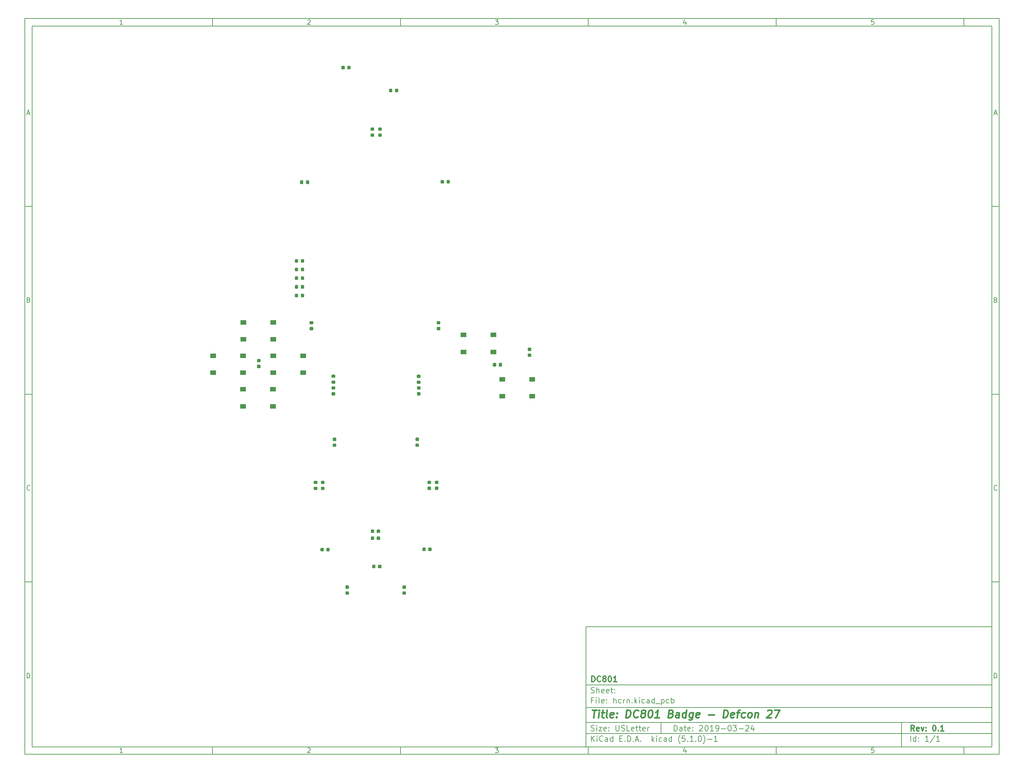
<source format=gtp>
G04 #@! TF.GenerationSoftware,KiCad,Pcbnew,(5.1.0)-1*
G04 #@! TF.CreationDate,2019-04-28T22:44:37-06:00*
G04 #@! TF.ProjectId,hcrn,6863726e-2e6b-4696-9361-645f70636258,0.1*
G04 #@! TF.SameCoordinates,Original*
G04 #@! TF.FileFunction,Paste,Top*
G04 #@! TF.FilePolarity,Positive*
%FSLAX46Y46*%
G04 Gerber Fmt 4.6, Leading zero omitted, Abs format (unit mm)*
G04 Created by KiCad (PCBNEW (5.1.0)-1) date 2019-04-28 22:44:37*
%MOMM*%
%LPD*%
G04 APERTURE LIST*
%ADD10C,0.100000*%
%ADD11C,0.150000*%
%ADD12C,0.300000*%
%ADD13C,0.400000*%
%ADD14R,1.550000X1.300000*%
%ADD15C,0.875000*%
G04 APERTURE END LIST*
D10*
D11*
X159400000Y-171900000D02*
X159400000Y-203900000D01*
X267400000Y-203900000D01*
X267400000Y-171900000D01*
X159400000Y-171900000D01*
D10*
D11*
X10000000Y-10000000D02*
X10000000Y-205900000D01*
X269400000Y-205900000D01*
X269400000Y-10000000D01*
X10000000Y-10000000D01*
D10*
D11*
X12000000Y-12000000D02*
X12000000Y-203900000D01*
X267400000Y-203900000D01*
X267400000Y-12000000D01*
X12000000Y-12000000D01*
D10*
D11*
X60000000Y-12000000D02*
X60000000Y-10000000D01*
D10*
D11*
X110000000Y-12000000D02*
X110000000Y-10000000D01*
D10*
D11*
X160000000Y-12000000D02*
X160000000Y-10000000D01*
D10*
D11*
X210000000Y-12000000D02*
X210000000Y-10000000D01*
D10*
D11*
X260000000Y-12000000D02*
X260000000Y-10000000D01*
D10*
D11*
X36065476Y-11588095D02*
X35322619Y-11588095D01*
X35694047Y-11588095D02*
X35694047Y-10288095D01*
X35570238Y-10473809D01*
X35446428Y-10597619D01*
X35322619Y-10659523D01*
D10*
D11*
X85322619Y-10411904D02*
X85384523Y-10350000D01*
X85508333Y-10288095D01*
X85817857Y-10288095D01*
X85941666Y-10350000D01*
X86003571Y-10411904D01*
X86065476Y-10535714D01*
X86065476Y-10659523D01*
X86003571Y-10845238D01*
X85260714Y-11588095D01*
X86065476Y-11588095D01*
D10*
D11*
X135260714Y-10288095D02*
X136065476Y-10288095D01*
X135632142Y-10783333D01*
X135817857Y-10783333D01*
X135941666Y-10845238D01*
X136003571Y-10907142D01*
X136065476Y-11030952D01*
X136065476Y-11340476D01*
X136003571Y-11464285D01*
X135941666Y-11526190D01*
X135817857Y-11588095D01*
X135446428Y-11588095D01*
X135322619Y-11526190D01*
X135260714Y-11464285D01*
D10*
D11*
X185941666Y-10721428D02*
X185941666Y-11588095D01*
X185632142Y-10226190D02*
X185322619Y-11154761D01*
X186127380Y-11154761D01*
D10*
D11*
X236003571Y-10288095D02*
X235384523Y-10288095D01*
X235322619Y-10907142D01*
X235384523Y-10845238D01*
X235508333Y-10783333D01*
X235817857Y-10783333D01*
X235941666Y-10845238D01*
X236003571Y-10907142D01*
X236065476Y-11030952D01*
X236065476Y-11340476D01*
X236003571Y-11464285D01*
X235941666Y-11526190D01*
X235817857Y-11588095D01*
X235508333Y-11588095D01*
X235384523Y-11526190D01*
X235322619Y-11464285D01*
D10*
D11*
X60000000Y-203900000D02*
X60000000Y-205900000D01*
D10*
D11*
X110000000Y-203900000D02*
X110000000Y-205900000D01*
D10*
D11*
X160000000Y-203900000D02*
X160000000Y-205900000D01*
D10*
D11*
X210000000Y-203900000D02*
X210000000Y-205900000D01*
D10*
D11*
X260000000Y-203900000D02*
X260000000Y-205900000D01*
D10*
D11*
X36065476Y-205488095D02*
X35322619Y-205488095D01*
X35694047Y-205488095D02*
X35694047Y-204188095D01*
X35570238Y-204373809D01*
X35446428Y-204497619D01*
X35322619Y-204559523D01*
D10*
D11*
X85322619Y-204311904D02*
X85384523Y-204250000D01*
X85508333Y-204188095D01*
X85817857Y-204188095D01*
X85941666Y-204250000D01*
X86003571Y-204311904D01*
X86065476Y-204435714D01*
X86065476Y-204559523D01*
X86003571Y-204745238D01*
X85260714Y-205488095D01*
X86065476Y-205488095D01*
D10*
D11*
X135260714Y-204188095D02*
X136065476Y-204188095D01*
X135632142Y-204683333D01*
X135817857Y-204683333D01*
X135941666Y-204745238D01*
X136003571Y-204807142D01*
X136065476Y-204930952D01*
X136065476Y-205240476D01*
X136003571Y-205364285D01*
X135941666Y-205426190D01*
X135817857Y-205488095D01*
X135446428Y-205488095D01*
X135322619Y-205426190D01*
X135260714Y-205364285D01*
D10*
D11*
X185941666Y-204621428D02*
X185941666Y-205488095D01*
X185632142Y-204126190D02*
X185322619Y-205054761D01*
X186127380Y-205054761D01*
D10*
D11*
X236003571Y-204188095D02*
X235384523Y-204188095D01*
X235322619Y-204807142D01*
X235384523Y-204745238D01*
X235508333Y-204683333D01*
X235817857Y-204683333D01*
X235941666Y-204745238D01*
X236003571Y-204807142D01*
X236065476Y-204930952D01*
X236065476Y-205240476D01*
X236003571Y-205364285D01*
X235941666Y-205426190D01*
X235817857Y-205488095D01*
X235508333Y-205488095D01*
X235384523Y-205426190D01*
X235322619Y-205364285D01*
D10*
D11*
X10000000Y-60000000D02*
X12000000Y-60000000D01*
D10*
D11*
X10000000Y-110000000D02*
X12000000Y-110000000D01*
D10*
D11*
X10000000Y-160000000D02*
X12000000Y-160000000D01*
D10*
D11*
X10690476Y-35216666D02*
X11309523Y-35216666D01*
X10566666Y-35588095D02*
X11000000Y-34288095D01*
X11433333Y-35588095D01*
D10*
D11*
X11092857Y-84907142D02*
X11278571Y-84969047D01*
X11340476Y-85030952D01*
X11402380Y-85154761D01*
X11402380Y-85340476D01*
X11340476Y-85464285D01*
X11278571Y-85526190D01*
X11154761Y-85588095D01*
X10659523Y-85588095D01*
X10659523Y-84288095D01*
X11092857Y-84288095D01*
X11216666Y-84350000D01*
X11278571Y-84411904D01*
X11340476Y-84535714D01*
X11340476Y-84659523D01*
X11278571Y-84783333D01*
X11216666Y-84845238D01*
X11092857Y-84907142D01*
X10659523Y-84907142D01*
D10*
D11*
X11402380Y-135464285D02*
X11340476Y-135526190D01*
X11154761Y-135588095D01*
X11030952Y-135588095D01*
X10845238Y-135526190D01*
X10721428Y-135402380D01*
X10659523Y-135278571D01*
X10597619Y-135030952D01*
X10597619Y-134845238D01*
X10659523Y-134597619D01*
X10721428Y-134473809D01*
X10845238Y-134350000D01*
X11030952Y-134288095D01*
X11154761Y-134288095D01*
X11340476Y-134350000D01*
X11402380Y-134411904D01*
D10*
D11*
X10659523Y-185588095D02*
X10659523Y-184288095D01*
X10969047Y-184288095D01*
X11154761Y-184350000D01*
X11278571Y-184473809D01*
X11340476Y-184597619D01*
X11402380Y-184845238D01*
X11402380Y-185030952D01*
X11340476Y-185278571D01*
X11278571Y-185402380D01*
X11154761Y-185526190D01*
X10969047Y-185588095D01*
X10659523Y-185588095D01*
D10*
D11*
X269400000Y-60000000D02*
X267400000Y-60000000D01*
D10*
D11*
X269400000Y-110000000D02*
X267400000Y-110000000D01*
D10*
D11*
X269400000Y-160000000D02*
X267400000Y-160000000D01*
D10*
D11*
X268090476Y-35216666D02*
X268709523Y-35216666D01*
X267966666Y-35588095D02*
X268400000Y-34288095D01*
X268833333Y-35588095D01*
D10*
D11*
X268492857Y-84907142D02*
X268678571Y-84969047D01*
X268740476Y-85030952D01*
X268802380Y-85154761D01*
X268802380Y-85340476D01*
X268740476Y-85464285D01*
X268678571Y-85526190D01*
X268554761Y-85588095D01*
X268059523Y-85588095D01*
X268059523Y-84288095D01*
X268492857Y-84288095D01*
X268616666Y-84350000D01*
X268678571Y-84411904D01*
X268740476Y-84535714D01*
X268740476Y-84659523D01*
X268678571Y-84783333D01*
X268616666Y-84845238D01*
X268492857Y-84907142D01*
X268059523Y-84907142D01*
D10*
D11*
X268802380Y-135464285D02*
X268740476Y-135526190D01*
X268554761Y-135588095D01*
X268430952Y-135588095D01*
X268245238Y-135526190D01*
X268121428Y-135402380D01*
X268059523Y-135278571D01*
X267997619Y-135030952D01*
X267997619Y-134845238D01*
X268059523Y-134597619D01*
X268121428Y-134473809D01*
X268245238Y-134350000D01*
X268430952Y-134288095D01*
X268554761Y-134288095D01*
X268740476Y-134350000D01*
X268802380Y-134411904D01*
D10*
D11*
X268059523Y-185588095D02*
X268059523Y-184288095D01*
X268369047Y-184288095D01*
X268554761Y-184350000D01*
X268678571Y-184473809D01*
X268740476Y-184597619D01*
X268802380Y-184845238D01*
X268802380Y-185030952D01*
X268740476Y-185278571D01*
X268678571Y-185402380D01*
X268554761Y-185526190D01*
X268369047Y-185588095D01*
X268059523Y-185588095D01*
D10*
D11*
X182832142Y-199678571D02*
X182832142Y-198178571D01*
X183189285Y-198178571D01*
X183403571Y-198250000D01*
X183546428Y-198392857D01*
X183617857Y-198535714D01*
X183689285Y-198821428D01*
X183689285Y-199035714D01*
X183617857Y-199321428D01*
X183546428Y-199464285D01*
X183403571Y-199607142D01*
X183189285Y-199678571D01*
X182832142Y-199678571D01*
X184975000Y-199678571D02*
X184975000Y-198892857D01*
X184903571Y-198750000D01*
X184760714Y-198678571D01*
X184475000Y-198678571D01*
X184332142Y-198750000D01*
X184975000Y-199607142D02*
X184832142Y-199678571D01*
X184475000Y-199678571D01*
X184332142Y-199607142D01*
X184260714Y-199464285D01*
X184260714Y-199321428D01*
X184332142Y-199178571D01*
X184475000Y-199107142D01*
X184832142Y-199107142D01*
X184975000Y-199035714D01*
X185475000Y-198678571D02*
X186046428Y-198678571D01*
X185689285Y-198178571D02*
X185689285Y-199464285D01*
X185760714Y-199607142D01*
X185903571Y-199678571D01*
X186046428Y-199678571D01*
X187117857Y-199607142D02*
X186975000Y-199678571D01*
X186689285Y-199678571D01*
X186546428Y-199607142D01*
X186475000Y-199464285D01*
X186475000Y-198892857D01*
X186546428Y-198750000D01*
X186689285Y-198678571D01*
X186975000Y-198678571D01*
X187117857Y-198750000D01*
X187189285Y-198892857D01*
X187189285Y-199035714D01*
X186475000Y-199178571D01*
X187832142Y-199535714D02*
X187903571Y-199607142D01*
X187832142Y-199678571D01*
X187760714Y-199607142D01*
X187832142Y-199535714D01*
X187832142Y-199678571D01*
X187832142Y-198750000D02*
X187903571Y-198821428D01*
X187832142Y-198892857D01*
X187760714Y-198821428D01*
X187832142Y-198750000D01*
X187832142Y-198892857D01*
X189617857Y-198321428D02*
X189689285Y-198250000D01*
X189832142Y-198178571D01*
X190189285Y-198178571D01*
X190332142Y-198250000D01*
X190403571Y-198321428D01*
X190475000Y-198464285D01*
X190475000Y-198607142D01*
X190403571Y-198821428D01*
X189546428Y-199678571D01*
X190475000Y-199678571D01*
X191403571Y-198178571D02*
X191546428Y-198178571D01*
X191689285Y-198250000D01*
X191760714Y-198321428D01*
X191832142Y-198464285D01*
X191903571Y-198750000D01*
X191903571Y-199107142D01*
X191832142Y-199392857D01*
X191760714Y-199535714D01*
X191689285Y-199607142D01*
X191546428Y-199678571D01*
X191403571Y-199678571D01*
X191260714Y-199607142D01*
X191189285Y-199535714D01*
X191117857Y-199392857D01*
X191046428Y-199107142D01*
X191046428Y-198750000D01*
X191117857Y-198464285D01*
X191189285Y-198321428D01*
X191260714Y-198250000D01*
X191403571Y-198178571D01*
X193332142Y-199678571D02*
X192475000Y-199678571D01*
X192903571Y-199678571D02*
X192903571Y-198178571D01*
X192760714Y-198392857D01*
X192617857Y-198535714D01*
X192475000Y-198607142D01*
X194046428Y-199678571D02*
X194332142Y-199678571D01*
X194475000Y-199607142D01*
X194546428Y-199535714D01*
X194689285Y-199321428D01*
X194760714Y-199035714D01*
X194760714Y-198464285D01*
X194689285Y-198321428D01*
X194617857Y-198250000D01*
X194475000Y-198178571D01*
X194189285Y-198178571D01*
X194046428Y-198250000D01*
X193975000Y-198321428D01*
X193903571Y-198464285D01*
X193903571Y-198821428D01*
X193975000Y-198964285D01*
X194046428Y-199035714D01*
X194189285Y-199107142D01*
X194475000Y-199107142D01*
X194617857Y-199035714D01*
X194689285Y-198964285D01*
X194760714Y-198821428D01*
X195403571Y-199107142D02*
X196546428Y-199107142D01*
X197546428Y-198178571D02*
X197689285Y-198178571D01*
X197832142Y-198250000D01*
X197903571Y-198321428D01*
X197975000Y-198464285D01*
X198046428Y-198750000D01*
X198046428Y-199107142D01*
X197975000Y-199392857D01*
X197903571Y-199535714D01*
X197832142Y-199607142D01*
X197689285Y-199678571D01*
X197546428Y-199678571D01*
X197403571Y-199607142D01*
X197332142Y-199535714D01*
X197260714Y-199392857D01*
X197189285Y-199107142D01*
X197189285Y-198750000D01*
X197260714Y-198464285D01*
X197332142Y-198321428D01*
X197403571Y-198250000D01*
X197546428Y-198178571D01*
X198546428Y-198178571D02*
X199475000Y-198178571D01*
X198975000Y-198750000D01*
X199189285Y-198750000D01*
X199332142Y-198821428D01*
X199403571Y-198892857D01*
X199475000Y-199035714D01*
X199475000Y-199392857D01*
X199403571Y-199535714D01*
X199332142Y-199607142D01*
X199189285Y-199678571D01*
X198760714Y-199678571D01*
X198617857Y-199607142D01*
X198546428Y-199535714D01*
X200117857Y-199107142D02*
X201260714Y-199107142D01*
X201903571Y-198321428D02*
X201975000Y-198250000D01*
X202117857Y-198178571D01*
X202475000Y-198178571D01*
X202617857Y-198250000D01*
X202689285Y-198321428D01*
X202760714Y-198464285D01*
X202760714Y-198607142D01*
X202689285Y-198821428D01*
X201832142Y-199678571D01*
X202760714Y-199678571D01*
X204046428Y-198678571D02*
X204046428Y-199678571D01*
X203689285Y-198107142D02*
X203332142Y-199178571D01*
X204260714Y-199178571D01*
D10*
D11*
X159400000Y-200400000D02*
X267400000Y-200400000D01*
D10*
D11*
X160832142Y-202478571D02*
X160832142Y-200978571D01*
X161689285Y-202478571D02*
X161046428Y-201621428D01*
X161689285Y-200978571D02*
X160832142Y-201835714D01*
X162332142Y-202478571D02*
X162332142Y-201478571D01*
X162332142Y-200978571D02*
X162260714Y-201050000D01*
X162332142Y-201121428D01*
X162403571Y-201050000D01*
X162332142Y-200978571D01*
X162332142Y-201121428D01*
X163903571Y-202335714D02*
X163832142Y-202407142D01*
X163617857Y-202478571D01*
X163475000Y-202478571D01*
X163260714Y-202407142D01*
X163117857Y-202264285D01*
X163046428Y-202121428D01*
X162975000Y-201835714D01*
X162975000Y-201621428D01*
X163046428Y-201335714D01*
X163117857Y-201192857D01*
X163260714Y-201050000D01*
X163475000Y-200978571D01*
X163617857Y-200978571D01*
X163832142Y-201050000D01*
X163903571Y-201121428D01*
X165189285Y-202478571D02*
X165189285Y-201692857D01*
X165117857Y-201550000D01*
X164975000Y-201478571D01*
X164689285Y-201478571D01*
X164546428Y-201550000D01*
X165189285Y-202407142D02*
X165046428Y-202478571D01*
X164689285Y-202478571D01*
X164546428Y-202407142D01*
X164475000Y-202264285D01*
X164475000Y-202121428D01*
X164546428Y-201978571D01*
X164689285Y-201907142D01*
X165046428Y-201907142D01*
X165189285Y-201835714D01*
X166546428Y-202478571D02*
X166546428Y-200978571D01*
X166546428Y-202407142D02*
X166403571Y-202478571D01*
X166117857Y-202478571D01*
X165975000Y-202407142D01*
X165903571Y-202335714D01*
X165832142Y-202192857D01*
X165832142Y-201764285D01*
X165903571Y-201621428D01*
X165975000Y-201550000D01*
X166117857Y-201478571D01*
X166403571Y-201478571D01*
X166546428Y-201550000D01*
X168403571Y-201692857D02*
X168903571Y-201692857D01*
X169117857Y-202478571D02*
X168403571Y-202478571D01*
X168403571Y-200978571D01*
X169117857Y-200978571D01*
X169760714Y-202335714D02*
X169832142Y-202407142D01*
X169760714Y-202478571D01*
X169689285Y-202407142D01*
X169760714Y-202335714D01*
X169760714Y-202478571D01*
X170475000Y-202478571D02*
X170475000Y-200978571D01*
X170832142Y-200978571D01*
X171046428Y-201050000D01*
X171189285Y-201192857D01*
X171260714Y-201335714D01*
X171332142Y-201621428D01*
X171332142Y-201835714D01*
X171260714Y-202121428D01*
X171189285Y-202264285D01*
X171046428Y-202407142D01*
X170832142Y-202478571D01*
X170475000Y-202478571D01*
X171975000Y-202335714D02*
X172046428Y-202407142D01*
X171975000Y-202478571D01*
X171903571Y-202407142D01*
X171975000Y-202335714D01*
X171975000Y-202478571D01*
X172617857Y-202050000D02*
X173332142Y-202050000D01*
X172475000Y-202478571D02*
X172975000Y-200978571D01*
X173475000Y-202478571D01*
X173975000Y-202335714D02*
X174046428Y-202407142D01*
X173975000Y-202478571D01*
X173903571Y-202407142D01*
X173975000Y-202335714D01*
X173975000Y-202478571D01*
X176975000Y-202478571D02*
X176975000Y-200978571D01*
X177117857Y-201907142D02*
X177546428Y-202478571D01*
X177546428Y-201478571D02*
X176975000Y-202050000D01*
X178189285Y-202478571D02*
X178189285Y-201478571D01*
X178189285Y-200978571D02*
X178117857Y-201050000D01*
X178189285Y-201121428D01*
X178260714Y-201050000D01*
X178189285Y-200978571D01*
X178189285Y-201121428D01*
X179546428Y-202407142D02*
X179403571Y-202478571D01*
X179117857Y-202478571D01*
X178975000Y-202407142D01*
X178903571Y-202335714D01*
X178832142Y-202192857D01*
X178832142Y-201764285D01*
X178903571Y-201621428D01*
X178975000Y-201550000D01*
X179117857Y-201478571D01*
X179403571Y-201478571D01*
X179546428Y-201550000D01*
X180832142Y-202478571D02*
X180832142Y-201692857D01*
X180760714Y-201550000D01*
X180617857Y-201478571D01*
X180332142Y-201478571D01*
X180189285Y-201550000D01*
X180832142Y-202407142D02*
X180689285Y-202478571D01*
X180332142Y-202478571D01*
X180189285Y-202407142D01*
X180117857Y-202264285D01*
X180117857Y-202121428D01*
X180189285Y-201978571D01*
X180332142Y-201907142D01*
X180689285Y-201907142D01*
X180832142Y-201835714D01*
X182189285Y-202478571D02*
X182189285Y-200978571D01*
X182189285Y-202407142D02*
X182046428Y-202478571D01*
X181760714Y-202478571D01*
X181617857Y-202407142D01*
X181546428Y-202335714D01*
X181475000Y-202192857D01*
X181475000Y-201764285D01*
X181546428Y-201621428D01*
X181617857Y-201550000D01*
X181760714Y-201478571D01*
X182046428Y-201478571D01*
X182189285Y-201550000D01*
X184475000Y-203050000D02*
X184403571Y-202978571D01*
X184260714Y-202764285D01*
X184189285Y-202621428D01*
X184117857Y-202407142D01*
X184046428Y-202050000D01*
X184046428Y-201764285D01*
X184117857Y-201407142D01*
X184189285Y-201192857D01*
X184260714Y-201050000D01*
X184403571Y-200835714D01*
X184475000Y-200764285D01*
X185760714Y-200978571D02*
X185046428Y-200978571D01*
X184975000Y-201692857D01*
X185046428Y-201621428D01*
X185189285Y-201550000D01*
X185546428Y-201550000D01*
X185689285Y-201621428D01*
X185760714Y-201692857D01*
X185832142Y-201835714D01*
X185832142Y-202192857D01*
X185760714Y-202335714D01*
X185689285Y-202407142D01*
X185546428Y-202478571D01*
X185189285Y-202478571D01*
X185046428Y-202407142D01*
X184975000Y-202335714D01*
X186475000Y-202335714D02*
X186546428Y-202407142D01*
X186475000Y-202478571D01*
X186403571Y-202407142D01*
X186475000Y-202335714D01*
X186475000Y-202478571D01*
X187975000Y-202478571D02*
X187117857Y-202478571D01*
X187546428Y-202478571D02*
X187546428Y-200978571D01*
X187403571Y-201192857D01*
X187260714Y-201335714D01*
X187117857Y-201407142D01*
X188617857Y-202335714D02*
X188689285Y-202407142D01*
X188617857Y-202478571D01*
X188546428Y-202407142D01*
X188617857Y-202335714D01*
X188617857Y-202478571D01*
X189617857Y-200978571D02*
X189760714Y-200978571D01*
X189903571Y-201050000D01*
X189975000Y-201121428D01*
X190046428Y-201264285D01*
X190117857Y-201550000D01*
X190117857Y-201907142D01*
X190046428Y-202192857D01*
X189975000Y-202335714D01*
X189903571Y-202407142D01*
X189760714Y-202478571D01*
X189617857Y-202478571D01*
X189475000Y-202407142D01*
X189403571Y-202335714D01*
X189332142Y-202192857D01*
X189260714Y-201907142D01*
X189260714Y-201550000D01*
X189332142Y-201264285D01*
X189403571Y-201121428D01*
X189475000Y-201050000D01*
X189617857Y-200978571D01*
X190617857Y-203050000D02*
X190689285Y-202978571D01*
X190832142Y-202764285D01*
X190903571Y-202621428D01*
X190975000Y-202407142D01*
X191046428Y-202050000D01*
X191046428Y-201764285D01*
X190975000Y-201407142D01*
X190903571Y-201192857D01*
X190832142Y-201050000D01*
X190689285Y-200835714D01*
X190617857Y-200764285D01*
X191760714Y-201907142D02*
X192903571Y-201907142D01*
X194403571Y-202478571D02*
X193546428Y-202478571D01*
X193975000Y-202478571D02*
X193975000Y-200978571D01*
X193832142Y-201192857D01*
X193689285Y-201335714D01*
X193546428Y-201407142D01*
D10*
D11*
X159400000Y-197400000D02*
X267400000Y-197400000D01*
D10*
D12*
X246809285Y-199678571D02*
X246309285Y-198964285D01*
X245952142Y-199678571D02*
X245952142Y-198178571D01*
X246523571Y-198178571D01*
X246666428Y-198250000D01*
X246737857Y-198321428D01*
X246809285Y-198464285D01*
X246809285Y-198678571D01*
X246737857Y-198821428D01*
X246666428Y-198892857D01*
X246523571Y-198964285D01*
X245952142Y-198964285D01*
X248023571Y-199607142D02*
X247880714Y-199678571D01*
X247595000Y-199678571D01*
X247452142Y-199607142D01*
X247380714Y-199464285D01*
X247380714Y-198892857D01*
X247452142Y-198750000D01*
X247595000Y-198678571D01*
X247880714Y-198678571D01*
X248023571Y-198750000D01*
X248095000Y-198892857D01*
X248095000Y-199035714D01*
X247380714Y-199178571D01*
X248595000Y-198678571D02*
X248952142Y-199678571D01*
X249309285Y-198678571D01*
X249880714Y-199535714D02*
X249952142Y-199607142D01*
X249880714Y-199678571D01*
X249809285Y-199607142D01*
X249880714Y-199535714D01*
X249880714Y-199678571D01*
X249880714Y-198750000D02*
X249952142Y-198821428D01*
X249880714Y-198892857D01*
X249809285Y-198821428D01*
X249880714Y-198750000D01*
X249880714Y-198892857D01*
X252023571Y-198178571D02*
X252166428Y-198178571D01*
X252309285Y-198250000D01*
X252380714Y-198321428D01*
X252452142Y-198464285D01*
X252523571Y-198750000D01*
X252523571Y-199107142D01*
X252452142Y-199392857D01*
X252380714Y-199535714D01*
X252309285Y-199607142D01*
X252166428Y-199678571D01*
X252023571Y-199678571D01*
X251880714Y-199607142D01*
X251809285Y-199535714D01*
X251737857Y-199392857D01*
X251666428Y-199107142D01*
X251666428Y-198750000D01*
X251737857Y-198464285D01*
X251809285Y-198321428D01*
X251880714Y-198250000D01*
X252023571Y-198178571D01*
X253166428Y-199535714D02*
X253237857Y-199607142D01*
X253166428Y-199678571D01*
X253095000Y-199607142D01*
X253166428Y-199535714D01*
X253166428Y-199678571D01*
X254666428Y-199678571D02*
X253809285Y-199678571D01*
X254237857Y-199678571D02*
X254237857Y-198178571D01*
X254095000Y-198392857D01*
X253952142Y-198535714D01*
X253809285Y-198607142D01*
D10*
D11*
X160760714Y-199607142D02*
X160975000Y-199678571D01*
X161332142Y-199678571D01*
X161475000Y-199607142D01*
X161546428Y-199535714D01*
X161617857Y-199392857D01*
X161617857Y-199250000D01*
X161546428Y-199107142D01*
X161475000Y-199035714D01*
X161332142Y-198964285D01*
X161046428Y-198892857D01*
X160903571Y-198821428D01*
X160832142Y-198750000D01*
X160760714Y-198607142D01*
X160760714Y-198464285D01*
X160832142Y-198321428D01*
X160903571Y-198250000D01*
X161046428Y-198178571D01*
X161403571Y-198178571D01*
X161617857Y-198250000D01*
X162260714Y-199678571D02*
X162260714Y-198678571D01*
X162260714Y-198178571D02*
X162189285Y-198250000D01*
X162260714Y-198321428D01*
X162332142Y-198250000D01*
X162260714Y-198178571D01*
X162260714Y-198321428D01*
X162832142Y-198678571D02*
X163617857Y-198678571D01*
X162832142Y-199678571D01*
X163617857Y-199678571D01*
X164760714Y-199607142D02*
X164617857Y-199678571D01*
X164332142Y-199678571D01*
X164189285Y-199607142D01*
X164117857Y-199464285D01*
X164117857Y-198892857D01*
X164189285Y-198750000D01*
X164332142Y-198678571D01*
X164617857Y-198678571D01*
X164760714Y-198750000D01*
X164832142Y-198892857D01*
X164832142Y-199035714D01*
X164117857Y-199178571D01*
X165475000Y-199535714D02*
X165546428Y-199607142D01*
X165475000Y-199678571D01*
X165403571Y-199607142D01*
X165475000Y-199535714D01*
X165475000Y-199678571D01*
X165475000Y-198750000D02*
X165546428Y-198821428D01*
X165475000Y-198892857D01*
X165403571Y-198821428D01*
X165475000Y-198750000D01*
X165475000Y-198892857D01*
X167332142Y-198178571D02*
X167332142Y-199392857D01*
X167403571Y-199535714D01*
X167475000Y-199607142D01*
X167617857Y-199678571D01*
X167903571Y-199678571D01*
X168046428Y-199607142D01*
X168117857Y-199535714D01*
X168189285Y-199392857D01*
X168189285Y-198178571D01*
X168832142Y-199607142D02*
X169046428Y-199678571D01*
X169403571Y-199678571D01*
X169546428Y-199607142D01*
X169617857Y-199535714D01*
X169689285Y-199392857D01*
X169689285Y-199250000D01*
X169617857Y-199107142D01*
X169546428Y-199035714D01*
X169403571Y-198964285D01*
X169117857Y-198892857D01*
X168975000Y-198821428D01*
X168903571Y-198750000D01*
X168832142Y-198607142D01*
X168832142Y-198464285D01*
X168903571Y-198321428D01*
X168975000Y-198250000D01*
X169117857Y-198178571D01*
X169475000Y-198178571D01*
X169689285Y-198250000D01*
X171046428Y-199678571D02*
X170332142Y-199678571D01*
X170332142Y-198178571D01*
X172117857Y-199607142D02*
X171975000Y-199678571D01*
X171689285Y-199678571D01*
X171546428Y-199607142D01*
X171475000Y-199464285D01*
X171475000Y-198892857D01*
X171546428Y-198750000D01*
X171689285Y-198678571D01*
X171975000Y-198678571D01*
X172117857Y-198750000D01*
X172189285Y-198892857D01*
X172189285Y-199035714D01*
X171475000Y-199178571D01*
X172617857Y-198678571D02*
X173189285Y-198678571D01*
X172832142Y-198178571D02*
X172832142Y-199464285D01*
X172903571Y-199607142D01*
X173046428Y-199678571D01*
X173189285Y-199678571D01*
X173475000Y-198678571D02*
X174046428Y-198678571D01*
X173689285Y-198178571D02*
X173689285Y-199464285D01*
X173760714Y-199607142D01*
X173903571Y-199678571D01*
X174046428Y-199678571D01*
X175117857Y-199607142D02*
X174975000Y-199678571D01*
X174689285Y-199678571D01*
X174546428Y-199607142D01*
X174475000Y-199464285D01*
X174475000Y-198892857D01*
X174546428Y-198750000D01*
X174689285Y-198678571D01*
X174975000Y-198678571D01*
X175117857Y-198750000D01*
X175189285Y-198892857D01*
X175189285Y-199035714D01*
X174475000Y-199178571D01*
X175832142Y-199678571D02*
X175832142Y-198678571D01*
X175832142Y-198964285D02*
X175903571Y-198821428D01*
X175975000Y-198750000D01*
X176117857Y-198678571D01*
X176260714Y-198678571D01*
D10*
D11*
X245832142Y-202478571D02*
X245832142Y-200978571D01*
X247189285Y-202478571D02*
X247189285Y-200978571D01*
X247189285Y-202407142D02*
X247046428Y-202478571D01*
X246760714Y-202478571D01*
X246617857Y-202407142D01*
X246546428Y-202335714D01*
X246475000Y-202192857D01*
X246475000Y-201764285D01*
X246546428Y-201621428D01*
X246617857Y-201550000D01*
X246760714Y-201478571D01*
X247046428Y-201478571D01*
X247189285Y-201550000D01*
X247903571Y-202335714D02*
X247975000Y-202407142D01*
X247903571Y-202478571D01*
X247832142Y-202407142D01*
X247903571Y-202335714D01*
X247903571Y-202478571D01*
X247903571Y-201550000D02*
X247975000Y-201621428D01*
X247903571Y-201692857D01*
X247832142Y-201621428D01*
X247903571Y-201550000D01*
X247903571Y-201692857D01*
X250546428Y-202478571D02*
X249689285Y-202478571D01*
X250117857Y-202478571D02*
X250117857Y-200978571D01*
X249975000Y-201192857D01*
X249832142Y-201335714D01*
X249689285Y-201407142D01*
X252260714Y-200907142D02*
X250975000Y-202835714D01*
X253546428Y-202478571D02*
X252689285Y-202478571D01*
X253117857Y-202478571D02*
X253117857Y-200978571D01*
X252975000Y-201192857D01*
X252832142Y-201335714D01*
X252689285Y-201407142D01*
D10*
D11*
X159400000Y-193400000D02*
X267400000Y-193400000D01*
D10*
D13*
X161112380Y-194104761D02*
X162255238Y-194104761D01*
X161433809Y-196104761D02*
X161683809Y-194104761D01*
X162671904Y-196104761D02*
X162838571Y-194771428D01*
X162921904Y-194104761D02*
X162814761Y-194200000D01*
X162898095Y-194295238D01*
X163005238Y-194200000D01*
X162921904Y-194104761D01*
X162898095Y-194295238D01*
X163505238Y-194771428D02*
X164267142Y-194771428D01*
X163874285Y-194104761D02*
X163660000Y-195819047D01*
X163731428Y-196009523D01*
X163910000Y-196104761D01*
X164100476Y-196104761D01*
X165052857Y-196104761D02*
X164874285Y-196009523D01*
X164802857Y-195819047D01*
X165017142Y-194104761D01*
X166588571Y-196009523D02*
X166386190Y-196104761D01*
X166005238Y-196104761D01*
X165826666Y-196009523D01*
X165755238Y-195819047D01*
X165850476Y-195057142D01*
X165969523Y-194866666D01*
X166171904Y-194771428D01*
X166552857Y-194771428D01*
X166731428Y-194866666D01*
X166802857Y-195057142D01*
X166779047Y-195247619D01*
X165802857Y-195438095D01*
X167552857Y-195914285D02*
X167636190Y-196009523D01*
X167529047Y-196104761D01*
X167445714Y-196009523D01*
X167552857Y-195914285D01*
X167529047Y-196104761D01*
X167683809Y-194866666D02*
X167767142Y-194961904D01*
X167660000Y-195057142D01*
X167576666Y-194961904D01*
X167683809Y-194866666D01*
X167660000Y-195057142D01*
X170005238Y-196104761D02*
X170255238Y-194104761D01*
X170731428Y-194104761D01*
X171005238Y-194200000D01*
X171171904Y-194390476D01*
X171243333Y-194580952D01*
X171290952Y-194961904D01*
X171255238Y-195247619D01*
X171112380Y-195628571D01*
X170993333Y-195819047D01*
X170779047Y-196009523D01*
X170481428Y-196104761D01*
X170005238Y-196104761D01*
X173171904Y-195914285D02*
X173064761Y-196009523D01*
X172767142Y-196104761D01*
X172576666Y-196104761D01*
X172302857Y-196009523D01*
X172136190Y-195819047D01*
X172064761Y-195628571D01*
X172017142Y-195247619D01*
X172052857Y-194961904D01*
X172195714Y-194580952D01*
X172314761Y-194390476D01*
X172529047Y-194200000D01*
X172826666Y-194104761D01*
X173017142Y-194104761D01*
X173290952Y-194200000D01*
X173374285Y-194295238D01*
X174433809Y-194961904D02*
X174255238Y-194866666D01*
X174171904Y-194771428D01*
X174100476Y-194580952D01*
X174112380Y-194485714D01*
X174231428Y-194295238D01*
X174338571Y-194200000D01*
X174540952Y-194104761D01*
X174921904Y-194104761D01*
X175100476Y-194200000D01*
X175183809Y-194295238D01*
X175255238Y-194485714D01*
X175243333Y-194580952D01*
X175124285Y-194771428D01*
X175017142Y-194866666D01*
X174814761Y-194961904D01*
X174433809Y-194961904D01*
X174231428Y-195057142D01*
X174124285Y-195152380D01*
X174005238Y-195342857D01*
X173957619Y-195723809D01*
X174029047Y-195914285D01*
X174112380Y-196009523D01*
X174290952Y-196104761D01*
X174671904Y-196104761D01*
X174874285Y-196009523D01*
X174981428Y-195914285D01*
X175100476Y-195723809D01*
X175148095Y-195342857D01*
X175076666Y-195152380D01*
X174993333Y-195057142D01*
X174814761Y-194961904D01*
X176540952Y-194104761D02*
X176731428Y-194104761D01*
X176910000Y-194200000D01*
X176993333Y-194295238D01*
X177064761Y-194485714D01*
X177112380Y-194866666D01*
X177052857Y-195342857D01*
X176910000Y-195723809D01*
X176790952Y-195914285D01*
X176683809Y-196009523D01*
X176481428Y-196104761D01*
X176290952Y-196104761D01*
X176112380Y-196009523D01*
X176029047Y-195914285D01*
X175957619Y-195723809D01*
X175910000Y-195342857D01*
X175969523Y-194866666D01*
X176112380Y-194485714D01*
X176231428Y-194295238D01*
X176338571Y-194200000D01*
X176540952Y-194104761D01*
X178862380Y-196104761D02*
X177719523Y-196104761D01*
X178290952Y-196104761D02*
X178540952Y-194104761D01*
X178314761Y-194390476D01*
X178100476Y-194580952D01*
X177898095Y-194676190D01*
X182040952Y-195057142D02*
X182314761Y-195152380D01*
X182398095Y-195247619D01*
X182469523Y-195438095D01*
X182433809Y-195723809D01*
X182314761Y-195914285D01*
X182207619Y-196009523D01*
X182005238Y-196104761D01*
X181243333Y-196104761D01*
X181493333Y-194104761D01*
X182160000Y-194104761D01*
X182338571Y-194200000D01*
X182421904Y-194295238D01*
X182493333Y-194485714D01*
X182469523Y-194676190D01*
X182350476Y-194866666D01*
X182243333Y-194961904D01*
X182040952Y-195057142D01*
X181374285Y-195057142D01*
X184100476Y-196104761D02*
X184231428Y-195057142D01*
X184160000Y-194866666D01*
X183981428Y-194771428D01*
X183600476Y-194771428D01*
X183398095Y-194866666D01*
X184112380Y-196009523D02*
X183910000Y-196104761D01*
X183433809Y-196104761D01*
X183255238Y-196009523D01*
X183183809Y-195819047D01*
X183207619Y-195628571D01*
X183326666Y-195438095D01*
X183529047Y-195342857D01*
X184005238Y-195342857D01*
X184207619Y-195247619D01*
X185910000Y-196104761D02*
X186160000Y-194104761D01*
X185921904Y-196009523D02*
X185719523Y-196104761D01*
X185338571Y-196104761D01*
X185160000Y-196009523D01*
X185076666Y-195914285D01*
X185005238Y-195723809D01*
X185076666Y-195152380D01*
X185195714Y-194961904D01*
X185302857Y-194866666D01*
X185505238Y-194771428D01*
X185886190Y-194771428D01*
X186064761Y-194866666D01*
X187886190Y-194771428D02*
X187683809Y-196390476D01*
X187564761Y-196580952D01*
X187457619Y-196676190D01*
X187255238Y-196771428D01*
X186969523Y-196771428D01*
X186790952Y-196676190D01*
X187731428Y-196009523D02*
X187529047Y-196104761D01*
X187148095Y-196104761D01*
X186969523Y-196009523D01*
X186886190Y-195914285D01*
X186814761Y-195723809D01*
X186886190Y-195152380D01*
X187005238Y-194961904D01*
X187112380Y-194866666D01*
X187314761Y-194771428D01*
X187695714Y-194771428D01*
X187874285Y-194866666D01*
X189445714Y-196009523D02*
X189243333Y-196104761D01*
X188862380Y-196104761D01*
X188683809Y-196009523D01*
X188612380Y-195819047D01*
X188707619Y-195057142D01*
X188826666Y-194866666D01*
X189029047Y-194771428D01*
X189410000Y-194771428D01*
X189588571Y-194866666D01*
X189660000Y-195057142D01*
X189636190Y-195247619D01*
X188660000Y-195438095D01*
X192005238Y-195342857D02*
X193529047Y-195342857D01*
X195910000Y-196104761D02*
X196160000Y-194104761D01*
X196636190Y-194104761D01*
X196910000Y-194200000D01*
X197076666Y-194390476D01*
X197148095Y-194580952D01*
X197195714Y-194961904D01*
X197160000Y-195247619D01*
X197017142Y-195628571D01*
X196898095Y-195819047D01*
X196683809Y-196009523D01*
X196386190Y-196104761D01*
X195910000Y-196104761D01*
X198683809Y-196009523D02*
X198481428Y-196104761D01*
X198100476Y-196104761D01*
X197921904Y-196009523D01*
X197850476Y-195819047D01*
X197945714Y-195057142D01*
X198064761Y-194866666D01*
X198267142Y-194771428D01*
X198648095Y-194771428D01*
X198826666Y-194866666D01*
X198898095Y-195057142D01*
X198874285Y-195247619D01*
X197898095Y-195438095D01*
X199505238Y-194771428D02*
X200267142Y-194771428D01*
X199624285Y-196104761D02*
X199838571Y-194390476D01*
X199957619Y-194200000D01*
X200160000Y-194104761D01*
X200350476Y-194104761D01*
X201636190Y-196009523D02*
X201433809Y-196104761D01*
X201052857Y-196104761D01*
X200874285Y-196009523D01*
X200790952Y-195914285D01*
X200719523Y-195723809D01*
X200790952Y-195152380D01*
X200910000Y-194961904D01*
X201017142Y-194866666D01*
X201219523Y-194771428D01*
X201600476Y-194771428D01*
X201779047Y-194866666D01*
X202767142Y-196104761D02*
X202588571Y-196009523D01*
X202505238Y-195914285D01*
X202433809Y-195723809D01*
X202505238Y-195152380D01*
X202624285Y-194961904D01*
X202731428Y-194866666D01*
X202933809Y-194771428D01*
X203219523Y-194771428D01*
X203398095Y-194866666D01*
X203481428Y-194961904D01*
X203552857Y-195152380D01*
X203481428Y-195723809D01*
X203362380Y-195914285D01*
X203255238Y-196009523D01*
X203052857Y-196104761D01*
X202767142Y-196104761D01*
X204457619Y-194771428D02*
X204290952Y-196104761D01*
X204433809Y-194961904D02*
X204540952Y-194866666D01*
X204743333Y-194771428D01*
X205029047Y-194771428D01*
X205207619Y-194866666D01*
X205279047Y-195057142D01*
X205148095Y-196104761D01*
X207755238Y-194295238D02*
X207862380Y-194200000D01*
X208064761Y-194104761D01*
X208540952Y-194104761D01*
X208719523Y-194200000D01*
X208802857Y-194295238D01*
X208874285Y-194485714D01*
X208850476Y-194676190D01*
X208719523Y-194961904D01*
X207433809Y-196104761D01*
X208671904Y-196104761D01*
X209588571Y-194104761D02*
X210921904Y-194104761D01*
X209814761Y-196104761D01*
D10*
D11*
X161332142Y-191492857D02*
X160832142Y-191492857D01*
X160832142Y-192278571D02*
X160832142Y-190778571D01*
X161546428Y-190778571D01*
X162117857Y-192278571D02*
X162117857Y-191278571D01*
X162117857Y-190778571D02*
X162046428Y-190850000D01*
X162117857Y-190921428D01*
X162189285Y-190850000D01*
X162117857Y-190778571D01*
X162117857Y-190921428D01*
X163046428Y-192278571D02*
X162903571Y-192207142D01*
X162832142Y-192064285D01*
X162832142Y-190778571D01*
X164189285Y-192207142D02*
X164046428Y-192278571D01*
X163760714Y-192278571D01*
X163617857Y-192207142D01*
X163546428Y-192064285D01*
X163546428Y-191492857D01*
X163617857Y-191350000D01*
X163760714Y-191278571D01*
X164046428Y-191278571D01*
X164189285Y-191350000D01*
X164260714Y-191492857D01*
X164260714Y-191635714D01*
X163546428Y-191778571D01*
X164903571Y-192135714D02*
X164975000Y-192207142D01*
X164903571Y-192278571D01*
X164832142Y-192207142D01*
X164903571Y-192135714D01*
X164903571Y-192278571D01*
X164903571Y-191350000D02*
X164975000Y-191421428D01*
X164903571Y-191492857D01*
X164832142Y-191421428D01*
X164903571Y-191350000D01*
X164903571Y-191492857D01*
X166760714Y-192278571D02*
X166760714Y-190778571D01*
X167403571Y-192278571D02*
X167403571Y-191492857D01*
X167332142Y-191350000D01*
X167189285Y-191278571D01*
X166975000Y-191278571D01*
X166832142Y-191350000D01*
X166760714Y-191421428D01*
X168760714Y-192207142D02*
X168617857Y-192278571D01*
X168332142Y-192278571D01*
X168189285Y-192207142D01*
X168117857Y-192135714D01*
X168046428Y-191992857D01*
X168046428Y-191564285D01*
X168117857Y-191421428D01*
X168189285Y-191350000D01*
X168332142Y-191278571D01*
X168617857Y-191278571D01*
X168760714Y-191350000D01*
X169403571Y-192278571D02*
X169403571Y-191278571D01*
X169403571Y-191564285D02*
X169475000Y-191421428D01*
X169546428Y-191350000D01*
X169689285Y-191278571D01*
X169832142Y-191278571D01*
X170332142Y-191278571D02*
X170332142Y-192278571D01*
X170332142Y-191421428D02*
X170403571Y-191350000D01*
X170546428Y-191278571D01*
X170760714Y-191278571D01*
X170903571Y-191350000D01*
X170975000Y-191492857D01*
X170975000Y-192278571D01*
X171689285Y-192135714D02*
X171760714Y-192207142D01*
X171689285Y-192278571D01*
X171617857Y-192207142D01*
X171689285Y-192135714D01*
X171689285Y-192278571D01*
X172403571Y-192278571D02*
X172403571Y-190778571D01*
X172546428Y-191707142D02*
X172975000Y-192278571D01*
X172975000Y-191278571D02*
X172403571Y-191850000D01*
X173617857Y-192278571D02*
X173617857Y-191278571D01*
X173617857Y-190778571D02*
X173546428Y-190850000D01*
X173617857Y-190921428D01*
X173689285Y-190850000D01*
X173617857Y-190778571D01*
X173617857Y-190921428D01*
X174975000Y-192207142D02*
X174832142Y-192278571D01*
X174546428Y-192278571D01*
X174403571Y-192207142D01*
X174332142Y-192135714D01*
X174260714Y-191992857D01*
X174260714Y-191564285D01*
X174332142Y-191421428D01*
X174403571Y-191350000D01*
X174546428Y-191278571D01*
X174832142Y-191278571D01*
X174975000Y-191350000D01*
X176260714Y-192278571D02*
X176260714Y-191492857D01*
X176189285Y-191350000D01*
X176046428Y-191278571D01*
X175760714Y-191278571D01*
X175617857Y-191350000D01*
X176260714Y-192207142D02*
X176117857Y-192278571D01*
X175760714Y-192278571D01*
X175617857Y-192207142D01*
X175546428Y-192064285D01*
X175546428Y-191921428D01*
X175617857Y-191778571D01*
X175760714Y-191707142D01*
X176117857Y-191707142D01*
X176260714Y-191635714D01*
X177617857Y-192278571D02*
X177617857Y-190778571D01*
X177617857Y-192207142D02*
X177475000Y-192278571D01*
X177189285Y-192278571D01*
X177046428Y-192207142D01*
X176975000Y-192135714D01*
X176903571Y-191992857D01*
X176903571Y-191564285D01*
X176975000Y-191421428D01*
X177046428Y-191350000D01*
X177189285Y-191278571D01*
X177475000Y-191278571D01*
X177617857Y-191350000D01*
X177975000Y-192421428D02*
X179117857Y-192421428D01*
X179475000Y-191278571D02*
X179475000Y-192778571D01*
X179475000Y-191350000D02*
X179617857Y-191278571D01*
X179903571Y-191278571D01*
X180046428Y-191350000D01*
X180117857Y-191421428D01*
X180189285Y-191564285D01*
X180189285Y-191992857D01*
X180117857Y-192135714D01*
X180046428Y-192207142D01*
X179903571Y-192278571D01*
X179617857Y-192278571D01*
X179475000Y-192207142D01*
X181475000Y-192207142D02*
X181332142Y-192278571D01*
X181046428Y-192278571D01*
X180903571Y-192207142D01*
X180832142Y-192135714D01*
X180760714Y-191992857D01*
X180760714Y-191564285D01*
X180832142Y-191421428D01*
X180903571Y-191350000D01*
X181046428Y-191278571D01*
X181332142Y-191278571D01*
X181475000Y-191350000D01*
X182117857Y-192278571D02*
X182117857Y-190778571D01*
X182117857Y-191350000D02*
X182260714Y-191278571D01*
X182546428Y-191278571D01*
X182689285Y-191350000D01*
X182760714Y-191421428D01*
X182832142Y-191564285D01*
X182832142Y-191992857D01*
X182760714Y-192135714D01*
X182689285Y-192207142D01*
X182546428Y-192278571D01*
X182260714Y-192278571D01*
X182117857Y-192207142D01*
D10*
D11*
X159400000Y-187400000D02*
X267400000Y-187400000D01*
D10*
D11*
X160760714Y-189507142D02*
X160975000Y-189578571D01*
X161332142Y-189578571D01*
X161475000Y-189507142D01*
X161546428Y-189435714D01*
X161617857Y-189292857D01*
X161617857Y-189150000D01*
X161546428Y-189007142D01*
X161475000Y-188935714D01*
X161332142Y-188864285D01*
X161046428Y-188792857D01*
X160903571Y-188721428D01*
X160832142Y-188650000D01*
X160760714Y-188507142D01*
X160760714Y-188364285D01*
X160832142Y-188221428D01*
X160903571Y-188150000D01*
X161046428Y-188078571D01*
X161403571Y-188078571D01*
X161617857Y-188150000D01*
X162260714Y-189578571D02*
X162260714Y-188078571D01*
X162903571Y-189578571D02*
X162903571Y-188792857D01*
X162832142Y-188650000D01*
X162689285Y-188578571D01*
X162475000Y-188578571D01*
X162332142Y-188650000D01*
X162260714Y-188721428D01*
X164189285Y-189507142D02*
X164046428Y-189578571D01*
X163760714Y-189578571D01*
X163617857Y-189507142D01*
X163546428Y-189364285D01*
X163546428Y-188792857D01*
X163617857Y-188650000D01*
X163760714Y-188578571D01*
X164046428Y-188578571D01*
X164189285Y-188650000D01*
X164260714Y-188792857D01*
X164260714Y-188935714D01*
X163546428Y-189078571D01*
X165475000Y-189507142D02*
X165332142Y-189578571D01*
X165046428Y-189578571D01*
X164903571Y-189507142D01*
X164832142Y-189364285D01*
X164832142Y-188792857D01*
X164903571Y-188650000D01*
X165046428Y-188578571D01*
X165332142Y-188578571D01*
X165475000Y-188650000D01*
X165546428Y-188792857D01*
X165546428Y-188935714D01*
X164832142Y-189078571D01*
X165975000Y-188578571D02*
X166546428Y-188578571D01*
X166189285Y-188078571D02*
X166189285Y-189364285D01*
X166260714Y-189507142D01*
X166403571Y-189578571D01*
X166546428Y-189578571D01*
X167046428Y-189435714D02*
X167117857Y-189507142D01*
X167046428Y-189578571D01*
X166975000Y-189507142D01*
X167046428Y-189435714D01*
X167046428Y-189578571D01*
X167046428Y-188650000D02*
X167117857Y-188721428D01*
X167046428Y-188792857D01*
X166975000Y-188721428D01*
X167046428Y-188650000D01*
X167046428Y-188792857D01*
D10*
D12*
X160952142Y-186578571D02*
X160952142Y-185078571D01*
X161309285Y-185078571D01*
X161523571Y-185150000D01*
X161666428Y-185292857D01*
X161737857Y-185435714D01*
X161809285Y-185721428D01*
X161809285Y-185935714D01*
X161737857Y-186221428D01*
X161666428Y-186364285D01*
X161523571Y-186507142D01*
X161309285Y-186578571D01*
X160952142Y-186578571D01*
X163309285Y-186435714D02*
X163237857Y-186507142D01*
X163023571Y-186578571D01*
X162880714Y-186578571D01*
X162666428Y-186507142D01*
X162523571Y-186364285D01*
X162452142Y-186221428D01*
X162380714Y-185935714D01*
X162380714Y-185721428D01*
X162452142Y-185435714D01*
X162523571Y-185292857D01*
X162666428Y-185150000D01*
X162880714Y-185078571D01*
X163023571Y-185078571D01*
X163237857Y-185150000D01*
X163309285Y-185221428D01*
X164166428Y-185721428D02*
X164023571Y-185650000D01*
X163952142Y-185578571D01*
X163880714Y-185435714D01*
X163880714Y-185364285D01*
X163952142Y-185221428D01*
X164023571Y-185150000D01*
X164166428Y-185078571D01*
X164452142Y-185078571D01*
X164595000Y-185150000D01*
X164666428Y-185221428D01*
X164737857Y-185364285D01*
X164737857Y-185435714D01*
X164666428Y-185578571D01*
X164595000Y-185650000D01*
X164452142Y-185721428D01*
X164166428Y-185721428D01*
X164023571Y-185792857D01*
X163952142Y-185864285D01*
X163880714Y-186007142D01*
X163880714Y-186292857D01*
X163952142Y-186435714D01*
X164023571Y-186507142D01*
X164166428Y-186578571D01*
X164452142Y-186578571D01*
X164595000Y-186507142D01*
X164666428Y-186435714D01*
X164737857Y-186292857D01*
X164737857Y-186007142D01*
X164666428Y-185864285D01*
X164595000Y-185792857D01*
X164452142Y-185721428D01*
X165666428Y-185078571D02*
X165809285Y-185078571D01*
X165952142Y-185150000D01*
X166023571Y-185221428D01*
X166095000Y-185364285D01*
X166166428Y-185650000D01*
X166166428Y-186007142D01*
X166095000Y-186292857D01*
X166023571Y-186435714D01*
X165952142Y-186507142D01*
X165809285Y-186578571D01*
X165666428Y-186578571D01*
X165523571Y-186507142D01*
X165452142Y-186435714D01*
X165380714Y-186292857D01*
X165309285Y-186007142D01*
X165309285Y-185650000D01*
X165380714Y-185364285D01*
X165452142Y-185221428D01*
X165523571Y-185150000D01*
X165666428Y-185078571D01*
X167595000Y-186578571D02*
X166737857Y-186578571D01*
X167166428Y-186578571D02*
X167166428Y-185078571D01*
X167023571Y-185292857D01*
X166880714Y-185435714D01*
X166737857Y-185507142D01*
D10*
D11*
X179400000Y-197400000D02*
X179400000Y-200400000D01*
D10*
D11*
X243400000Y-197400000D02*
X243400000Y-203900000D01*
D14*
X60155000Y-99820000D03*
X68105000Y-99820000D03*
X60155000Y-104320000D03*
X68105000Y-104320000D03*
D10*
G36*
X86597691Y-90536053D02*
G01*
X86618926Y-90539203D01*
X86639750Y-90544419D01*
X86659962Y-90551651D01*
X86679368Y-90560830D01*
X86697781Y-90571866D01*
X86715024Y-90584654D01*
X86730930Y-90599070D01*
X86745346Y-90614976D01*
X86758134Y-90632219D01*
X86769170Y-90650632D01*
X86778349Y-90670038D01*
X86785581Y-90690250D01*
X86790797Y-90711074D01*
X86793947Y-90732309D01*
X86795000Y-90753750D01*
X86795000Y-91191250D01*
X86793947Y-91212691D01*
X86790797Y-91233926D01*
X86785581Y-91254750D01*
X86778349Y-91274962D01*
X86769170Y-91294368D01*
X86758134Y-91312781D01*
X86745346Y-91330024D01*
X86730930Y-91345930D01*
X86715024Y-91360346D01*
X86697781Y-91373134D01*
X86679368Y-91384170D01*
X86659962Y-91393349D01*
X86639750Y-91400581D01*
X86618926Y-91405797D01*
X86597691Y-91408947D01*
X86576250Y-91410000D01*
X86063750Y-91410000D01*
X86042309Y-91408947D01*
X86021074Y-91405797D01*
X86000250Y-91400581D01*
X85980038Y-91393349D01*
X85960632Y-91384170D01*
X85942219Y-91373134D01*
X85924976Y-91360346D01*
X85909070Y-91345930D01*
X85894654Y-91330024D01*
X85881866Y-91312781D01*
X85870830Y-91294368D01*
X85861651Y-91274962D01*
X85854419Y-91254750D01*
X85849203Y-91233926D01*
X85846053Y-91212691D01*
X85845000Y-91191250D01*
X85845000Y-90753750D01*
X85846053Y-90732309D01*
X85849203Y-90711074D01*
X85854419Y-90690250D01*
X85861651Y-90670038D01*
X85870830Y-90650632D01*
X85881866Y-90632219D01*
X85894654Y-90614976D01*
X85909070Y-90599070D01*
X85924976Y-90584654D01*
X85942219Y-90571866D01*
X85960632Y-90560830D01*
X85980038Y-90551651D01*
X86000250Y-90544419D01*
X86021074Y-90539203D01*
X86042309Y-90536053D01*
X86063750Y-90535000D01*
X86576250Y-90535000D01*
X86597691Y-90536053D01*
X86597691Y-90536053D01*
G37*
D15*
X86320000Y-90972500D03*
D10*
G36*
X86597691Y-92111053D02*
G01*
X86618926Y-92114203D01*
X86639750Y-92119419D01*
X86659962Y-92126651D01*
X86679368Y-92135830D01*
X86697781Y-92146866D01*
X86715024Y-92159654D01*
X86730930Y-92174070D01*
X86745346Y-92189976D01*
X86758134Y-92207219D01*
X86769170Y-92225632D01*
X86778349Y-92245038D01*
X86785581Y-92265250D01*
X86790797Y-92286074D01*
X86793947Y-92307309D01*
X86795000Y-92328750D01*
X86795000Y-92766250D01*
X86793947Y-92787691D01*
X86790797Y-92808926D01*
X86785581Y-92829750D01*
X86778349Y-92849962D01*
X86769170Y-92869368D01*
X86758134Y-92887781D01*
X86745346Y-92905024D01*
X86730930Y-92920930D01*
X86715024Y-92935346D01*
X86697781Y-92948134D01*
X86679368Y-92959170D01*
X86659962Y-92968349D01*
X86639750Y-92975581D01*
X86618926Y-92980797D01*
X86597691Y-92983947D01*
X86576250Y-92985000D01*
X86063750Y-92985000D01*
X86042309Y-92983947D01*
X86021074Y-92980797D01*
X86000250Y-92975581D01*
X85980038Y-92968349D01*
X85960632Y-92959170D01*
X85942219Y-92948134D01*
X85924976Y-92935346D01*
X85909070Y-92920930D01*
X85894654Y-92905024D01*
X85881866Y-92887781D01*
X85870830Y-92869368D01*
X85861651Y-92849962D01*
X85854419Y-92829750D01*
X85849203Y-92808926D01*
X85846053Y-92787691D01*
X85845000Y-92766250D01*
X85845000Y-92328750D01*
X85846053Y-92307309D01*
X85849203Y-92286074D01*
X85854419Y-92265250D01*
X85861651Y-92245038D01*
X85870830Y-92225632D01*
X85881866Y-92207219D01*
X85894654Y-92189976D01*
X85909070Y-92174070D01*
X85924976Y-92159654D01*
X85942219Y-92146866D01*
X85960632Y-92135830D01*
X85980038Y-92126651D01*
X86000250Y-92119419D01*
X86021074Y-92114203D01*
X86042309Y-92111053D01*
X86063750Y-92110000D01*
X86576250Y-92110000D01*
X86597691Y-92111053D01*
X86597691Y-92111053D01*
G37*
D15*
X86320000Y-92547500D03*
D10*
G36*
X84177691Y-74036053D02*
G01*
X84198926Y-74039203D01*
X84219750Y-74044419D01*
X84239962Y-74051651D01*
X84259368Y-74060830D01*
X84277781Y-74071866D01*
X84295024Y-74084654D01*
X84310930Y-74099070D01*
X84325346Y-74114976D01*
X84338134Y-74132219D01*
X84349170Y-74150632D01*
X84358349Y-74170038D01*
X84365581Y-74190250D01*
X84370797Y-74211074D01*
X84373947Y-74232309D01*
X84375000Y-74253750D01*
X84375000Y-74766250D01*
X84373947Y-74787691D01*
X84370797Y-74808926D01*
X84365581Y-74829750D01*
X84358349Y-74849962D01*
X84349170Y-74869368D01*
X84338134Y-74887781D01*
X84325346Y-74905024D01*
X84310930Y-74920930D01*
X84295024Y-74935346D01*
X84277781Y-74948134D01*
X84259368Y-74959170D01*
X84239962Y-74968349D01*
X84219750Y-74975581D01*
X84198926Y-74980797D01*
X84177691Y-74983947D01*
X84156250Y-74985000D01*
X83718750Y-74985000D01*
X83697309Y-74983947D01*
X83676074Y-74980797D01*
X83655250Y-74975581D01*
X83635038Y-74968349D01*
X83615632Y-74959170D01*
X83597219Y-74948134D01*
X83579976Y-74935346D01*
X83564070Y-74920930D01*
X83549654Y-74905024D01*
X83536866Y-74887781D01*
X83525830Y-74869368D01*
X83516651Y-74849962D01*
X83509419Y-74829750D01*
X83504203Y-74808926D01*
X83501053Y-74787691D01*
X83500000Y-74766250D01*
X83500000Y-74253750D01*
X83501053Y-74232309D01*
X83504203Y-74211074D01*
X83509419Y-74190250D01*
X83516651Y-74170038D01*
X83525830Y-74150632D01*
X83536866Y-74132219D01*
X83549654Y-74114976D01*
X83564070Y-74099070D01*
X83579976Y-74084654D01*
X83597219Y-74071866D01*
X83615632Y-74060830D01*
X83635038Y-74051651D01*
X83655250Y-74044419D01*
X83676074Y-74039203D01*
X83697309Y-74036053D01*
X83718750Y-74035000D01*
X84156250Y-74035000D01*
X84177691Y-74036053D01*
X84177691Y-74036053D01*
G37*
D15*
X83937500Y-74510000D03*
D10*
G36*
X82602691Y-74036053D02*
G01*
X82623926Y-74039203D01*
X82644750Y-74044419D01*
X82664962Y-74051651D01*
X82684368Y-74060830D01*
X82702781Y-74071866D01*
X82720024Y-74084654D01*
X82735930Y-74099070D01*
X82750346Y-74114976D01*
X82763134Y-74132219D01*
X82774170Y-74150632D01*
X82783349Y-74170038D01*
X82790581Y-74190250D01*
X82795797Y-74211074D01*
X82798947Y-74232309D01*
X82800000Y-74253750D01*
X82800000Y-74766250D01*
X82798947Y-74787691D01*
X82795797Y-74808926D01*
X82790581Y-74829750D01*
X82783349Y-74849962D01*
X82774170Y-74869368D01*
X82763134Y-74887781D01*
X82750346Y-74905024D01*
X82735930Y-74920930D01*
X82720024Y-74935346D01*
X82702781Y-74948134D01*
X82684368Y-74959170D01*
X82664962Y-74968349D01*
X82644750Y-74975581D01*
X82623926Y-74980797D01*
X82602691Y-74983947D01*
X82581250Y-74985000D01*
X82143750Y-74985000D01*
X82122309Y-74983947D01*
X82101074Y-74980797D01*
X82080250Y-74975581D01*
X82060038Y-74968349D01*
X82040632Y-74959170D01*
X82022219Y-74948134D01*
X82004976Y-74935346D01*
X81989070Y-74920930D01*
X81974654Y-74905024D01*
X81961866Y-74887781D01*
X81950830Y-74869368D01*
X81941651Y-74849962D01*
X81934419Y-74829750D01*
X81929203Y-74808926D01*
X81926053Y-74787691D01*
X81925000Y-74766250D01*
X81925000Y-74253750D01*
X81926053Y-74232309D01*
X81929203Y-74211074D01*
X81934419Y-74190250D01*
X81941651Y-74170038D01*
X81950830Y-74150632D01*
X81961866Y-74132219D01*
X81974654Y-74114976D01*
X81989070Y-74099070D01*
X82004976Y-74084654D01*
X82022219Y-74071866D01*
X82040632Y-74060830D01*
X82060038Y-74051651D01*
X82080250Y-74044419D01*
X82101074Y-74039203D01*
X82122309Y-74036053D01*
X82143750Y-74035000D01*
X82581250Y-74035000D01*
X82602691Y-74036053D01*
X82602691Y-74036053D01*
G37*
D15*
X82362500Y-74510000D03*
D10*
G36*
X82602691Y-76342303D02*
G01*
X82623926Y-76345453D01*
X82644750Y-76350669D01*
X82664962Y-76357901D01*
X82684368Y-76367080D01*
X82702781Y-76378116D01*
X82720024Y-76390904D01*
X82735930Y-76405320D01*
X82750346Y-76421226D01*
X82763134Y-76438469D01*
X82774170Y-76456882D01*
X82783349Y-76476288D01*
X82790581Y-76496500D01*
X82795797Y-76517324D01*
X82798947Y-76538559D01*
X82800000Y-76560000D01*
X82800000Y-77072500D01*
X82798947Y-77093941D01*
X82795797Y-77115176D01*
X82790581Y-77136000D01*
X82783349Y-77156212D01*
X82774170Y-77175618D01*
X82763134Y-77194031D01*
X82750346Y-77211274D01*
X82735930Y-77227180D01*
X82720024Y-77241596D01*
X82702781Y-77254384D01*
X82684368Y-77265420D01*
X82664962Y-77274599D01*
X82644750Y-77281831D01*
X82623926Y-77287047D01*
X82602691Y-77290197D01*
X82581250Y-77291250D01*
X82143750Y-77291250D01*
X82122309Y-77290197D01*
X82101074Y-77287047D01*
X82080250Y-77281831D01*
X82060038Y-77274599D01*
X82040632Y-77265420D01*
X82022219Y-77254384D01*
X82004976Y-77241596D01*
X81989070Y-77227180D01*
X81974654Y-77211274D01*
X81961866Y-77194031D01*
X81950830Y-77175618D01*
X81941651Y-77156212D01*
X81934419Y-77136000D01*
X81929203Y-77115176D01*
X81926053Y-77093941D01*
X81925000Y-77072500D01*
X81925000Y-76560000D01*
X81926053Y-76538559D01*
X81929203Y-76517324D01*
X81934419Y-76496500D01*
X81941651Y-76476288D01*
X81950830Y-76456882D01*
X81961866Y-76438469D01*
X81974654Y-76421226D01*
X81989070Y-76405320D01*
X82004976Y-76390904D01*
X82022219Y-76378116D01*
X82040632Y-76367080D01*
X82060038Y-76357901D01*
X82080250Y-76350669D01*
X82101074Y-76345453D01*
X82122309Y-76342303D01*
X82143750Y-76341250D01*
X82581250Y-76341250D01*
X82602691Y-76342303D01*
X82602691Y-76342303D01*
G37*
D15*
X82362500Y-76816250D03*
D10*
G36*
X84177691Y-76342303D02*
G01*
X84198926Y-76345453D01*
X84219750Y-76350669D01*
X84239962Y-76357901D01*
X84259368Y-76367080D01*
X84277781Y-76378116D01*
X84295024Y-76390904D01*
X84310930Y-76405320D01*
X84325346Y-76421226D01*
X84338134Y-76438469D01*
X84349170Y-76456882D01*
X84358349Y-76476288D01*
X84365581Y-76496500D01*
X84370797Y-76517324D01*
X84373947Y-76538559D01*
X84375000Y-76560000D01*
X84375000Y-77072500D01*
X84373947Y-77093941D01*
X84370797Y-77115176D01*
X84365581Y-77136000D01*
X84358349Y-77156212D01*
X84349170Y-77175618D01*
X84338134Y-77194031D01*
X84325346Y-77211274D01*
X84310930Y-77227180D01*
X84295024Y-77241596D01*
X84277781Y-77254384D01*
X84259368Y-77265420D01*
X84239962Y-77274599D01*
X84219750Y-77281831D01*
X84198926Y-77287047D01*
X84177691Y-77290197D01*
X84156250Y-77291250D01*
X83718750Y-77291250D01*
X83697309Y-77290197D01*
X83676074Y-77287047D01*
X83655250Y-77281831D01*
X83635038Y-77274599D01*
X83615632Y-77265420D01*
X83597219Y-77254384D01*
X83579976Y-77241596D01*
X83564070Y-77227180D01*
X83549654Y-77211274D01*
X83536866Y-77194031D01*
X83525830Y-77175618D01*
X83516651Y-77156212D01*
X83509419Y-77136000D01*
X83504203Y-77115176D01*
X83501053Y-77093941D01*
X83500000Y-77072500D01*
X83500000Y-76560000D01*
X83501053Y-76538559D01*
X83504203Y-76517324D01*
X83509419Y-76496500D01*
X83516651Y-76476288D01*
X83525830Y-76456882D01*
X83536866Y-76438469D01*
X83549654Y-76421226D01*
X83564070Y-76405320D01*
X83579976Y-76390904D01*
X83597219Y-76378116D01*
X83615632Y-76367080D01*
X83635038Y-76357901D01*
X83655250Y-76350669D01*
X83676074Y-76345453D01*
X83697309Y-76342303D01*
X83718750Y-76341250D01*
X84156250Y-76341250D01*
X84177691Y-76342303D01*
X84177691Y-76342303D01*
G37*
D15*
X83937500Y-76816250D03*
D10*
G36*
X82602691Y-78648553D02*
G01*
X82623926Y-78651703D01*
X82644750Y-78656919D01*
X82664962Y-78664151D01*
X82684368Y-78673330D01*
X82702781Y-78684366D01*
X82720024Y-78697154D01*
X82735930Y-78711570D01*
X82750346Y-78727476D01*
X82763134Y-78744719D01*
X82774170Y-78763132D01*
X82783349Y-78782538D01*
X82790581Y-78802750D01*
X82795797Y-78823574D01*
X82798947Y-78844809D01*
X82800000Y-78866250D01*
X82800000Y-79378750D01*
X82798947Y-79400191D01*
X82795797Y-79421426D01*
X82790581Y-79442250D01*
X82783349Y-79462462D01*
X82774170Y-79481868D01*
X82763134Y-79500281D01*
X82750346Y-79517524D01*
X82735930Y-79533430D01*
X82720024Y-79547846D01*
X82702781Y-79560634D01*
X82684368Y-79571670D01*
X82664962Y-79580849D01*
X82644750Y-79588081D01*
X82623926Y-79593297D01*
X82602691Y-79596447D01*
X82581250Y-79597500D01*
X82143750Y-79597500D01*
X82122309Y-79596447D01*
X82101074Y-79593297D01*
X82080250Y-79588081D01*
X82060038Y-79580849D01*
X82040632Y-79571670D01*
X82022219Y-79560634D01*
X82004976Y-79547846D01*
X81989070Y-79533430D01*
X81974654Y-79517524D01*
X81961866Y-79500281D01*
X81950830Y-79481868D01*
X81941651Y-79462462D01*
X81934419Y-79442250D01*
X81929203Y-79421426D01*
X81926053Y-79400191D01*
X81925000Y-79378750D01*
X81925000Y-78866250D01*
X81926053Y-78844809D01*
X81929203Y-78823574D01*
X81934419Y-78802750D01*
X81941651Y-78782538D01*
X81950830Y-78763132D01*
X81961866Y-78744719D01*
X81974654Y-78727476D01*
X81989070Y-78711570D01*
X82004976Y-78697154D01*
X82022219Y-78684366D01*
X82040632Y-78673330D01*
X82060038Y-78664151D01*
X82080250Y-78656919D01*
X82101074Y-78651703D01*
X82122309Y-78648553D01*
X82143750Y-78647500D01*
X82581250Y-78647500D01*
X82602691Y-78648553D01*
X82602691Y-78648553D01*
G37*
D15*
X82362500Y-79122500D03*
D10*
G36*
X84177691Y-78648553D02*
G01*
X84198926Y-78651703D01*
X84219750Y-78656919D01*
X84239962Y-78664151D01*
X84259368Y-78673330D01*
X84277781Y-78684366D01*
X84295024Y-78697154D01*
X84310930Y-78711570D01*
X84325346Y-78727476D01*
X84338134Y-78744719D01*
X84349170Y-78763132D01*
X84358349Y-78782538D01*
X84365581Y-78802750D01*
X84370797Y-78823574D01*
X84373947Y-78844809D01*
X84375000Y-78866250D01*
X84375000Y-79378750D01*
X84373947Y-79400191D01*
X84370797Y-79421426D01*
X84365581Y-79442250D01*
X84358349Y-79462462D01*
X84349170Y-79481868D01*
X84338134Y-79500281D01*
X84325346Y-79517524D01*
X84310930Y-79533430D01*
X84295024Y-79547846D01*
X84277781Y-79560634D01*
X84259368Y-79571670D01*
X84239962Y-79580849D01*
X84219750Y-79588081D01*
X84198926Y-79593297D01*
X84177691Y-79596447D01*
X84156250Y-79597500D01*
X83718750Y-79597500D01*
X83697309Y-79596447D01*
X83676074Y-79593297D01*
X83655250Y-79588081D01*
X83635038Y-79580849D01*
X83615632Y-79571670D01*
X83597219Y-79560634D01*
X83579976Y-79547846D01*
X83564070Y-79533430D01*
X83549654Y-79517524D01*
X83536866Y-79500281D01*
X83525830Y-79481868D01*
X83516651Y-79462462D01*
X83509419Y-79442250D01*
X83504203Y-79421426D01*
X83501053Y-79400191D01*
X83500000Y-79378750D01*
X83500000Y-78866250D01*
X83501053Y-78844809D01*
X83504203Y-78823574D01*
X83509419Y-78802750D01*
X83516651Y-78782538D01*
X83525830Y-78763132D01*
X83536866Y-78744719D01*
X83549654Y-78727476D01*
X83564070Y-78711570D01*
X83579976Y-78697154D01*
X83597219Y-78684366D01*
X83615632Y-78673330D01*
X83635038Y-78664151D01*
X83655250Y-78656919D01*
X83676074Y-78651703D01*
X83697309Y-78648553D01*
X83718750Y-78647500D01*
X84156250Y-78647500D01*
X84177691Y-78648553D01*
X84177691Y-78648553D01*
G37*
D15*
X83937500Y-79122500D03*
D10*
G36*
X82602691Y-80954803D02*
G01*
X82623926Y-80957953D01*
X82644750Y-80963169D01*
X82664962Y-80970401D01*
X82684368Y-80979580D01*
X82702781Y-80990616D01*
X82720024Y-81003404D01*
X82735930Y-81017820D01*
X82750346Y-81033726D01*
X82763134Y-81050969D01*
X82774170Y-81069382D01*
X82783349Y-81088788D01*
X82790581Y-81109000D01*
X82795797Y-81129824D01*
X82798947Y-81151059D01*
X82800000Y-81172500D01*
X82800000Y-81685000D01*
X82798947Y-81706441D01*
X82795797Y-81727676D01*
X82790581Y-81748500D01*
X82783349Y-81768712D01*
X82774170Y-81788118D01*
X82763134Y-81806531D01*
X82750346Y-81823774D01*
X82735930Y-81839680D01*
X82720024Y-81854096D01*
X82702781Y-81866884D01*
X82684368Y-81877920D01*
X82664962Y-81887099D01*
X82644750Y-81894331D01*
X82623926Y-81899547D01*
X82602691Y-81902697D01*
X82581250Y-81903750D01*
X82143750Y-81903750D01*
X82122309Y-81902697D01*
X82101074Y-81899547D01*
X82080250Y-81894331D01*
X82060038Y-81887099D01*
X82040632Y-81877920D01*
X82022219Y-81866884D01*
X82004976Y-81854096D01*
X81989070Y-81839680D01*
X81974654Y-81823774D01*
X81961866Y-81806531D01*
X81950830Y-81788118D01*
X81941651Y-81768712D01*
X81934419Y-81748500D01*
X81929203Y-81727676D01*
X81926053Y-81706441D01*
X81925000Y-81685000D01*
X81925000Y-81172500D01*
X81926053Y-81151059D01*
X81929203Y-81129824D01*
X81934419Y-81109000D01*
X81941651Y-81088788D01*
X81950830Y-81069382D01*
X81961866Y-81050969D01*
X81974654Y-81033726D01*
X81989070Y-81017820D01*
X82004976Y-81003404D01*
X82022219Y-80990616D01*
X82040632Y-80979580D01*
X82060038Y-80970401D01*
X82080250Y-80963169D01*
X82101074Y-80957953D01*
X82122309Y-80954803D01*
X82143750Y-80953750D01*
X82581250Y-80953750D01*
X82602691Y-80954803D01*
X82602691Y-80954803D01*
G37*
D15*
X82362500Y-81428750D03*
D10*
G36*
X84177691Y-80954803D02*
G01*
X84198926Y-80957953D01*
X84219750Y-80963169D01*
X84239962Y-80970401D01*
X84259368Y-80979580D01*
X84277781Y-80990616D01*
X84295024Y-81003404D01*
X84310930Y-81017820D01*
X84325346Y-81033726D01*
X84338134Y-81050969D01*
X84349170Y-81069382D01*
X84358349Y-81088788D01*
X84365581Y-81109000D01*
X84370797Y-81129824D01*
X84373947Y-81151059D01*
X84375000Y-81172500D01*
X84375000Y-81685000D01*
X84373947Y-81706441D01*
X84370797Y-81727676D01*
X84365581Y-81748500D01*
X84358349Y-81768712D01*
X84349170Y-81788118D01*
X84338134Y-81806531D01*
X84325346Y-81823774D01*
X84310930Y-81839680D01*
X84295024Y-81854096D01*
X84277781Y-81866884D01*
X84259368Y-81877920D01*
X84239962Y-81887099D01*
X84219750Y-81894331D01*
X84198926Y-81899547D01*
X84177691Y-81902697D01*
X84156250Y-81903750D01*
X83718750Y-81903750D01*
X83697309Y-81902697D01*
X83676074Y-81899547D01*
X83655250Y-81894331D01*
X83635038Y-81887099D01*
X83615632Y-81877920D01*
X83597219Y-81866884D01*
X83579976Y-81854096D01*
X83564070Y-81839680D01*
X83549654Y-81823774D01*
X83536866Y-81806531D01*
X83525830Y-81788118D01*
X83516651Y-81768712D01*
X83509419Y-81748500D01*
X83504203Y-81727676D01*
X83501053Y-81706441D01*
X83500000Y-81685000D01*
X83500000Y-81172500D01*
X83501053Y-81151059D01*
X83504203Y-81129824D01*
X83509419Y-81109000D01*
X83516651Y-81088788D01*
X83525830Y-81069382D01*
X83536866Y-81050969D01*
X83549654Y-81033726D01*
X83564070Y-81017820D01*
X83579976Y-81003404D01*
X83597219Y-80990616D01*
X83615632Y-80979580D01*
X83635038Y-80970401D01*
X83655250Y-80963169D01*
X83676074Y-80957953D01*
X83697309Y-80954803D01*
X83718750Y-80953750D01*
X84156250Y-80953750D01*
X84177691Y-80954803D01*
X84177691Y-80954803D01*
G37*
D15*
X83937500Y-81428750D03*
D10*
G36*
X84177691Y-83261053D02*
G01*
X84198926Y-83264203D01*
X84219750Y-83269419D01*
X84239962Y-83276651D01*
X84259368Y-83285830D01*
X84277781Y-83296866D01*
X84295024Y-83309654D01*
X84310930Y-83324070D01*
X84325346Y-83339976D01*
X84338134Y-83357219D01*
X84349170Y-83375632D01*
X84358349Y-83395038D01*
X84365581Y-83415250D01*
X84370797Y-83436074D01*
X84373947Y-83457309D01*
X84375000Y-83478750D01*
X84375000Y-83991250D01*
X84373947Y-84012691D01*
X84370797Y-84033926D01*
X84365581Y-84054750D01*
X84358349Y-84074962D01*
X84349170Y-84094368D01*
X84338134Y-84112781D01*
X84325346Y-84130024D01*
X84310930Y-84145930D01*
X84295024Y-84160346D01*
X84277781Y-84173134D01*
X84259368Y-84184170D01*
X84239962Y-84193349D01*
X84219750Y-84200581D01*
X84198926Y-84205797D01*
X84177691Y-84208947D01*
X84156250Y-84210000D01*
X83718750Y-84210000D01*
X83697309Y-84208947D01*
X83676074Y-84205797D01*
X83655250Y-84200581D01*
X83635038Y-84193349D01*
X83615632Y-84184170D01*
X83597219Y-84173134D01*
X83579976Y-84160346D01*
X83564070Y-84145930D01*
X83549654Y-84130024D01*
X83536866Y-84112781D01*
X83525830Y-84094368D01*
X83516651Y-84074962D01*
X83509419Y-84054750D01*
X83504203Y-84033926D01*
X83501053Y-84012691D01*
X83500000Y-83991250D01*
X83500000Y-83478750D01*
X83501053Y-83457309D01*
X83504203Y-83436074D01*
X83509419Y-83415250D01*
X83516651Y-83395038D01*
X83525830Y-83375632D01*
X83536866Y-83357219D01*
X83549654Y-83339976D01*
X83564070Y-83324070D01*
X83579976Y-83309654D01*
X83597219Y-83296866D01*
X83615632Y-83285830D01*
X83635038Y-83276651D01*
X83655250Y-83269419D01*
X83676074Y-83264203D01*
X83697309Y-83261053D01*
X83718750Y-83260000D01*
X84156250Y-83260000D01*
X84177691Y-83261053D01*
X84177691Y-83261053D01*
G37*
D15*
X83937500Y-83735000D03*
D10*
G36*
X82602691Y-83261053D02*
G01*
X82623926Y-83264203D01*
X82644750Y-83269419D01*
X82664962Y-83276651D01*
X82684368Y-83285830D01*
X82702781Y-83296866D01*
X82720024Y-83309654D01*
X82735930Y-83324070D01*
X82750346Y-83339976D01*
X82763134Y-83357219D01*
X82774170Y-83375632D01*
X82783349Y-83395038D01*
X82790581Y-83415250D01*
X82795797Y-83436074D01*
X82798947Y-83457309D01*
X82800000Y-83478750D01*
X82800000Y-83991250D01*
X82798947Y-84012691D01*
X82795797Y-84033926D01*
X82790581Y-84054750D01*
X82783349Y-84074962D01*
X82774170Y-84094368D01*
X82763134Y-84112781D01*
X82750346Y-84130024D01*
X82735930Y-84145930D01*
X82720024Y-84160346D01*
X82702781Y-84173134D01*
X82684368Y-84184170D01*
X82664962Y-84193349D01*
X82644750Y-84200581D01*
X82623926Y-84205797D01*
X82602691Y-84208947D01*
X82581250Y-84210000D01*
X82143750Y-84210000D01*
X82122309Y-84208947D01*
X82101074Y-84205797D01*
X82080250Y-84200581D01*
X82060038Y-84193349D01*
X82040632Y-84184170D01*
X82022219Y-84173134D01*
X82004976Y-84160346D01*
X81989070Y-84145930D01*
X81974654Y-84130024D01*
X81961866Y-84112781D01*
X81950830Y-84094368D01*
X81941651Y-84074962D01*
X81934419Y-84054750D01*
X81929203Y-84033926D01*
X81926053Y-84012691D01*
X81925000Y-83991250D01*
X81925000Y-83478750D01*
X81926053Y-83457309D01*
X81929203Y-83436074D01*
X81934419Y-83415250D01*
X81941651Y-83395038D01*
X81950830Y-83375632D01*
X81961866Y-83357219D01*
X81974654Y-83339976D01*
X81989070Y-83324070D01*
X82004976Y-83309654D01*
X82022219Y-83296866D01*
X82040632Y-83285830D01*
X82060038Y-83276651D01*
X82080250Y-83269419D01*
X82101074Y-83264203D01*
X82122309Y-83261053D01*
X82143750Y-83260000D01*
X82581250Y-83260000D01*
X82602691Y-83261053D01*
X82602691Y-83261053D01*
G37*
D15*
X82362500Y-83735000D03*
D10*
G36*
X72577691Y-100606053D02*
G01*
X72598926Y-100609203D01*
X72619750Y-100614419D01*
X72639962Y-100621651D01*
X72659368Y-100630830D01*
X72677781Y-100641866D01*
X72695024Y-100654654D01*
X72710930Y-100669070D01*
X72725346Y-100684976D01*
X72738134Y-100702219D01*
X72749170Y-100720632D01*
X72758349Y-100740038D01*
X72765581Y-100760250D01*
X72770797Y-100781074D01*
X72773947Y-100802309D01*
X72775000Y-100823750D01*
X72775000Y-101261250D01*
X72773947Y-101282691D01*
X72770797Y-101303926D01*
X72765581Y-101324750D01*
X72758349Y-101344962D01*
X72749170Y-101364368D01*
X72738134Y-101382781D01*
X72725346Y-101400024D01*
X72710930Y-101415930D01*
X72695024Y-101430346D01*
X72677781Y-101443134D01*
X72659368Y-101454170D01*
X72639962Y-101463349D01*
X72619750Y-101470581D01*
X72598926Y-101475797D01*
X72577691Y-101478947D01*
X72556250Y-101480000D01*
X72043750Y-101480000D01*
X72022309Y-101478947D01*
X72001074Y-101475797D01*
X71980250Y-101470581D01*
X71960038Y-101463349D01*
X71940632Y-101454170D01*
X71922219Y-101443134D01*
X71904976Y-101430346D01*
X71889070Y-101415930D01*
X71874654Y-101400024D01*
X71861866Y-101382781D01*
X71850830Y-101364368D01*
X71841651Y-101344962D01*
X71834419Y-101324750D01*
X71829203Y-101303926D01*
X71826053Y-101282691D01*
X71825000Y-101261250D01*
X71825000Y-100823750D01*
X71826053Y-100802309D01*
X71829203Y-100781074D01*
X71834419Y-100760250D01*
X71841651Y-100740038D01*
X71850830Y-100720632D01*
X71861866Y-100702219D01*
X71874654Y-100684976D01*
X71889070Y-100669070D01*
X71904976Y-100654654D01*
X71922219Y-100641866D01*
X71940632Y-100630830D01*
X71960038Y-100621651D01*
X71980250Y-100614419D01*
X72001074Y-100609203D01*
X72022309Y-100606053D01*
X72043750Y-100605000D01*
X72556250Y-100605000D01*
X72577691Y-100606053D01*
X72577691Y-100606053D01*
G37*
D15*
X72300000Y-101042500D03*
D10*
G36*
X72577691Y-102181053D02*
G01*
X72598926Y-102184203D01*
X72619750Y-102189419D01*
X72639962Y-102196651D01*
X72659368Y-102205830D01*
X72677781Y-102216866D01*
X72695024Y-102229654D01*
X72710930Y-102244070D01*
X72725346Y-102259976D01*
X72738134Y-102277219D01*
X72749170Y-102295632D01*
X72758349Y-102315038D01*
X72765581Y-102335250D01*
X72770797Y-102356074D01*
X72773947Y-102377309D01*
X72775000Y-102398750D01*
X72775000Y-102836250D01*
X72773947Y-102857691D01*
X72770797Y-102878926D01*
X72765581Y-102899750D01*
X72758349Y-102919962D01*
X72749170Y-102939368D01*
X72738134Y-102957781D01*
X72725346Y-102975024D01*
X72710930Y-102990930D01*
X72695024Y-103005346D01*
X72677781Y-103018134D01*
X72659368Y-103029170D01*
X72639962Y-103038349D01*
X72619750Y-103045581D01*
X72598926Y-103050797D01*
X72577691Y-103053947D01*
X72556250Y-103055000D01*
X72043750Y-103055000D01*
X72022309Y-103053947D01*
X72001074Y-103050797D01*
X71980250Y-103045581D01*
X71960038Y-103038349D01*
X71940632Y-103029170D01*
X71922219Y-103018134D01*
X71904976Y-103005346D01*
X71889070Y-102990930D01*
X71874654Y-102975024D01*
X71861866Y-102957781D01*
X71850830Y-102939368D01*
X71841651Y-102919962D01*
X71834419Y-102899750D01*
X71829203Y-102878926D01*
X71826053Y-102857691D01*
X71825000Y-102836250D01*
X71825000Y-102398750D01*
X71826053Y-102377309D01*
X71829203Y-102356074D01*
X71834419Y-102335250D01*
X71841651Y-102315038D01*
X71850830Y-102295632D01*
X71861866Y-102277219D01*
X71874654Y-102259976D01*
X71889070Y-102244070D01*
X71904976Y-102229654D01*
X71922219Y-102216866D01*
X71940632Y-102205830D01*
X71960038Y-102196651D01*
X71980250Y-102189419D01*
X72001074Y-102184203D01*
X72022309Y-102181053D01*
X72043750Y-102180000D01*
X72556250Y-102180000D01*
X72577691Y-102181053D01*
X72577691Y-102181053D01*
G37*
D15*
X72300000Y-102617500D03*
D10*
G36*
X83962691Y-53096053D02*
G01*
X83983926Y-53099203D01*
X84004750Y-53104419D01*
X84024962Y-53111651D01*
X84044368Y-53120830D01*
X84062781Y-53131866D01*
X84080024Y-53144654D01*
X84095930Y-53159070D01*
X84110346Y-53174976D01*
X84123134Y-53192219D01*
X84134170Y-53210632D01*
X84143349Y-53230038D01*
X84150581Y-53250250D01*
X84155797Y-53271074D01*
X84158947Y-53292309D01*
X84160000Y-53313750D01*
X84160000Y-53826250D01*
X84158947Y-53847691D01*
X84155797Y-53868926D01*
X84150581Y-53889750D01*
X84143349Y-53909962D01*
X84134170Y-53929368D01*
X84123134Y-53947781D01*
X84110346Y-53965024D01*
X84095930Y-53980930D01*
X84080024Y-53995346D01*
X84062781Y-54008134D01*
X84044368Y-54019170D01*
X84024962Y-54028349D01*
X84004750Y-54035581D01*
X83983926Y-54040797D01*
X83962691Y-54043947D01*
X83941250Y-54045000D01*
X83503750Y-54045000D01*
X83482309Y-54043947D01*
X83461074Y-54040797D01*
X83440250Y-54035581D01*
X83420038Y-54028349D01*
X83400632Y-54019170D01*
X83382219Y-54008134D01*
X83364976Y-53995346D01*
X83349070Y-53980930D01*
X83334654Y-53965024D01*
X83321866Y-53947781D01*
X83310830Y-53929368D01*
X83301651Y-53909962D01*
X83294419Y-53889750D01*
X83289203Y-53868926D01*
X83286053Y-53847691D01*
X83285000Y-53826250D01*
X83285000Y-53313750D01*
X83286053Y-53292309D01*
X83289203Y-53271074D01*
X83294419Y-53250250D01*
X83301651Y-53230038D01*
X83310830Y-53210632D01*
X83321866Y-53192219D01*
X83334654Y-53174976D01*
X83349070Y-53159070D01*
X83364976Y-53144654D01*
X83382219Y-53131866D01*
X83400632Y-53120830D01*
X83420038Y-53111651D01*
X83440250Y-53104419D01*
X83461074Y-53099203D01*
X83482309Y-53096053D01*
X83503750Y-53095000D01*
X83941250Y-53095000D01*
X83962691Y-53096053D01*
X83962691Y-53096053D01*
G37*
D15*
X83722500Y-53570000D03*
D10*
G36*
X85537691Y-53096053D02*
G01*
X85558926Y-53099203D01*
X85579750Y-53104419D01*
X85599962Y-53111651D01*
X85619368Y-53120830D01*
X85637781Y-53131866D01*
X85655024Y-53144654D01*
X85670930Y-53159070D01*
X85685346Y-53174976D01*
X85698134Y-53192219D01*
X85709170Y-53210632D01*
X85718349Y-53230038D01*
X85725581Y-53250250D01*
X85730797Y-53271074D01*
X85733947Y-53292309D01*
X85735000Y-53313750D01*
X85735000Y-53826250D01*
X85733947Y-53847691D01*
X85730797Y-53868926D01*
X85725581Y-53889750D01*
X85718349Y-53909962D01*
X85709170Y-53929368D01*
X85698134Y-53947781D01*
X85685346Y-53965024D01*
X85670930Y-53980930D01*
X85655024Y-53995346D01*
X85637781Y-54008134D01*
X85619368Y-54019170D01*
X85599962Y-54028349D01*
X85579750Y-54035581D01*
X85558926Y-54040797D01*
X85537691Y-54043947D01*
X85516250Y-54045000D01*
X85078750Y-54045000D01*
X85057309Y-54043947D01*
X85036074Y-54040797D01*
X85015250Y-54035581D01*
X84995038Y-54028349D01*
X84975632Y-54019170D01*
X84957219Y-54008134D01*
X84939976Y-53995346D01*
X84924070Y-53980930D01*
X84909654Y-53965024D01*
X84896866Y-53947781D01*
X84885830Y-53929368D01*
X84876651Y-53909962D01*
X84869419Y-53889750D01*
X84864203Y-53868926D01*
X84861053Y-53847691D01*
X84860000Y-53826250D01*
X84860000Y-53313750D01*
X84861053Y-53292309D01*
X84864203Y-53271074D01*
X84869419Y-53250250D01*
X84876651Y-53230038D01*
X84885830Y-53210632D01*
X84896866Y-53192219D01*
X84909654Y-53174976D01*
X84924070Y-53159070D01*
X84939976Y-53144654D01*
X84957219Y-53131866D01*
X84975632Y-53120830D01*
X84995038Y-53111651D01*
X85015250Y-53104419D01*
X85036074Y-53099203D01*
X85057309Y-53096053D01*
X85078750Y-53095000D01*
X85516250Y-53095000D01*
X85537691Y-53096053D01*
X85537691Y-53096053D01*
G37*
D15*
X85297500Y-53570000D03*
D10*
G36*
X92447691Y-106361053D02*
G01*
X92468926Y-106364203D01*
X92489750Y-106369419D01*
X92509962Y-106376651D01*
X92529368Y-106385830D01*
X92547781Y-106396866D01*
X92565024Y-106409654D01*
X92580930Y-106424070D01*
X92595346Y-106439976D01*
X92608134Y-106457219D01*
X92619170Y-106475632D01*
X92628349Y-106495038D01*
X92635581Y-106515250D01*
X92640797Y-106536074D01*
X92643947Y-106557309D01*
X92645000Y-106578750D01*
X92645000Y-107016250D01*
X92643947Y-107037691D01*
X92640797Y-107058926D01*
X92635581Y-107079750D01*
X92628349Y-107099962D01*
X92619170Y-107119368D01*
X92608134Y-107137781D01*
X92595346Y-107155024D01*
X92580930Y-107170930D01*
X92565024Y-107185346D01*
X92547781Y-107198134D01*
X92529368Y-107209170D01*
X92509962Y-107218349D01*
X92489750Y-107225581D01*
X92468926Y-107230797D01*
X92447691Y-107233947D01*
X92426250Y-107235000D01*
X91913750Y-107235000D01*
X91892309Y-107233947D01*
X91871074Y-107230797D01*
X91850250Y-107225581D01*
X91830038Y-107218349D01*
X91810632Y-107209170D01*
X91792219Y-107198134D01*
X91774976Y-107185346D01*
X91759070Y-107170930D01*
X91744654Y-107155024D01*
X91731866Y-107137781D01*
X91720830Y-107119368D01*
X91711651Y-107099962D01*
X91704419Y-107079750D01*
X91699203Y-107058926D01*
X91696053Y-107037691D01*
X91695000Y-107016250D01*
X91695000Y-106578750D01*
X91696053Y-106557309D01*
X91699203Y-106536074D01*
X91704419Y-106515250D01*
X91711651Y-106495038D01*
X91720830Y-106475632D01*
X91731866Y-106457219D01*
X91744654Y-106439976D01*
X91759070Y-106424070D01*
X91774976Y-106409654D01*
X91792219Y-106396866D01*
X91810632Y-106385830D01*
X91830038Y-106376651D01*
X91850250Y-106369419D01*
X91871074Y-106364203D01*
X91892309Y-106361053D01*
X91913750Y-106360000D01*
X92426250Y-106360000D01*
X92447691Y-106361053D01*
X92447691Y-106361053D01*
G37*
D15*
X92170000Y-106797500D03*
D10*
G36*
X92447691Y-104786053D02*
G01*
X92468926Y-104789203D01*
X92489750Y-104794419D01*
X92509962Y-104801651D01*
X92529368Y-104810830D01*
X92547781Y-104821866D01*
X92565024Y-104834654D01*
X92580930Y-104849070D01*
X92595346Y-104864976D01*
X92608134Y-104882219D01*
X92619170Y-104900632D01*
X92628349Y-104920038D01*
X92635581Y-104940250D01*
X92640797Y-104961074D01*
X92643947Y-104982309D01*
X92645000Y-105003750D01*
X92645000Y-105441250D01*
X92643947Y-105462691D01*
X92640797Y-105483926D01*
X92635581Y-105504750D01*
X92628349Y-105524962D01*
X92619170Y-105544368D01*
X92608134Y-105562781D01*
X92595346Y-105580024D01*
X92580930Y-105595930D01*
X92565024Y-105610346D01*
X92547781Y-105623134D01*
X92529368Y-105634170D01*
X92509962Y-105643349D01*
X92489750Y-105650581D01*
X92468926Y-105655797D01*
X92447691Y-105658947D01*
X92426250Y-105660000D01*
X91913750Y-105660000D01*
X91892309Y-105658947D01*
X91871074Y-105655797D01*
X91850250Y-105650581D01*
X91830038Y-105643349D01*
X91810632Y-105634170D01*
X91792219Y-105623134D01*
X91774976Y-105610346D01*
X91759070Y-105595930D01*
X91744654Y-105580024D01*
X91731866Y-105562781D01*
X91720830Y-105544368D01*
X91711651Y-105524962D01*
X91704419Y-105504750D01*
X91699203Y-105483926D01*
X91696053Y-105462691D01*
X91695000Y-105441250D01*
X91695000Y-105003750D01*
X91696053Y-104982309D01*
X91699203Y-104961074D01*
X91704419Y-104940250D01*
X91711651Y-104920038D01*
X91720830Y-104900632D01*
X91731866Y-104882219D01*
X91744654Y-104864976D01*
X91759070Y-104849070D01*
X91774976Y-104834654D01*
X91792219Y-104821866D01*
X91810632Y-104810830D01*
X91830038Y-104801651D01*
X91850250Y-104794419D01*
X91871074Y-104789203D01*
X91892309Y-104786053D01*
X91913750Y-104785000D01*
X92426250Y-104785000D01*
X92447691Y-104786053D01*
X92447691Y-104786053D01*
G37*
D15*
X92170000Y-105222500D03*
D10*
G36*
X92447691Y-109471053D02*
G01*
X92468926Y-109474203D01*
X92489750Y-109479419D01*
X92509962Y-109486651D01*
X92529368Y-109495830D01*
X92547781Y-109506866D01*
X92565024Y-109519654D01*
X92580930Y-109534070D01*
X92595346Y-109549976D01*
X92608134Y-109567219D01*
X92619170Y-109585632D01*
X92628349Y-109605038D01*
X92635581Y-109625250D01*
X92640797Y-109646074D01*
X92643947Y-109667309D01*
X92645000Y-109688750D01*
X92645000Y-110126250D01*
X92643947Y-110147691D01*
X92640797Y-110168926D01*
X92635581Y-110189750D01*
X92628349Y-110209962D01*
X92619170Y-110229368D01*
X92608134Y-110247781D01*
X92595346Y-110265024D01*
X92580930Y-110280930D01*
X92565024Y-110295346D01*
X92547781Y-110308134D01*
X92529368Y-110319170D01*
X92509962Y-110328349D01*
X92489750Y-110335581D01*
X92468926Y-110340797D01*
X92447691Y-110343947D01*
X92426250Y-110345000D01*
X91913750Y-110345000D01*
X91892309Y-110343947D01*
X91871074Y-110340797D01*
X91850250Y-110335581D01*
X91830038Y-110328349D01*
X91810632Y-110319170D01*
X91792219Y-110308134D01*
X91774976Y-110295346D01*
X91759070Y-110280930D01*
X91744654Y-110265024D01*
X91731866Y-110247781D01*
X91720830Y-110229368D01*
X91711651Y-110209962D01*
X91704419Y-110189750D01*
X91699203Y-110168926D01*
X91696053Y-110147691D01*
X91695000Y-110126250D01*
X91695000Y-109688750D01*
X91696053Y-109667309D01*
X91699203Y-109646074D01*
X91704419Y-109625250D01*
X91711651Y-109605038D01*
X91720830Y-109585632D01*
X91731866Y-109567219D01*
X91744654Y-109549976D01*
X91759070Y-109534070D01*
X91774976Y-109519654D01*
X91792219Y-109506866D01*
X91810632Y-109495830D01*
X91830038Y-109486651D01*
X91850250Y-109479419D01*
X91871074Y-109474203D01*
X91892309Y-109471053D01*
X91913750Y-109470000D01*
X92426250Y-109470000D01*
X92447691Y-109471053D01*
X92447691Y-109471053D01*
G37*
D15*
X92170000Y-109907500D03*
D10*
G36*
X92447691Y-107896053D02*
G01*
X92468926Y-107899203D01*
X92489750Y-107904419D01*
X92509962Y-107911651D01*
X92529368Y-107920830D01*
X92547781Y-107931866D01*
X92565024Y-107944654D01*
X92580930Y-107959070D01*
X92595346Y-107974976D01*
X92608134Y-107992219D01*
X92619170Y-108010632D01*
X92628349Y-108030038D01*
X92635581Y-108050250D01*
X92640797Y-108071074D01*
X92643947Y-108092309D01*
X92645000Y-108113750D01*
X92645000Y-108551250D01*
X92643947Y-108572691D01*
X92640797Y-108593926D01*
X92635581Y-108614750D01*
X92628349Y-108634962D01*
X92619170Y-108654368D01*
X92608134Y-108672781D01*
X92595346Y-108690024D01*
X92580930Y-108705930D01*
X92565024Y-108720346D01*
X92547781Y-108733134D01*
X92529368Y-108744170D01*
X92509962Y-108753349D01*
X92489750Y-108760581D01*
X92468926Y-108765797D01*
X92447691Y-108768947D01*
X92426250Y-108770000D01*
X91913750Y-108770000D01*
X91892309Y-108768947D01*
X91871074Y-108765797D01*
X91850250Y-108760581D01*
X91830038Y-108753349D01*
X91810632Y-108744170D01*
X91792219Y-108733134D01*
X91774976Y-108720346D01*
X91759070Y-108705930D01*
X91744654Y-108690024D01*
X91731866Y-108672781D01*
X91720830Y-108654368D01*
X91711651Y-108634962D01*
X91704419Y-108614750D01*
X91699203Y-108593926D01*
X91696053Y-108572691D01*
X91695000Y-108551250D01*
X91695000Y-108113750D01*
X91696053Y-108092309D01*
X91699203Y-108071074D01*
X91704419Y-108050250D01*
X91711651Y-108030038D01*
X91720830Y-108010632D01*
X91731866Y-107992219D01*
X91744654Y-107974976D01*
X91759070Y-107959070D01*
X91774976Y-107944654D01*
X91792219Y-107931866D01*
X91810632Y-107920830D01*
X91830038Y-107911651D01*
X91850250Y-107904419D01*
X91871074Y-107899203D01*
X91892309Y-107896053D01*
X91913750Y-107895000D01*
X92426250Y-107895000D01*
X92447691Y-107896053D01*
X92447691Y-107896053D01*
G37*
D15*
X92170000Y-108332500D03*
D10*
G36*
X92737691Y-121586053D02*
G01*
X92758926Y-121589203D01*
X92779750Y-121594419D01*
X92799962Y-121601651D01*
X92819368Y-121610830D01*
X92837781Y-121621866D01*
X92855024Y-121634654D01*
X92870930Y-121649070D01*
X92885346Y-121664976D01*
X92898134Y-121682219D01*
X92909170Y-121700632D01*
X92918349Y-121720038D01*
X92925581Y-121740250D01*
X92930797Y-121761074D01*
X92933947Y-121782309D01*
X92935000Y-121803750D01*
X92935000Y-122241250D01*
X92933947Y-122262691D01*
X92930797Y-122283926D01*
X92925581Y-122304750D01*
X92918349Y-122324962D01*
X92909170Y-122344368D01*
X92898134Y-122362781D01*
X92885346Y-122380024D01*
X92870930Y-122395930D01*
X92855024Y-122410346D01*
X92837781Y-122423134D01*
X92819368Y-122434170D01*
X92799962Y-122443349D01*
X92779750Y-122450581D01*
X92758926Y-122455797D01*
X92737691Y-122458947D01*
X92716250Y-122460000D01*
X92203750Y-122460000D01*
X92182309Y-122458947D01*
X92161074Y-122455797D01*
X92140250Y-122450581D01*
X92120038Y-122443349D01*
X92100632Y-122434170D01*
X92082219Y-122423134D01*
X92064976Y-122410346D01*
X92049070Y-122395930D01*
X92034654Y-122380024D01*
X92021866Y-122362781D01*
X92010830Y-122344368D01*
X92001651Y-122324962D01*
X91994419Y-122304750D01*
X91989203Y-122283926D01*
X91986053Y-122262691D01*
X91985000Y-122241250D01*
X91985000Y-121803750D01*
X91986053Y-121782309D01*
X91989203Y-121761074D01*
X91994419Y-121740250D01*
X92001651Y-121720038D01*
X92010830Y-121700632D01*
X92021866Y-121682219D01*
X92034654Y-121664976D01*
X92049070Y-121649070D01*
X92064976Y-121634654D01*
X92082219Y-121621866D01*
X92100632Y-121610830D01*
X92120038Y-121601651D01*
X92140250Y-121594419D01*
X92161074Y-121589203D01*
X92182309Y-121586053D01*
X92203750Y-121585000D01*
X92716250Y-121585000D01*
X92737691Y-121586053D01*
X92737691Y-121586053D01*
G37*
D15*
X92460000Y-122022500D03*
D10*
G36*
X92737691Y-123161053D02*
G01*
X92758926Y-123164203D01*
X92779750Y-123169419D01*
X92799962Y-123176651D01*
X92819368Y-123185830D01*
X92837781Y-123196866D01*
X92855024Y-123209654D01*
X92870930Y-123224070D01*
X92885346Y-123239976D01*
X92898134Y-123257219D01*
X92909170Y-123275632D01*
X92918349Y-123295038D01*
X92925581Y-123315250D01*
X92930797Y-123336074D01*
X92933947Y-123357309D01*
X92935000Y-123378750D01*
X92935000Y-123816250D01*
X92933947Y-123837691D01*
X92930797Y-123858926D01*
X92925581Y-123879750D01*
X92918349Y-123899962D01*
X92909170Y-123919368D01*
X92898134Y-123937781D01*
X92885346Y-123955024D01*
X92870930Y-123970930D01*
X92855024Y-123985346D01*
X92837781Y-123998134D01*
X92819368Y-124009170D01*
X92799962Y-124018349D01*
X92779750Y-124025581D01*
X92758926Y-124030797D01*
X92737691Y-124033947D01*
X92716250Y-124035000D01*
X92203750Y-124035000D01*
X92182309Y-124033947D01*
X92161074Y-124030797D01*
X92140250Y-124025581D01*
X92120038Y-124018349D01*
X92100632Y-124009170D01*
X92082219Y-123998134D01*
X92064976Y-123985346D01*
X92049070Y-123970930D01*
X92034654Y-123955024D01*
X92021866Y-123937781D01*
X92010830Y-123919368D01*
X92001651Y-123899962D01*
X91994419Y-123879750D01*
X91989203Y-123858926D01*
X91986053Y-123837691D01*
X91985000Y-123816250D01*
X91985000Y-123378750D01*
X91986053Y-123357309D01*
X91989203Y-123336074D01*
X91994419Y-123315250D01*
X92001651Y-123295038D01*
X92010830Y-123275632D01*
X92021866Y-123257219D01*
X92034654Y-123239976D01*
X92049070Y-123224070D01*
X92064976Y-123209654D01*
X92082219Y-123196866D01*
X92100632Y-123185830D01*
X92120038Y-123176651D01*
X92140250Y-123169419D01*
X92161074Y-123164203D01*
X92182309Y-123161053D01*
X92203750Y-123160000D01*
X92716250Y-123160000D01*
X92737691Y-123161053D01*
X92737691Y-123161053D01*
G37*
D15*
X92460000Y-123597500D03*
D10*
G36*
X90987691Y-150896053D02*
G01*
X91008926Y-150899203D01*
X91029750Y-150904419D01*
X91049962Y-150911651D01*
X91069368Y-150920830D01*
X91087781Y-150931866D01*
X91105024Y-150944654D01*
X91120930Y-150959070D01*
X91135346Y-150974976D01*
X91148134Y-150992219D01*
X91159170Y-151010632D01*
X91168349Y-151030038D01*
X91175581Y-151050250D01*
X91180797Y-151071074D01*
X91183947Y-151092309D01*
X91185000Y-151113750D01*
X91185000Y-151626250D01*
X91183947Y-151647691D01*
X91180797Y-151668926D01*
X91175581Y-151689750D01*
X91168349Y-151709962D01*
X91159170Y-151729368D01*
X91148134Y-151747781D01*
X91135346Y-151765024D01*
X91120930Y-151780930D01*
X91105024Y-151795346D01*
X91087781Y-151808134D01*
X91069368Y-151819170D01*
X91049962Y-151828349D01*
X91029750Y-151835581D01*
X91008926Y-151840797D01*
X90987691Y-151843947D01*
X90966250Y-151845000D01*
X90528750Y-151845000D01*
X90507309Y-151843947D01*
X90486074Y-151840797D01*
X90465250Y-151835581D01*
X90445038Y-151828349D01*
X90425632Y-151819170D01*
X90407219Y-151808134D01*
X90389976Y-151795346D01*
X90374070Y-151780930D01*
X90359654Y-151765024D01*
X90346866Y-151747781D01*
X90335830Y-151729368D01*
X90326651Y-151709962D01*
X90319419Y-151689750D01*
X90314203Y-151668926D01*
X90311053Y-151647691D01*
X90310000Y-151626250D01*
X90310000Y-151113750D01*
X90311053Y-151092309D01*
X90314203Y-151071074D01*
X90319419Y-151050250D01*
X90326651Y-151030038D01*
X90335830Y-151010632D01*
X90346866Y-150992219D01*
X90359654Y-150974976D01*
X90374070Y-150959070D01*
X90389976Y-150944654D01*
X90407219Y-150931866D01*
X90425632Y-150920830D01*
X90445038Y-150911651D01*
X90465250Y-150904419D01*
X90486074Y-150899203D01*
X90507309Y-150896053D01*
X90528750Y-150895000D01*
X90966250Y-150895000D01*
X90987691Y-150896053D01*
X90987691Y-150896053D01*
G37*
D15*
X90747500Y-151370000D03*
D10*
G36*
X89412691Y-150896053D02*
G01*
X89433926Y-150899203D01*
X89454750Y-150904419D01*
X89474962Y-150911651D01*
X89494368Y-150920830D01*
X89512781Y-150931866D01*
X89530024Y-150944654D01*
X89545930Y-150959070D01*
X89560346Y-150974976D01*
X89573134Y-150992219D01*
X89584170Y-151010632D01*
X89593349Y-151030038D01*
X89600581Y-151050250D01*
X89605797Y-151071074D01*
X89608947Y-151092309D01*
X89610000Y-151113750D01*
X89610000Y-151626250D01*
X89608947Y-151647691D01*
X89605797Y-151668926D01*
X89600581Y-151689750D01*
X89593349Y-151709962D01*
X89584170Y-151729368D01*
X89573134Y-151747781D01*
X89560346Y-151765024D01*
X89545930Y-151780930D01*
X89530024Y-151795346D01*
X89512781Y-151808134D01*
X89494368Y-151819170D01*
X89474962Y-151828349D01*
X89454750Y-151835581D01*
X89433926Y-151840797D01*
X89412691Y-151843947D01*
X89391250Y-151845000D01*
X88953750Y-151845000D01*
X88932309Y-151843947D01*
X88911074Y-151840797D01*
X88890250Y-151835581D01*
X88870038Y-151828349D01*
X88850632Y-151819170D01*
X88832219Y-151808134D01*
X88814976Y-151795346D01*
X88799070Y-151780930D01*
X88784654Y-151765024D01*
X88771866Y-151747781D01*
X88760830Y-151729368D01*
X88751651Y-151709962D01*
X88744419Y-151689750D01*
X88739203Y-151668926D01*
X88736053Y-151647691D01*
X88735000Y-151626250D01*
X88735000Y-151113750D01*
X88736053Y-151092309D01*
X88739203Y-151071074D01*
X88744419Y-151050250D01*
X88751651Y-151030038D01*
X88760830Y-151010632D01*
X88771866Y-150992219D01*
X88784654Y-150974976D01*
X88799070Y-150959070D01*
X88814976Y-150944654D01*
X88832219Y-150931866D01*
X88850632Y-150920830D01*
X88870038Y-150911651D01*
X88890250Y-150904419D01*
X88911074Y-150899203D01*
X88932309Y-150896053D01*
X88953750Y-150895000D01*
X89391250Y-150895000D01*
X89412691Y-150896053D01*
X89412691Y-150896053D01*
G37*
D15*
X89172500Y-151370000D03*
D10*
G36*
X89607691Y-134651053D02*
G01*
X89628926Y-134654203D01*
X89649750Y-134659419D01*
X89669962Y-134666651D01*
X89689368Y-134675830D01*
X89707781Y-134686866D01*
X89725024Y-134699654D01*
X89740930Y-134714070D01*
X89755346Y-134729976D01*
X89768134Y-134747219D01*
X89779170Y-134765632D01*
X89788349Y-134785038D01*
X89795581Y-134805250D01*
X89800797Y-134826074D01*
X89803947Y-134847309D01*
X89805000Y-134868750D01*
X89805000Y-135306250D01*
X89803947Y-135327691D01*
X89800797Y-135348926D01*
X89795581Y-135369750D01*
X89788349Y-135389962D01*
X89779170Y-135409368D01*
X89768134Y-135427781D01*
X89755346Y-135445024D01*
X89740930Y-135460930D01*
X89725024Y-135475346D01*
X89707781Y-135488134D01*
X89689368Y-135499170D01*
X89669962Y-135508349D01*
X89649750Y-135515581D01*
X89628926Y-135520797D01*
X89607691Y-135523947D01*
X89586250Y-135525000D01*
X89073750Y-135525000D01*
X89052309Y-135523947D01*
X89031074Y-135520797D01*
X89010250Y-135515581D01*
X88990038Y-135508349D01*
X88970632Y-135499170D01*
X88952219Y-135488134D01*
X88934976Y-135475346D01*
X88919070Y-135460930D01*
X88904654Y-135445024D01*
X88891866Y-135427781D01*
X88880830Y-135409368D01*
X88871651Y-135389962D01*
X88864419Y-135369750D01*
X88859203Y-135348926D01*
X88856053Y-135327691D01*
X88855000Y-135306250D01*
X88855000Y-134868750D01*
X88856053Y-134847309D01*
X88859203Y-134826074D01*
X88864419Y-134805250D01*
X88871651Y-134785038D01*
X88880830Y-134765632D01*
X88891866Y-134747219D01*
X88904654Y-134729976D01*
X88919070Y-134714070D01*
X88934976Y-134699654D01*
X88952219Y-134686866D01*
X88970632Y-134675830D01*
X88990038Y-134666651D01*
X89010250Y-134659419D01*
X89031074Y-134654203D01*
X89052309Y-134651053D01*
X89073750Y-134650000D01*
X89586250Y-134650000D01*
X89607691Y-134651053D01*
X89607691Y-134651053D01*
G37*
D15*
X89330000Y-135087500D03*
D10*
G36*
X89607691Y-133076053D02*
G01*
X89628926Y-133079203D01*
X89649750Y-133084419D01*
X89669962Y-133091651D01*
X89689368Y-133100830D01*
X89707781Y-133111866D01*
X89725024Y-133124654D01*
X89740930Y-133139070D01*
X89755346Y-133154976D01*
X89768134Y-133172219D01*
X89779170Y-133190632D01*
X89788349Y-133210038D01*
X89795581Y-133230250D01*
X89800797Y-133251074D01*
X89803947Y-133272309D01*
X89805000Y-133293750D01*
X89805000Y-133731250D01*
X89803947Y-133752691D01*
X89800797Y-133773926D01*
X89795581Y-133794750D01*
X89788349Y-133814962D01*
X89779170Y-133834368D01*
X89768134Y-133852781D01*
X89755346Y-133870024D01*
X89740930Y-133885930D01*
X89725024Y-133900346D01*
X89707781Y-133913134D01*
X89689368Y-133924170D01*
X89669962Y-133933349D01*
X89649750Y-133940581D01*
X89628926Y-133945797D01*
X89607691Y-133948947D01*
X89586250Y-133950000D01*
X89073750Y-133950000D01*
X89052309Y-133948947D01*
X89031074Y-133945797D01*
X89010250Y-133940581D01*
X88990038Y-133933349D01*
X88970632Y-133924170D01*
X88952219Y-133913134D01*
X88934976Y-133900346D01*
X88919070Y-133885930D01*
X88904654Y-133870024D01*
X88891866Y-133852781D01*
X88880830Y-133834368D01*
X88871651Y-133814962D01*
X88864419Y-133794750D01*
X88859203Y-133773926D01*
X88856053Y-133752691D01*
X88855000Y-133731250D01*
X88855000Y-133293750D01*
X88856053Y-133272309D01*
X88859203Y-133251074D01*
X88864419Y-133230250D01*
X88871651Y-133210038D01*
X88880830Y-133190632D01*
X88891866Y-133172219D01*
X88904654Y-133154976D01*
X88919070Y-133139070D01*
X88934976Y-133124654D01*
X88952219Y-133111866D01*
X88970632Y-133100830D01*
X88990038Y-133091651D01*
X89010250Y-133084419D01*
X89031074Y-133079203D01*
X89052309Y-133076053D01*
X89073750Y-133075000D01*
X89586250Y-133075000D01*
X89607691Y-133076053D01*
X89607691Y-133076053D01*
G37*
D15*
X89330000Y-133512500D03*
D10*
G36*
X87697691Y-133076053D02*
G01*
X87718926Y-133079203D01*
X87739750Y-133084419D01*
X87759962Y-133091651D01*
X87779368Y-133100830D01*
X87797781Y-133111866D01*
X87815024Y-133124654D01*
X87830930Y-133139070D01*
X87845346Y-133154976D01*
X87858134Y-133172219D01*
X87869170Y-133190632D01*
X87878349Y-133210038D01*
X87885581Y-133230250D01*
X87890797Y-133251074D01*
X87893947Y-133272309D01*
X87895000Y-133293750D01*
X87895000Y-133731250D01*
X87893947Y-133752691D01*
X87890797Y-133773926D01*
X87885581Y-133794750D01*
X87878349Y-133814962D01*
X87869170Y-133834368D01*
X87858134Y-133852781D01*
X87845346Y-133870024D01*
X87830930Y-133885930D01*
X87815024Y-133900346D01*
X87797781Y-133913134D01*
X87779368Y-133924170D01*
X87759962Y-133933349D01*
X87739750Y-133940581D01*
X87718926Y-133945797D01*
X87697691Y-133948947D01*
X87676250Y-133950000D01*
X87163750Y-133950000D01*
X87142309Y-133948947D01*
X87121074Y-133945797D01*
X87100250Y-133940581D01*
X87080038Y-133933349D01*
X87060632Y-133924170D01*
X87042219Y-133913134D01*
X87024976Y-133900346D01*
X87009070Y-133885930D01*
X86994654Y-133870024D01*
X86981866Y-133852781D01*
X86970830Y-133834368D01*
X86961651Y-133814962D01*
X86954419Y-133794750D01*
X86949203Y-133773926D01*
X86946053Y-133752691D01*
X86945000Y-133731250D01*
X86945000Y-133293750D01*
X86946053Y-133272309D01*
X86949203Y-133251074D01*
X86954419Y-133230250D01*
X86961651Y-133210038D01*
X86970830Y-133190632D01*
X86981866Y-133172219D01*
X86994654Y-133154976D01*
X87009070Y-133139070D01*
X87024976Y-133124654D01*
X87042219Y-133111866D01*
X87060632Y-133100830D01*
X87080038Y-133091651D01*
X87100250Y-133084419D01*
X87121074Y-133079203D01*
X87142309Y-133076053D01*
X87163750Y-133075000D01*
X87676250Y-133075000D01*
X87697691Y-133076053D01*
X87697691Y-133076053D01*
G37*
D15*
X87420000Y-133512500D03*
D10*
G36*
X87697691Y-134651053D02*
G01*
X87718926Y-134654203D01*
X87739750Y-134659419D01*
X87759962Y-134666651D01*
X87779368Y-134675830D01*
X87797781Y-134686866D01*
X87815024Y-134699654D01*
X87830930Y-134714070D01*
X87845346Y-134729976D01*
X87858134Y-134747219D01*
X87869170Y-134765632D01*
X87878349Y-134785038D01*
X87885581Y-134805250D01*
X87890797Y-134826074D01*
X87893947Y-134847309D01*
X87895000Y-134868750D01*
X87895000Y-135306250D01*
X87893947Y-135327691D01*
X87890797Y-135348926D01*
X87885581Y-135369750D01*
X87878349Y-135389962D01*
X87869170Y-135409368D01*
X87858134Y-135427781D01*
X87845346Y-135445024D01*
X87830930Y-135460930D01*
X87815024Y-135475346D01*
X87797781Y-135488134D01*
X87779368Y-135499170D01*
X87759962Y-135508349D01*
X87739750Y-135515581D01*
X87718926Y-135520797D01*
X87697691Y-135523947D01*
X87676250Y-135525000D01*
X87163750Y-135525000D01*
X87142309Y-135523947D01*
X87121074Y-135520797D01*
X87100250Y-135515581D01*
X87080038Y-135508349D01*
X87060632Y-135499170D01*
X87042219Y-135488134D01*
X87024976Y-135475346D01*
X87009070Y-135460930D01*
X86994654Y-135445024D01*
X86981866Y-135427781D01*
X86970830Y-135409368D01*
X86961651Y-135389962D01*
X86954419Y-135369750D01*
X86949203Y-135348926D01*
X86946053Y-135327691D01*
X86945000Y-135306250D01*
X86945000Y-134868750D01*
X86946053Y-134847309D01*
X86949203Y-134826074D01*
X86954419Y-134805250D01*
X86961651Y-134785038D01*
X86970830Y-134765632D01*
X86981866Y-134747219D01*
X86994654Y-134729976D01*
X87009070Y-134714070D01*
X87024976Y-134699654D01*
X87042219Y-134686866D01*
X87060632Y-134675830D01*
X87080038Y-134666651D01*
X87100250Y-134659419D01*
X87121074Y-134654203D01*
X87142309Y-134651053D01*
X87163750Y-134650000D01*
X87676250Y-134650000D01*
X87697691Y-134651053D01*
X87697691Y-134651053D01*
G37*
D15*
X87420000Y-135087500D03*
D10*
G36*
X115137691Y-104806053D02*
G01*
X115158926Y-104809203D01*
X115179750Y-104814419D01*
X115199962Y-104821651D01*
X115219368Y-104830830D01*
X115237781Y-104841866D01*
X115255024Y-104854654D01*
X115270930Y-104869070D01*
X115285346Y-104884976D01*
X115298134Y-104902219D01*
X115309170Y-104920632D01*
X115318349Y-104940038D01*
X115325581Y-104960250D01*
X115330797Y-104981074D01*
X115333947Y-105002309D01*
X115335000Y-105023750D01*
X115335000Y-105461250D01*
X115333947Y-105482691D01*
X115330797Y-105503926D01*
X115325581Y-105524750D01*
X115318349Y-105544962D01*
X115309170Y-105564368D01*
X115298134Y-105582781D01*
X115285346Y-105600024D01*
X115270930Y-105615930D01*
X115255024Y-105630346D01*
X115237781Y-105643134D01*
X115219368Y-105654170D01*
X115199962Y-105663349D01*
X115179750Y-105670581D01*
X115158926Y-105675797D01*
X115137691Y-105678947D01*
X115116250Y-105680000D01*
X114603750Y-105680000D01*
X114582309Y-105678947D01*
X114561074Y-105675797D01*
X114540250Y-105670581D01*
X114520038Y-105663349D01*
X114500632Y-105654170D01*
X114482219Y-105643134D01*
X114464976Y-105630346D01*
X114449070Y-105615930D01*
X114434654Y-105600024D01*
X114421866Y-105582781D01*
X114410830Y-105564368D01*
X114401651Y-105544962D01*
X114394419Y-105524750D01*
X114389203Y-105503926D01*
X114386053Y-105482691D01*
X114385000Y-105461250D01*
X114385000Y-105023750D01*
X114386053Y-105002309D01*
X114389203Y-104981074D01*
X114394419Y-104960250D01*
X114401651Y-104940038D01*
X114410830Y-104920632D01*
X114421866Y-104902219D01*
X114434654Y-104884976D01*
X114449070Y-104869070D01*
X114464976Y-104854654D01*
X114482219Y-104841866D01*
X114500632Y-104830830D01*
X114520038Y-104821651D01*
X114540250Y-104814419D01*
X114561074Y-104809203D01*
X114582309Y-104806053D01*
X114603750Y-104805000D01*
X115116250Y-104805000D01*
X115137691Y-104806053D01*
X115137691Y-104806053D01*
G37*
D15*
X114860000Y-105242500D03*
D10*
G36*
X115137691Y-106381053D02*
G01*
X115158926Y-106384203D01*
X115179750Y-106389419D01*
X115199962Y-106396651D01*
X115219368Y-106405830D01*
X115237781Y-106416866D01*
X115255024Y-106429654D01*
X115270930Y-106444070D01*
X115285346Y-106459976D01*
X115298134Y-106477219D01*
X115309170Y-106495632D01*
X115318349Y-106515038D01*
X115325581Y-106535250D01*
X115330797Y-106556074D01*
X115333947Y-106577309D01*
X115335000Y-106598750D01*
X115335000Y-107036250D01*
X115333947Y-107057691D01*
X115330797Y-107078926D01*
X115325581Y-107099750D01*
X115318349Y-107119962D01*
X115309170Y-107139368D01*
X115298134Y-107157781D01*
X115285346Y-107175024D01*
X115270930Y-107190930D01*
X115255024Y-107205346D01*
X115237781Y-107218134D01*
X115219368Y-107229170D01*
X115199962Y-107238349D01*
X115179750Y-107245581D01*
X115158926Y-107250797D01*
X115137691Y-107253947D01*
X115116250Y-107255000D01*
X114603750Y-107255000D01*
X114582309Y-107253947D01*
X114561074Y-107250797D01*
X114540250Y-107245581D01*
X114520038Y-107238349D01*
X114500632Y-107229170D01*
X114482219Y-107218134D01*
X114464976Y-107205346D01*
X114449070Y-107190930D01*
X114434654Y-107175024D01*
X114421866Y-107157781D01*
X114410830Y-107139368D01*
X114401651Y-107119962D01*
X114394419Y-107099750D01*
X114389203Y-107078926D01*
X114386053Y-107057691D01*
X114385000Y-107036250D01*
X114385000Y-106598750D01*
X114386053Y-106577309D01*
X114389203Y-106556074D01*
X114394419Y-106535250D01*
X114401651Y-106515038D01*
X114410830Y-106495632D01*
X114421866Y-106477219D01*
X114434654Y-106459976D01*
X114449070Y-106444070D01*
X114464976Y-106429654D01*
X114482219Y-106416866D01*
X114500632Y-106405830D01*
X114520038Y-106396651D01*
X114540250Y-106389419D01*
X114561074Y-106384203D01*
X114582309Y-106381053D01*
X114603750Y-106380000D01*
X115116250Y-106380000D01*
X115137691Y-106381053D01*
X115137691Y-106381053D01*
G37*
D15*
X114860000Y-106817500D03*
D10*
G36*
X115147691Y-109471053D02*
G01*
X115168926Y-109474203D01*
X115189750Y-109479419D01*
X115209962Y-109486651D01*
X115229368Y-109495830D01*
X115247781Y-109506866D01*
X115265024Y-109519654D01*
X115280930Y-109534070D01*
X115295346Y-109549976D01*
X115308134Y-109567219D01*
X115319170Y-109585632D01*
X115328349Y-109605038D01*
X115335581Y-109625250D01*
X115340797Y-109646074D01*
X115343947Y-109667309D01*
X115345000Y-109688750D01*
X115345000Y-110126250D01*
X115343947Y-110147691D01*
X115340797Y-110168926D01*
X115335581Y-110189750D01*
X115328349Y-110209962D01*
X115319170Y-110229368D01*
X115308134Y-110247781D01*
X115295346Y-110265024D01*
X115280930Y-110280930D01*
X115265024Y-110295346D01*
X115247781Y-110308134D01*
X115229368Y-110319170D01*
X115209962Y-110328349D01*
X115189750Y-110335581D01*
X115168926Y-110340797D01*
X115147691Y-110343947D01*
X115126250Y-110345000D01*
X114613750Y-110345000D01*
X114592309Y-110343947D01*
X114571074Y-110340797D01*
X114550250Y-110335581D01*
X114530038Y-110328349D01*
X114510632Y-110319170D01*
X114492219Y-110308134D01*
X114474976Y-110295346D01*
X114459070Y-110280930D01*
X114444654Y-110265024D01*
X114431866Y-110247781D01*
X114420830Y-110229368D01*
X114411651Y-110209962D01*
X114404419Y-110189750D01*
X114399203Y-110168926D01*
X114396053Y-110147691D01*
X114395000Y-110126250D01*
X114395000Y-109688750D01*
X114396053Y-109667309D01*
X114399203Y-109646074D01*
X114404419Y-109625250D01*
X114411651Y-109605038D01*
X114420830Y-109585632D01*
X114431866Y-109567219D01*
X114444654Y-109549976D01*
X114459070Y-109534070D01*
X114474976Y-109519654D01*
X114492219Y-109506866D01*
X114510632Y-109495830D01*
X114530038Y-109486651D01*
X114550250Y-109479419D01*
X114571074Y-109474203D01*
X114592309Y-109471053D01*
X114613750Y-109470000D01*
X115126250Y-109470000D01*
X115147691Y-109471053D01*
X115147691Y-109471053D01*
G37*
D15*
X114870000Y-109907500D03*
D10*
G36*
X115147691Y-107896053D02*
G01*
X115168926Y-107899203D01*
X115189750Y-107904419D01*
X115209962Y-107911651D01*
X115229368Y-107920830D01*
X115247781Y-107931866D01*
X115265024Y-107944654D01*
X115280930Y-107959070D01*
X115295346Y-107974976D01*
X115308134Y-107992219D01*
X115319170Y-108010632D01*
X115328349Y-108030038D01*
X115335581Y-108050250D01*
X115340797Y-108071074D01*
X115343947Y-108092309D01*
X115345000Y-108113750D01*
X115345000Y-108551250D01*
X115343947Y-108572691D01*
X115340797Y-108593926D01*
X115335581Y-108614750D01*
X115328349Y-108634962D01*
X115319170Y-108654368D01*
X115308134Y-108672781D01*
X115295346Y-108690024D01*
X115280930Y-108705930D01*
X115265024Y-108720346D01*
X115247781Y-108733134D01*
X115229368Y-108744170D01*
X115209962Y-108753349D01*
X115189750Y-108760581D01*
X115168926Y-108765797D01*
X115147691Y-108768947D01*
X115126250Y-108770000D01*
X114613750Y-108770000D01*
X114592309Y-108768947D01*
X114571074Y-108765797D01*
X114550250Y-108760581D01*
X114530038Y-108753349D01*
X114510632Y-108744170D01*
X114492219Y-108733134D01*
X114474976Y-108720346D01*
X114459070Y-108705930D01*
X114444654Y-108690024D01*
X114431866Y-108672781D01*
X114420830Y-108654368D01*
X114411651Y-108634962D01*
X114404419Y-108614750D01*
X114399203Y-108593926D01*
X114396053Y-108572691D01*
X114395000Y-108551250D01*
X114395000Y-108113750D01*
X114396053Y-108092309D01*
X114399203Y-108071074D01*
X114404419Y-108050250D01*
X114411651Y-108030038D01*
X114420830Y-108010632D01*
X114431866Y-107992219D01*
X114444654Y-107974976D01*
X114459070Y-107959070D01*
X114474976Y-107944654D01*
X114492219Y-107931866D01*
X114510632Y-107920830D01*
X114530038Y-107911651D01*
X114550250Y-107904419D01*
X114571074Y-107899203D01*
X114592309Y-107896053D01*
X114613750Y-107895000D01*
X115126250Y-107895000D01*
X115147691Y-107896053D01*
X115147691Y-107896053D01*
G37*
D15*
X114870000Y-108332500D03*
D10*
G36*
X114777691Y-121576053D02*
G01*
X114798926Y-121579203D01*
X114819750Y-121584419D01*
X114839962Y-121591651D01*
X114859368Y-121600830D01*
X114877781Y-121611866D01*
X114895024Y-121624654D01*
X114910930Y-121639070D01*
X114925346Y-121654976D01*
X114938134Y-121672219D01*
X114949170Y-121690632D01*
X114958349Y-121710038D01*
X114965581Y-121730250D01*
X114970797Y-121751074D01*
X114973947Y-121772309D01*
X114975000Y-121793750D01*
X114975000Y-122231250D01*
X114973947Y-122252691D01*
X114970797Y-122273926D01*
X114965581Y-122294750D01*
X114958349Y-122314962D01*
X114949170Y-122334368D01*
X114938134Y-122352781D01*
X114925346Y-122370024D01*
X114910930Y-122385930D01*
X114895024Y-122400346D01*
X114877781Y-122413134D01*
X114859368Y-122424170D01*
X114839962Y-122433349D01*
X114819750Y-122440581D01*
X114798926Y-122445797D01*
X114777691Y-122448947D01*
X114756250Y-122450000D01*
X114243750Y-122450000D01*
X114222309Y-122448947D01*
X114201074Y-122445797D01*
X114180250Y-122440581D01*
X114160038Y-122433349D01*
X114140632Y-122424170D01*
X114122219Y-122413134D01*
X114104976Y-122400346D01*
X114089070Y-122385930D01*
X114074654Y-122370024D01*
X114061866Y-122352781D01*
X114050830Y-122334368D01*
X114041651Y-122314962D01*
X114034419Y-122294750D01*
X114029203Y-122273926D01*
X114026053Y-122252691D01*
X114025000Y-122231250D01*
X114025000Y-121793750D01*
X114026053Y-121772309D01*
X114029203Y-121751074D01*
X114034419Y-121730250D01*
X114041651Y-121710038D01*
X114050830Y-121690632D01*
X114061866Y-121672219D01*
X114074654Y-121654976D01*
X114089070Y-121639070D01*
X114104976Y-121624654D01*
X114122219Y-121611866D01*
X114140632Y-121600830D01*
X114160038Y-121591651D01*
X114180250Y-121584419D01*
X114201074Y-121579203D01*
X114222309Y-121576053D01*
X114243750Y-121575000D01*
X114756250Y-121575000D01*
X114777691Y-121576053D01*
X114777691Y-121576053D01*
G37*
D15*
X114500000Y-122012500D03*
D10*
G36*
X114777691Y-123151053D02*
G01*
X114798926Y-123154203D01*
X114819750Y-123159419D01*
X114839962Y-123166651D01*
X114859368Y-123175830D01*
X114877781Y-123186866D01*
X114895024Y-123199654D01*
X114910930Y-123214070D01*
X114925346Y-123229976D01*
X114938134Y-123247219D01*
X114949170Y-123265632D01*
X114958349Y-123285038D01*
X114965581Y-123305250D01*
X114970797Y-123326074D01*
X114973947Y-123347309D01*
X114975000Y-123368750D01*
X114975000Y-123806250D01*
X114973947Y-123827691D01*
X114970797Y-123848926D01*
X114965581Y-123869750D01*
X114958349Y-123889962D01*
X114949170Y-123909368D01*
X114938134Y-123927781D01*
X114925346Y-123945024D01*
X114910930Y-123960930D01*
X114895024Y-123975346D01*
X114877781Y-123988134D01*
X114859368Y-123999170D01*
X114839962Y-124008349D01*
X114819750Y-124015581D01*
X114798926Y-124020797D01*
X114777691Y-124023947D01*
X114756250Y-124025000D01*
X114243750Y-124025000D01*
X114222309Y-124023947D01*
X114201074Y-124020797D01*
X114180250Y-124015581D01*
X114160038Y-124008349D01*
X114140632Y-123999170D01*
X114122219Y-123988134D01*
X114104976Y-123975346D01*
X114089070Y-123960930D01*
X114074654Y-123945024D01*
X114061866Y-123927781D01*
X114050830Y-123909368D01*
X114041651Y-123889962D01*
X114034419Y-123869750D01*
X114029203Y-123848926D01*
X114026053Y-123827691D01*
X114025000Y-123806250D01*
X114025000Y-123368750D01*
X114026053Y-123347309D01*
X114029203Y-123326074D01*
X114034419Y-123305250D01*
X114041651Y-123285038D01*
X114050830Y-123265632D01*
X114061866Y-123247219D01*
X114074654Y-123229976D01*
X114089070Y-123214070D01*
X114104976Y-123199654D01*
X114122219Y-123186866D01*
X114140632Y-123175830D01*
X114160038Y-123166651D01*
X114180250Y-123159419D01*
X114201074Y-123154203D01*
X114222309Y-123151053D01*
X114243750Y-123150000D01*
X114756250Y-123150000D01*
X114777691Y-123151053D01*
X114777691Y-123151053D01*
G37*
D15*
X114500000Y-123587500D03*
D10*
G36*
X116522691Y-150836053D02*
G01*
X116543926Y-150839203D01*
X116564750Y-150844419D01*
X116584962Y-150851651D01*
X116604368Y-150860830D01*
X116622781Y-150871866D01*
X116640024Y-150884654D01*
X116655930Y-150899070D01*
X116670346Y-150914976D01*
X116683134Y-150932219D01*
X116694170Y-150950632D01*
X116703349Y-150970038D01*
X116710581Y-150990250D01*
X116715797Y-151011074D01*
X116718947Y-151032309D01*
X116720000Y-151053750D01*
X116720000Y-151566250D01*
X116718947Y-151587691D01*
X116715797Y-151608926D01*
X116710581Y-151629750D01*
X116703349Y-151649962D01*
X116694170Y-151669368D01*
X116683134Y-151687781D01*
X116670346Y-151705024D01*
X116655930Y-151720930D01*
X116640024Y-151735346D01*
X116622781Y-151748134D01*
X116604368Y-151759170D01*
X116584962Y-151768349D01*
X116564750Y-151775581D01*
X116543926Y-151780797D01*
X116522691Y-151783947D01*
X116501250Y-151785000D01*
X116063750Y-151785000D01*
X116042309Y-151783947D01*
X116021074Y-151780797D01*
X116000250Y-151775581D01*
X115980038Y-151768349D01*
X115960632Y-151759170D01*
X115942219Y-151748134D01*
X115924976Y-151735346D01*
X115909070Y-151720930D01*
X115894654Y-151705024D01*
X115881866Y-151687781D01*
X115870830Y-151669368D01*
X115861651Y-151649962D01*
X115854419Y-151629750D01*
X115849203Y-151608926D01*
X115846053Y-151587691D01*
X115845000Y-151566250D01*
X115845000Y-151053750D01*
X115846053Y-151032309D01*
X115849203Y-151011074D01*
X115854419Y-150990250D01*
X115861651Y-150970038D01*
X115870830Y-150950632D01*
X115881866Y-150932219D01*
X115894654Y-150914976D01*
X115909070Y-150899070D01*
X115924976Y-150884654D01*
X115942219Y-150871866D01*
X115960632Y-150860830D01*
X115980038Y-150851651D01*
X116000250Y-150844419D01*
X116021074Y-150839203D01*
X116042309Y-150836053D01*
X116063750Y-150835000D01*
X116501250Y-150835000D01*
X116522691Y-150836053D01*
X116522691Y-150836053D01*
G37*
D15*
X116282500Y-151310000D03*
D10*
G36*
X118097691Y-150836053D02*
G01*
X118118926Y-150839203D01*
X118139750Y-150844419D01*
X118159962Y-150851651D01*
X118179368Y-150860830D01*
X118197781Y-150871866D01*
X118215024Y-150884654D01*
X118230930Y-150899070D01*
X118245346Y-150914976D01*
X118258134Y-150932219D01*
X118269170Y-150950632D01*
X118278349Y-150970038D01*
X118285581Y-150990250D01*
X118290797Y-151011074D01*
X118293947Y-151032309D01*
X118295000Y-151053750D01*
X118295000Y-151566250D01*
X118293947Y-151587691D01*
X118290797Y-151608926D01*
X118285581Y-151629750D01*
X118278349Y-151649962D01*
X118269170Y-151669368D01*
X118258134Y-151687781D01*
X118245346Y-151705024D01*
X118230930Y-151720930D01*
X118215024Y-151735346D01*
X118197781Y-151748134D01*
X118179368Y-151759170D01*
X118159962Y-151768349D01*
X118139750Y-151775581D01*
X118118926Y-151780797D01*
X118097691Y-151783947D01*
X118076250Y-151785000D01*
X117638750Y-151785000D01*
X117617309Y-151783947D01*
X117596074Y-151780797D01*
X117575250Y-151775581D01*
X117555038Y-151768349D01*
X117535632Y-151759170D01*
X117517219Y-151748134D01*
X117499976Y-151735346D01*
X117484070Y-151720930D01*
X117469654Y-151705024D01*
X117456866Y-151687781D01*
X117445830Y-151669368D01*
X117436651Y-151649962D01*
X117429419Y-151629750D01*
X117424203Y-151608926D01*
X117421053Y-151587691D01*
X117420000Y-151566250D01*
X117420000Y-151053750D01*
X117421053Y-151032309D01*
X117424203Y-151011074D01*
X117429419Y-150990250D01*
X117436651Y-150970038D01*
X117445830Y-150950632D01*
X117456866Y-150932219D01*
X117469654Y-150914976D01*
X117484070Y-150899070D01*
X117499976Y-150884654D01*
X117517219Y-150871866D01*
X117535632Y-150860830D01*
X117555038Y-150851651D01*
X117575250Y-150844419D01*
X117596074Y-150839203D01*
X117617309Y-150836053D01*
X117638750Y-150835000D01*
X118076250Y-150835000D01*
X118097691Y-150836053D01*
X118097691Y-150836053D01*
G37*
D15*
X117857500Y-151310000D03*
D10*
G36*
X117957691Y-134631053D02*
G01*
X117978926Y-134634203D01*
X117999750Y-134639419D01*
X118019962Y-134646651D01*
X118039368Y-134655830D01*
X118057781Y-134666866D01*
X118075024Y-134679654D01*
X118090930Y-134694070D01*
X118105346Y-134709976D01*
X118118134Y-134727219D01*
X118129170Y-134745632D01*
X118138349Y-134765038D01*
X118145581Y-134785250D01*
X118150797Y-134806074D01*
X118153947Y-134827309D01*
X118155000Y-134848750D01*
X118155000Y-135286250D01*
X118153947Y-135307691D01*
X118150797Y-135328926D01*
X118145581Y-135349750D01*
X118138349Y-135369962D01*
X118129170Y-135389368D01*
X118118134Y-135407781D01*
X118105346Y-135425024D01*
X118090930Y-135440930D01*
X118075024Y-135455346D01*
X118057781Y-135468134D01*
X118039368Y-135479170D01*
X118019962Y-135488349D01*
X117999750Y-135495581D01*
X117978926Y-135500797D01*
X117957691Y-135503947D01*
X117936250Y-135505000D01*
X117423750Y-135505000D01*
X117402309Y-135503947D01*
X117381074Y-135500797D01*
X117360250Y-135495581D01*
X117340038Y-135488349D01*
X117320632Y-135479170D01*
X117302219Y-135468134D01*
X117284976Y-135455346D01*
X117269070Y-135440930D01*
X117254654Y-135425024D01*
X117241866Y-135407781D01*
X117230830Y-135389368D01*
X117221651Y-135369962D01*
X117214419Y-135349750D01*
X117209203Y-135328926D01*
X117206053Y-135307691D01*
X117205000Y-135286250D01*
X117205000Y-134848750D01*
X117206053Y-134827309D01*
X117209203Y-134806074D01*
X117214419Y-134785250D01*
X117221651Y-134765038D01*
X117230830Y-134745632D01*
X117241866Y-134727219D01*
X117254654Y-134709976D01*
X117269070Y-134694070D01*
X117284976Y-134679654D01*
X117302219Y-134666866D01*
X117320632Y-134655830D01*
X117340038Y-134646651D01*
X117360250Y-134639419D01*
X117381074Y-134634203D01*
X117402309Y-134631053D01*
X117423750Y-134630000D01*
X117936250Y-134630000D01*
X117957691Y-134631053D01*
X117957691Y-134631053D01*
G37*
D15*
X117680000Y-135067500D03*
D10*
G36*
X117957691Y-133056053D02*
G01*
X117978926Y-133059203D01*
X117999750Y-133064419D01*
X118019962Y-133071651D01*
X118039368Y-133080830D01*
X118057781Y-133091866D01*
X118075024Y-133104654D01*
X118090930Y-133119070D01*
X118105346Y-133134976D01*
X118118134Y-133152219D01*
X118129170Y-133170632D01*
X118138349Y-133190038D01*
X118145581Y-133210250D01*
X118150797Y-133231074D01*
X118153947Y-133252309D01*
X118155000Y-133273750D01*
X118155000Y-133711250D01*
X118153947Y-133732691D01*
X118150797Y-133753926D01*
X118145581Y-133774750D01*
X118138349Y-133794962D01*
X118129170Y-133814368D01*
X118118134Y-133832781D01*
X118105346Y-133850024D01*
X118090930Y-133865930D01*
X118075024Y-133880346D01*
X118057781Y-133893134D01*
X118039368Y-133904170D01*
X118019962Y-133913349D01*
X117999750Y-133920581D01*
X117978926Y-133925797D01*
X117957691Y-133928947D01*
X117936250Y-133930000D01*
X117423750Y-133930000D01*
X117402309Y-133928947D01*
X117381074Y-133925797D01*
X117360250Y-133920581D01*
X117340038Y-133913349D01*
X117320632Y-133904170D01*
X117302219Y-133893134D01*
X117284976Y-133880346D01*
X117269070Y-133865930D01*
X117254654Y-133850024D01*
X117241866Y-133832781D01*
X117230830Y-133814368D01*
X117221651Y-133794962D01*
X117214419Y-133774750D01*
X117209203Y-133753926D01*
X117206053Y-133732691D01*
X117205000Y-133711250D01*
X117205000Y-133273750D01*
X117206053Y-133252309D01*
X117209203Y-133231074D01*
X117214419Y-133210250D01*
X117221651Y-133190038D01*
X117230830Y-133170632D01*
X117241866Y-133152219D01*
X117254654Y-133134976D01*
X117269070Y-133119070D01*
X117284976Y-133104654D01*
X117302219Y-133091866D01*
X117320632Y-133080830D01*
X117340038Y-133071651D01*
X117360250Y-133064419D01*
X117381074Y-133059203D01*
X117402309Y-133056053D01*
X117423750Y-133055000D01*
X117936250Y-133055000D01*
X117957691Y-133056053D01*
X117957691Y-133056053D01*
G37*
D15*
X117680000Y-133492500D03*
D10*
G36*
X119947691Y-133046053D02*
G01*
X119968926Y-133049203D01*
X119989750Y-133054419D01*
X120009962Y-133061651D01*
X120029368Y-133070830D01*
X120047781Y-133081866D01*
X120065024Y-133094654D01*
X120080930Y-133109070D01*
X120095346Y-133124976D01*
X120108134Y-133142219D01*
X120119170Y-133160632D01*
X120128349Y-133180038D01*
X120135581Y-133200250D01*
X120140797Y-133221074D01*
X120143947Y-133242309D01*
X120145000Y-133263750D01*
X120145000Y-133701250D01*
X120143947Y-133722691D01*
X120140797Y-133743926D01*
X120135581Y-133764750D01*
X120128349Y-133784962D01*
X120119170Y-133804368D01*
X120108134Y-133822781D01*
X120095346Y-133840024D01*
X120080930Y-133855930D01*
X120065024Y-133870346D01*
X120047781Y-133883134D01*
X120029368Y-133894170D01*
X120009962Y-133903349D01*
X119989750Y-133910581D01*
X119968926Y-133915797D01*
X119947691Y-133918947D01*
X119926250Y-133920000D01*
X119413750Y-133920000D01*
X119392309Y-133918947D01*
X119371074Y-133915797D01*
X119350250Y-133910581D01*
X119330038Y-133903349D01*
X119310632Y-133894170D01*
X119292219Y-133883134D01*
X119274976Y-133870346D01*
X119259070Y-133855930D01*
X119244654Y-133840024D01*
X119231866Y-133822781D01*
X119220830Y-133804368D01*
X119211651Y-133784962D01*
X119204419Y-133764750D01*
X119199203Y-133743926D01*
X119196053Y-133722691D01*
X119195000Y-133701250D01*
X119195000Y-133263750D01*
X119196053Y-133242309D01*
X119199203Y-133221074D01*
X119204419Y-133200250D01*
X119211651Y-133180038D01*
X119220830Y-133160632D01*
X119231866Y-133142219D01*
X119244654Y-133124976D01*
X119259070Y-133109070D01*
X119274976Y-133094654D01*
X119292219Y-133081866D01*
X119310632Y-133070830D01*
X119330038Y-133061651D01*
X119350250Y-133054419D01*
X119371074Y-133049203D01*
X119392309Y-133046053D01*
X119413750Y-133045000D01*
X119926250Y-133045000D01*
X119947691Y-133046053D01*
X119947691Y-133046053D01*
G37*
D15*
X119670000Y-133482500D03*
D10*
G36*
X119947691Y-134621053D02*
G01*
X119968926Y-134624203D01*
X119989750Y-134629419D01*
X120009962Y-134636651D01*
X120029368Y-134645830D01*
X120047781Y-134656866D01*
X120065024Y-134669654D01*
X120080930Y-134684070D01*
X120095346Y-134699976D01*
X120108134Y-134717219D01*
X120119170Y-134735632D01*
X120128349Y-134755038D01*
X120135581Y-134775250D01*
X120140797Y-134796074D01*
X120143947Y-134817309D01*
X120145000Y-134838750D01*
X120145000Y-135276250D01*
X120143947Y-135297691D01*
X120140797Y-135318926D01*
X120135581Y-135339750D01*
X120128349Y-135359962D01*
X120119170Y-135379368D01*
X120108134Y-135397781D01*
X120095346Y-135415024D01*
X120080930Y-135430930D01*
X120065024Y-135445346D01*
X120047781Y-135458134D01*
X120029368Y-135469170D01*
X120009962Y-135478349D01*
X119989750Y-135485581D01*
X119968926Y-135490797D01*
X119947691Y-135493947D01*
X119926250Y-135495000D01*
X119413750Y-135495000D01*
X119392309Y-135493947D01*
X119371074Y-135490797D01*
X119350250Y-135485581D01*
X119330038Y-135478349D01*
X119310632Y-135469170D01*
X119292219Y-135458134D01*
X119274976Y-135445346D01*
X119259070Y-135430930D01*
X119244654Y-135415024D01*
X119231866Y-135397781D01*
X119220830Y-135379368D01*
X119211651Y-135359962D01*
X119204419Y-135339750D01*
X119199203Y-135318926D01*
X119196053Y-135297691D01*
X119195000Y-135276250D01*
X119195000Y-134838750D01*
X119196053Y-134817309D01*
X119199203Y-134796074D01*
X119204419Y-134775250D01*
X119211651Y-134755038D01*
X119220830Y-134735632D01*
X119231866Y-134717219D01*
X119244654Y-134699976D01*
X119259070Y-134684070D01*
X119274976Y-134669654D01*
X119292219Y-134656866D01*
X119310632Y-134645830D01*
X119330038Y-134636651D01*
X119350250Y-134629419D01*
X119371074Y-134624203D01*
X119392309Y-134621053D01*
X119413750Y-134620000D01*
X119926250Y-134620000D01*
X119947691Y-134621053D01*
X119947691Y-134621053D01*
G37*
D15*
X119670000Y-135057500D03*
D10*
G36*
X120437691Y-90536053D02*
G01*
X120458926Y-90539203D01*
X120479750Y-90544419D01*
X120499962Y-90551651D01*
X120519368Y-90560830D01*
X120537781Y-90571866D01*
X120555024Y-90584654D01*
X120570930Y-90599070D01*
X120585346Y-90614976D01*
X120598134Y-90632219D01*
X120609170Y-90650632D01*
X120618349Y-90670038D01*
X120625581Y-90690250D01*
X120630797Y-90711074D01*
X120633947Y-90732309D01*
X120635000Y-90753750D01*
X120635000Y-91191250D01*
X120633947Y-91212691D01*
X120630797Y-91233926D01*
X120625581Y-91254750D01*
X120618349Y-91274962D01*
X120609170Y-91294368D01*
X120598134Y-91312781D01*
X120585346Y-91330024D01*
X120570930Y-91345930D01*
X120555024Y-91360346D01*
X120537781Y-91373134D01*
X120519368Y-91384170D01*
X120499962Y-91393349D01*
X120479750Y-91400581D01*
X120458926Y-91405797D01*
X120437691Y-91408947D01*
X120416250Y-91410000D01*
X119903750Y-91410000D01*
X119882309Y-91408947D01*
X119861074Y-91405797D01*
X119840250Y-91400581D01*
X119820038Y-91393349D01*
X119800632Y-91384170D01*
X119782219Y-91373134D01*
X119764976Y-91360346D01*
X119749070Y-91345930D01*
X119734654Y-91330024D01*
X119721866Y-91312781D01*
X119710830Y-91294368D01*
X119701651Y-91274962D01*
X119694419Y-91254750D01*
X119689203Y-91233926D01*
X119686053Y-91212691D01*
X119685000Y-91191250D01*
X119685000Y-90753750D01*
X119686053Y-90732309D01*
X119689203Y-90711074D01*
X119694419Y-90690250D01*
X119701651Y-90670038D01*
X119710830Y-90650632D01*
X119721866Y-90632219D01*
X119734654Y-90614976D01*
X119749070Y-90599070D01*
X119764976Y-90584654D01*
X119782219Y-90571866D01*
X119800632Y-90560830D01*
X119820038Y-90551651D01*
X119840250Y-90544419D01*
X119861074Y-90539203D01*
X119882309Y-90536053D01*
X119903750Y-90535000D01*
X120416250Y-90535000D01*
X120437691Y-90536053D01*
X120437691Y-90536053D01*
G37*
D15*
X120160000Y-90972500D03*
D10*
G36*
X120437691Y-92111053D02*
G01*
X120458926Y-92114203D01*
X120479750Y-92119419D01*
X120499962Y-92126651D01*
X120519368Y-92135830D01*
X120537781Y-92146866D01*
X120555024Y-92159654D01*
X120570930Y-92174070D01*
X120585346Y-92189976D01*
X120598134Y-92207219D01*
X120609170Y-92225632D01*
X120618349Y-92245038D01*
X120625581Y-92265250D01*
X120630797Y-92286074D01*
X120633947Y-92307309D01*
X120635000Y-92328750D01*
X120635000Y-92766250D01*
X120633947Y-92787691D01*
X120630797Y-92808926D01*
X120625581Y-92829750D01*
X120618349Y-92849962D01*
X120609170Y-92869368D01*
X120598134Y-92887781D01*
X120585346Y-92905024D01*
X120570930Y-92920930D01*
X120555024Y-92935346D01*
X120537781Y-92948134D01*
X120519368Y-92959170D01*
X120499962Y-92968349D01*
X120479750Y-92975581D01*
X120458926Y-92980797D01*
X120437691Y-92983947D01*
X120416250Y-92985000D01*
X119903750Y-92985000D01*
X119882309Y-92983947D01*
X119861074Y-92980797D01*
X119840250Y-92975581D01*
X119820038Y-92968349D01*
X119800632Y-92959170D01*
X119782219Y-92948134D01*
X119764976Y-92935346D01*
X119749070Y-92920930D01*
X119734654Y-92905024D01*
X119721866Y-92887781D01*
X119710830Y-92869368D01*
X119701651Y-92849962D01*
X119694419Y-92829750D01*
X119689203Y-92808926D01*
X119686053Y-92787691D01*
X119685000Y-92766250D01*
X119685000Y-92328750D01*
X119686053Y-92307309D01*
X119689203Y-92286074D01*
X119694419Y-92265250D01*
X119701651Y-92245038D01*
X119710830Y-92225632D01*
X119721866Y-92207219D01*
X119734654Y-92189976D01*
X119749070Y-92174070D01*
X119764976Y-92159654D01*
X119782219Y-92146866D01*
X119800632Y-92135830D01*
X119820038Y-92126651D01*
X119840250Y-92119419D01*
X119861074Y-92114203D01*
X119882309Y-92111053D01*
X119903750Y-92110000D01*
X120416250Y-92110000D01*
X120437691Y-92111053D01*
X120437691Y-92111053D01*
G37*
D15*
X120160000Y-92547500D03*
D10*
G36*
X136877691Y-101696053D02*
G01*
X136898926Y-101699203D01*
X136919750Y-101704419D01*
X136939962Y-101711651D01*
X136959368Y-101720830D01*
X136977781Y-101731866D01*
X136995024Y-101744654D01*
X137010930Y-101759070D01*
X137025346Y-101774976D01*
X137038134Y-101792219D01*
X137049170Y-101810632D01*
X137058349Y-101830038D01*
X137065581Y-101850250D01*
X137070797Y-101871074D01*
X137073947Y-101892309D01*
X137075000Y-101913750D01*
X137075000Y-102426250D01*
X137073947Y-102447691D01*
X137070797Y-102468926D01*
X137065581Y-102489750D01*
X137058349Y-102509962D01*
X137049170Y-102529368D01*
X137038134Y-102547781D01*
X137025346Y-102565024D01*
X137010930Y-102580930D01*
X136995024Y-102595346D01*
X136977781Y-102608134D01*
X136959368Y-102619170D01*
X136939962Y-102628349D01*
X136919750Y-102635581D01*
X136898926Y-102640797D01*
X136877691Y-102643947D01*
X136856250Y-102645000D01*
X136418750Y-102645000D01*
X136397309Y-102643947D01*
X136376074Y-102640797D01*
X136355250Y-102635581D01*
X136335038Y-102628349D01*
X136315632Y-102619170D01*
X136297219Y-102608134D01*
X136279976Y-102595346D01*
X136264070Y-102580930D01*
X136249654Y-102565024D01*
X136236866Y-102547781D01*
X136225830Y-102529368D01*
X136216651Y-102509962D01*
X136209419Y-102489750D01*
X136204203Y-102468926D01*
X136201053Y-102447691D01*
X136200000Y-102426250D01*
X136200000Y-101913750D01*
X136201053Y-101892309D01*
X136204203Y-101871074D01*
X136209419Y-101850250D01*
X136216651Y-101830038D01*
X136225830Y-101810632D01*
X136236866Y-101792219D01*
X136249654Y-101774976D01*
X136264070Y-101759070D01*
X136279976Y-101744654D01*
X136297219Y-101731866D01*
X136315632Y-101720830D01*
X136335038Y-101711651D01*
X136355250Y-101704419D01*
X136376074Y-101699203D01*
X136397309Y-101696053D01*
X136418750Y-101695000D01*
X136856250Y-101695000D01*
X136877691Y-101696053D01*
X136877691Y-101696053D01*
G37*
D15*
X136637500Y-102170000D03*
D10*
G36*
X135302691Y-101696053D02*
G01*
X135323926Y-101699203D01*
X135344750Y-101704419D01*
X135364962Y-101711651D01*
X135384368Y-101720830D01*
X135402781Y-101731866D01*
X135420024Y-101744654D01*
X135435930Y-101759070D01*
X135450346Y-101774976D01*
X135463134Y-101792219D01*
X135474170Y-101810632D01*
X135483349Y-101830038D01*
X135490581Y-101850250D01*
X135495797Y-101871074D01*
X135498947Y-101892309D01*
X135500000Y-101913750D01*
X135500000Y-102426250D01*
X135498947Y-102447691D01*
X135495797Y-102468926D01*
X135490581Y-102489750D01*
X135483349Y-102509962D01*
X135474170Y-102529368D01*
X135463134Y-102547781D01*
X135450346Y-102565024D01*
X135435930Y-102580930D01*
X135420024Y-102595346D01*
X135402781Y-102608134D01*
X135384368Y-102619170D01*
X135364962Y-102628349D01*
X135344750Y-102635581D01*
X135323926Y-102640797D01*
X135302691Y-102643947D01*
X135281250Y-102645000D01*
X134843750Y-102645000D01*
X134822309Y-102643947D01*
X134801074Y-102640797D01*
X134780250Y-102635581D01*
X134760038Y-102628349D01*
X134740632Y-102619170D01*
X134722219Y-102608134D01*
X134704976Y-102595346D01*
X134689070Y-102580930D01*
X134674654Y-102565024D01*
X134661866Y-102547781D01*
X134650830Y-102529368D01*
X134641651Y-102509962D01*
X134634419Y-102489750D01*
X134629203Y-102468926D01*
X134626053Y-102447691D01*
X134625000Y-102426250D01*
X134625000Y-101913750D01*
X134626053Y-101892309D01*
X134629203Y-101871074D01*
X134634419Y-101850250D01*
X134641651Y-101830038D01*
X134650830Y-101810632D01*
X134661866Y-101792219D01*
X134674654Y-101774976D01*
X134689070Y-101759070D01*
X134704976Y-101744654D01*
X134722219Y-101731866D01*
X134740632Y-101720830D01*
X134760038Y-101711651D01*
X134780250Y-101704419D01*
X134801074Y-101699203D01*
X134822309Y-101696053D01*
X134843750Y-101695000D01*
X135281250Y-101695000D01*
X135302691Y-101696053D01*
X135302691Y-101696053D01*
G37*
D15*
X135062500Y-102170000D03*
D10*
G36*
X144647691Y-99201053D02*
G01*
X144668926Y-99204203D01*
X144689750Y-99209419D01*
X144709962Y-99216651D01*
X144729368Y-99225830D01*
X144747781Y-99236866D01*
X144765024Y-99249654D01*
X144780930Y-99264070D01*
X144795346Y-99279976D01*
X144808134Y-99297219D01*
X144819170Y-99315632D01*
X144828349Y-99335038D01*
X144835581Y-99355250D01*
X144840797Y-99376074D01*
X144843947Y-99397309D01*
X144845000Y-99418750D01*
X144845000Y-99856250D01*
X144843947Y-99877691D01*
X144840797Y-99898926D01*
X144835581Y-99919750D01*
X144828349Y-99939962D01*
X144819170Y-99959368D01*
X144808134Y-99977781D01*
X144795346Y-99995024D01*
X144780930Y-100010930D01*
X144765024Y-100025346D01*
X144747781Y-100038134D01*
X144729368Y-100049170D01*
X144709962Y-100058349D01*
X144689750Y-100065581D01*
X144668926Y-100070797D01*
X144647691Y-100073947D01*
X144626250Y-100075000D01*
X144113750Y-100075000D01*
X144092309Y-100073947D01*
X144071074Y-100070797D01*
X144050250Y-100065581D01*
X144030038Y-100058349D01*
X144010632Y-100049170D01*
X143992219Y-100038134D01*
X143974976Y-100025346D01*
X143959070Y-100010930D01*
X143944654Y-99995024D01*
X143931866Y-99977781D01*
X143920830Y-99959368D01*
X143911651Y-99939962D01*
X143904419Y-99919750D01*
X143899203Y-99898926D01*
X143896053Y-99877691D01*
X143895000Y-99856250D01*
X143895000Y-99418750D01*
X143896053Y-99397309D01*
X143899203Y-99376074D01*
X143904419Y-99355250D01*
X143911651Y-99335038D01*
X143920830Y-99315632D01*
X143931866Y-99297219D01*
X143944654Y-99279976D01*
X143959070Y-99264070D01*
X143974976Y-99249654D01*
X143992219Y-99236866D01*
X144010632Y-99225830D01*
X144030038Y-99216651D01*
X144050250Y-99209419D01*
X144071074Y-99204203D01*
X144092309Y-99201053D01*
X144113750Y-99200000D01*
X144626250Y-99200000D01*
X144647691Y-99201053D01*
X144647691Y-99201053D01*
G37*
D15*
X144370000Y-99637500D03*
D10*
G36*
X144647691Y-97626053D02*
G01*
X144668926Y-97629203D01*
X144689750Y-97634419D01*
X144709962Y-97641651D01*
X144729368Y-97650830D01*
X144747781Y-97661866D01*
X144765024Y-97674654D01*
X144780930Y-97689070D01*
X144795346Y-97704976D01*
X144808134Y-97722219D01*
X144819170Y-97740632D01*
X144828349Y-97760038D01*
X144835581Y-97780250D01*
X144840797Y-97801074D01*
X144843947Y-97822309D01*
X144845000Y-97843750D01*
X144845000Y-98281250D01*
X144843947Y-98302691D01*
X144840797Y-98323926D01*
X144835581Y-98344750D01*
X144828349Y-98364962D01*
X144819170Y-98384368D01*
X144808134Y-98402781D01*
X144795346Y-98420024D01*
X144780930Y-98435930D01*
X144765024Y-98450346D01*
X144747781Y-98463134D01*
X144729368Y-98474170D01*
X144709962Y-98483349D01*
X144689750Y-98490581D01*
X144668926Y-98495797D01*
X144647691Y-98498947D01*
X144626250Y-98500000D01*
X144113750Y-98500000D01*
X144092309Y-98498947D01*
X144071074Y-98495797D01*
X144050250Y-98490581D01*
X144030038Y-98483349D01*
X144010632Y-98474170D01*
X143992219Y-98463134D01*
X143974976Y-98450346D01*
X143959070Y-98435930D01*
X143944654Y-98420024D01*
X143931866Y-98402781D01*
X143920830Y-98384368D01*
X143911651Y-98364962D01*
X143904419Y-98344750D01*
X143899203Y-98323926D01*
X143896053Y-98302691D01*
X143895000Y-98281250D01*
X143895000Y-97843750D01*
X143896053Y-97822309D01*
X143899203Y-97801074D01*
X143904419Y-97780250D01*
X143911651Y-97760038D01*
X143920830Y-97740632D01*
X143931866Y-97722219D01*
X143944654Y-97704976D01*
X143959070Y-97689070D01*
X143974976Y-97674654D01*
X143992219Y-97661866D01*
X144010632Y-97650830D01*
X144030038Y-97641651D01*
X144050250Y-97634419D01*
X144071074Y-97629203D01*
X144092309Y-97626053D01*
X144113750Y-97625000D01*
X144626250Y-97625000D01*
X144647691Y-97626053D01*
X144647691Y-97626053D01*
G37*
D15*
X144370000Y-98062500D03*
D10*
G36*
X122977691Y-52966053D02*
G01*
X122998926Y-52969203D01*
X123019750Y-52974419D01*
X123039962Y-52981651D01*
X123059368Y-52990830D01*
X123077781Y-53001866D01*
X123095024Y-53014654D01*
X123110930Y-53029070D01*
X123125346Y-53044976D01*
X123138134Y-53062219D01*
X123149170Y-53080632D01*
X123158349Y-53100038D01*
X123165581Y-53120250D01*
X123170797Y-53141074D01*
X123173947Y-53162309D01*
X123175000Y-53183750D01*
X123175000Y-53696250D01*
X123173947Y-53717691D01*
X123170797Y-53738926D01*
X123165581Y-53759750D01*
X123158349Y-53779962D01*
X123149170Y-53799368D01*
X123138134Y-53817781D01*
X123125346Y-53835024D01*
X123110930Y-53850930D01*
X123095024Y-53865346D01*
X123077781Y-53878134D01*
X123059368Y-53889170D01*
X123039962Y-53898349D01*
X123019750Y-53905581D01*
X122998926Y-53910797D01*
X122977691Y-53913947D01*
X122956250Y-53915000D01*
X122518750Y-53915000D01*
X122497309Y-53913947D01*
X122476074Y-53910797D01*
X122455250Y-53905581D01*
X122435038Y-53898349D01*
X122415632Y-53889170D01*
X122397219Y-53878134D01*
X122379976Y-53865346D01*
X122364070Y-53850930D01*
X122349654Y-53835024D01*
X122336866Y-53817781D01*
X122325830Y-53799368D01*
X122316651Y-53779962D01*
X122309419Y-53759750D01*
X122304203Y-53738926D01*
X122301053Y-53717691D01*
X122300000Y-53696250D01*
X122300000Y-53183750D01*
X122301053Y-53162309D01*
X122304203Y-53141074D01*
X122309419Y-53120250D01*
X122316651Y-53100038D01*
X122325830Y-53080632D01*
X122336866Y-53062219D01*
X122349654Y-53044976D01*
X122364070Y-53029070D01*
X122379976Y-53014654D01*
X122397219Y-53001866D01*
X122415632Y-52990830D01*
X122435038Y-52981651D01*
X122455250Y-52974419D01*
X122476074Y-52969203D01*
X122497309Y-52966053D01*
X122518750Y-52965000D01*
X122956250Y-52965000D01*
X122977691Y-52966053D01*
X122977691Y-52966053D01*
G37*
D15*
X122737500Y-53440000D03*
D10*
G36*
X121402691Y-52966053D02*
G01*
X121423926Y-52969203D01*
X121444750Y-52974419D01*
X121464962Y-52981651D01*
X121484368Y-52990830D01*
X121502781Y-53001866D01*
X121520024Y-53014654D01*
X121535930Y-53029070D01*
X121550346Y-53044976D01*
X121563134Y-53062219D01*
X121574170Y-53080632D01*
X121583349Y-53100038D01*
X121590581Y-53120250D01*
X121595797Y-53141074D01*
X121598947Y-53162309D01*
X121600000Y-53183750D01*
X121600000Y-53696250D01*
X121598947Y-53717691D01*
X121595797Y-53738926D01*
X121590581Y-53759750D01*
X121583349Y-53779962D01*
X121574170Y-53799368D01*
X121563134Y-53817781D01*
X121550346Y-53835024D01*
X121535930Y-53850930D01*
X121520024Y-53865346D01*
X121502781Y-53878134D01*
X121484368Y-53889170D01*
X121464962Y-53898349D01*
X121444750Y-53905581D01*
X121423926Y-53910797D01*
X121402691Y-53913947D01*
X121381250Y-53915000D01*
X120943750Y-53915000D01*
X120922309Y-53913947D01*
X120901074Y-53910797D01*
X120880250Y-53905581D01*
X120860038Y-53898349D01*
X120840632Y-53889170D01*
X120822219Y-53878134D01*
X120804976Y-53865346D01*
X120789070Y-53850930D01*
X120774654Y-53835024D01*
X120761866Y-53817781D01*
X120750830Y-53799368D01*
X120741651Y-53779962D01*
X120734419Y-53759750D01*
X120729203Y-53738926D01*
X120726053Y-53717691D01*
X120725000Y-53696250D01*
X120725000Y-53183750D01*
X120726053Y-53162309D01*
X120729203Y-53141074D01*
X120734419Y-53120250D01*
X120741651Y-53100038D01*
X120750830Y-53080632D01*
X120761866Y-53062219D01*
X120774654Y-53044976D01*
X120789070Y-53029070D01*
X120804976Y-53014654D01*
X120822219Y-53001866D01*
X120840632Y-52990830D01*
X120860038Y-52981651D01*
X120880250Y-52974419D01*
X120901074Y-52969203D01*
X120922309Y-52966053D01*
X120943750Y-52965000D01*
X121381250Y-52965000D01*
X121402691Y-52966053D01*
X121402691Y-52966053D01*
G37*
D15*
X121162500Y-53440000D03*
D10*
G36*
X102807691Y-38996053D02*
G01*
X102828926Y-38999203D01*
X102849750Y-39004419D01*
X102869962Y-39011651D01*
X102889368Y-39020830D01*
X102907781Y-39031866D01*
X102925024Y-39044654D01*
X102940930Y-39059070D01*
X102955346Y-39074976D01*
X102968134Y-39092219D01*
X102979170Y-39110632D01*
X102988349Y-39130038D01*
X102995581Y-39150250D01*
X103000797Y-39171074D01*
X103003947Y-39192309D01*
X103005000Y-39213750D01*
X103005000Y-39651250D01*
X103003947Y-39672691D01*
X103000797Y-39693926D01*
X102995581Y-39714750D01*
X102988349Y-39734962D01*
X102979170Y-39754368D01*
X102968134Y-39772781D01*
X102955346Y-39790024D01*
X102940930Y-39805930D01*
X102925024Y-39820346D01*
X102907781Y-39833134D01*
X102889368Y-39844170D01*
X102869962Y-39853349D01*
X102849750Y-39860581D01*
X102828926Y-39865797D01*
X102807691Y-39868947D01*
X102786250Y-39870000D01*
X102273750Y-39870000D01*
X102252309Y-39868947D01*
X102231074Y-39865797D01*
X102210250Y-39860581D01*
X102190038Y-39853349D01*
X102170632Y-39844170D01*
X102152219Y-39833134D01*
X102134976Y-39820346D01*
X102119070Y-39805930D01*
X102104654Y-39790024D01*
X102091866Y-39772781D01*
X102080830Y-39754368D01*
X102071651Y-39734962D01*
X102064419Y-39714750D01*
X102059203Y-39693926D01*
X102056053Y-39672691D01*
X102055000Y-39651250D01*
X102055000Y-39213750D01*
X102056053Y-39192309D01*
X102059203Y-39171074D01*
X102064419Y-39150250D01*
X102071651Y-39130038D01*
X102080830Y-39110632D01*
X102091866Y-39092219D01*
X102104654Y-39074976D01*
X102119070Y-39059070D01*
X102134976Y-39044654D01*
X102152219Y-39031866D01*
X102170632Y-39020830D01*
X102190038Y-39011651D01*
X102210250Y-39004419D01*
X102231074Y-38999203D01*
X102252309Y-38996053D01*
X102273750Y-38995000D01*
X102786250Y-38995000D01*
X102807691Y-38996053D01*
X102807691Y-38996053D01*
G37*
D15*
X102530000Y-39432500D03*
D10*
G36*
X102807691Y-40571053D02*
G01*
X102828926Y-40574203D01*
X102849750Y-40579419D01*
X102869962Y-40586651D01*
X102889368Y-40595830D01*
X102907781Y-40606866D01*
X102925024Y-40619654D01*
X102940930Y-40634070D01*
X102955346Y-40649976D01*
X102968134Y-40667219D01*
X102979170Y-40685632D01*
X102988349Y-40705038D01*
X102995581Y-40725250D01*
X103000797Y-40746074D01*
X103003947Y-40767309D01*
X103005000Y-40788750D01*
X103005000Y-41226250D01*
X103003947Y-41247691D01*
X103000797Y-41268926D01*
X102995581Y-41289750D01*
X102988349Y-41309962D01*
X102979170Y-41329368D01*
X102968134Y-41347781D01*
X102955346Y-41365024D01*
X102940930Y-41380930D01*
X102925024Y-41395346D01*
X102907781Y-41408134D01*
X102889368Y-41419170D01*
X102869962Y-41428349D01*
X102849750Y-41435581D01*
X102828926Y-41440797D01*
X102807691Y-41443947D01*
X102786250Y-41445000D01*
X102273750Y-41445000D01*
X102252309Y-41443947D01*
X102231074Y-41440797D01*
X102210250Y-41435581D01*
X102190038Y-41428349D01*
X102170632Y-41419170D01*
X102152219Y-41408134D01*
X102134976Y-41395346D01*
X102119070Y-41380930D01*
X102104654Y-41365024D01*
X102091866Y-41347781D01*
X102080830Y-41329368D01*
X102071651Y-41309962D01*
X102064419Y-41289750D01*
X102059203Y-41268926D01*
X102056053Y-41247691D01*
X102055000Y-41226250D01*
X102055000Y-40788750D01*
X102056053Y-40767309D01*
X102059203Y-40746074D01*
X102064419Y-40725250D01*
X102071651Y-40705038D01*
X102080830Y-40685632D01*
X102091866Y-40667219D01*
X102104654Y-40649976D01*
X102119070Y-40634070D01*
X102134976Y-40619654D01*
X102152219Y-40606866D01*
X102170632Y-40595830D01*
X102190038Y-40586651D01*
X102210250Y-40579419D01*
X102231074Y-40574203D01*
X102252309Y-40571053D01*
X102273750Y-40570000D01*
X102786250Y-40570000D01*
X102807691Y-40571053D01*
X102807691Y-40571053D01*
G37*
D15*
X102530000Y-41007500D03*
D10*
G36*
X104847691Y-39016053D02*
G01*
X104868926Y-39019203D01*
X104889750Y-39024419D01*
X104909962Y-39031651D01*
X104929368Y-39040830D01*
X104947781Y-39051866D01*
X104965024Y-39064654D01*
X104980930Y-39079070D01*
X104995346Y-39094976D01*
X105008134Y-39112219D01*
X105019170Y-39130632D01*
X105028349Y-39150038D01*
X105035581Y-39170250D01*
X105040797Y-39191074D01*
X105043947Y-39212309D01*
X105045000Y-39233750D01*
X105045000Y-39671250D01*
X105043947Y-39692691D01*
X105040797Y-39713926D01*
X105035581Y-39734750D01*
X105028349Y-39754962D01*
X105019170Y-39774368D01*
X105008134Y-39792781D01*
X104995346Y-39810024D01*
X104980930Y-39825930D01*
X104965024Y-39840346D01*
X104947781Y-39853134D01*
X104929368Y-39864170D01*
X104909962Y-39873349D01*
X104889750Y-39880581D01*
X104868926Y-39885797D01*
X104847691Y-39888947D01*
X104826250Y-39890000D01*
X104313750Y-39890000D01*
X104292309Y-39888947D01*
X104271074Y-39885797D01*
X104250250Y-39880581D01*
X104230038Y-39873349D01*
X104210632Y-39864170D01*
X104192219Y-39853134D01*
X104174976Y-39840346D01*
X104159070Y-39825930D01*
X104144654Y-39810024D01*
X104131866Y-39792781D01*
X104120830Y-39774368D01*
X104111651Y-39754962D01*
X104104419Y-39734750D01*
X104099203Y-39713926D01*
X104096053Y-39692691D01*
X104095000Y-39671250D01*
X104095000Y-39233750D01*
X104096053Y-39212309D01*
X104099203Y-39191074D01*
X104104419Y-39170250D01*
X104111651Y-39150038D01*
X104120830Y-39130632D01*
X104131866Y-39112219D01*
X104144654Y-39094976D01*
X104159070Y-39079070D01*
X104174976Y-39064654D01*
X104192219Y-39051866D01*
X104210632Y-39040830D01*
X104230038Y-39031651D01*
X104250250Y-39024419D01*
X104271074Y-39019203D01*
X104292309Y-39016053D01*
X104313750Y-39015000D01*
X104826250Y-39015000D01*
X104847691Y-39016053D01*
X104847691Y-39016053D01*
G37*
D15*
X104570000Y-39452500D03*
D10*
G36*
X104847691Y-40591053D02*
G01*
X104868926Y-40594203D01*
X104889750Y-40599419D01*
X104909962Y-40606651D01*
X104929368Y-40615830D01*
X104947781Y-40626866D01*
X104965024Y-40639654D01*
X104980930Y-40654070D01*
X104995346Y-40669976D01*
X105008134Y-40687219D01*
X105019170Y-40705632D01*
X105028349Y-40725038D01*
X105035581Y-40745250D01*
X105040797Y-40766074D01*
X105043947Y-40787309D01*
X105045000Y-40808750D01*
X105045000Y-41246250D01*
X105043947Y-41267691D01*
X105040797Y-41288926D01*
X105035581Y-41309750D01*
X105028349Y-41329962D01*
X105019170Y-41349368D01*
X105008134Y-41367781D01*
X104995346Y-41385024D01*
X104980930Y-41400930D01*
X104965024Y-41415346D01*
X104947781Y-41428134D01*
X104929368Y-41439170D01*
X104909962Y-41448349D01*
X104889750Y-41455581D01*
X104868926Y-41460797D01*
X104847691Y-41463947D01*
X104826250Y-41465000D01*
X104313750Y-41465000D01*
X104292309Y-41463947D01*
X104271074Y-41460797D01*
X104250250Y-41455581D01*
X104230038Y-41448349D01*
X104210632Y-41439170D01*
X104192219Y-41428134D01*
X104174976Y-41415346D01*
X104159070Y-41400930D01*
X104144654Y-41385024D01*
X104131866Y-41367781D01*
X104120830Y-41349368D01*
X104111651Y-41329962D01*
X104104419Y-41309750D01*
X104099203Y-41288926D01*
X104096053Y-41267691D01*
X104095000Y-41246250D01*
X104095000Y-40808750D01*
X104096053Y-40787309D01*
X104099203Y-40766074D01*
X104104419Y-40745250D01*
X104111651Y-40725038D01*
X104120830Y-40705632D01*
X104131866Y-40687219D01*
X104144654Y-40669976D01*
X104159070Y-40654070D01*
X104174976Y-40639654D01*
X104192219Y-40626866D01*
X104210632Y-40615830D01*
X104230038Y-40606651D01*
X104250250Y-40599419D01*
X104271074Y-40594203D01*
X104292309Y-40591053D01*
X104313750Y-40590000D01*
X104826250Y-40590000D01*
X104847691Y-40591053D01*
X104847691Y-40591053D01*
G37*
D15*
X104570000Y-41027500D03*
D10*
G36*
X109247691Y-28686053D02*
G01*
X109268926Y-28689203D01*
X109289750Y-28694419D01*
X109309962Y-28701651D01*
X109329368Y-28710830D01*
X109347781Y-28721866D01*
X109365024Y-28734654D01*
X109380930Y-28749070D01*
X109395346Y-28764976D01*
X109408134Y-28782219D01*
X109419170Y-28800632D01*
X109428349Y-28820038D01*
X109435581Y-28840250D01*
X109440797Y-28861074D01*
X109443947Y-28882309D01*
X109445000Y-28903750D01*
X109445000Y-29416250D01*
X109443947Y-29437691D01*
X109440797Y-29458926D01*
X109435581Y-29479750D01*
X109428349Y-29499962D01*
X109419170Y-29519368D01*
X109408134Y-29537781D01*
X109395346Y-29555024D01*
X109380930Y-29570930D01*
X109365024Y-29585346D01*
X109347781Y-29598134D01*
X109329368Y-29609170D01*
X109309962Y-29618349D01*
X109289750Y-29625581D01*
X109268926Y-29630797D01*
X109247691Y-29633947D01*
X109226250Y-29635000D01*
X108788750Y-29635000D01*
X108767309Y-29633947D01*
X108746074Y-29630797D01*
X108725250Y-29625581D01*
X108705038Y-29618349D01*
X108685632Y-29609170D01*
X108667219Y-29598134D01*
X108649976Y-29585346D01*
X108634070Y-29570930D01*
X108619654Y-29555024D01*
X108606866Y-29537781D01*
X108595830Y-29519368D01*
X108586651Y-29499962D01*
X108579419Y-29479750D01*
X108574203Y-29458926D01*
X108571053Y-29437691D01*
X108570000Y-29416250D01*
X108570000Y-28903750D01*
X108571053Y-28882309D01*
X108574203Y-28861074D01*
X108579419Y-28840250D01*
X108586651Y-28820038D01*
X108595830Y-28800632D01*
X108606866Y-28782219D01*
X108619654Y-28764976D01*
X108634070Y-28749070D01*
X108649976Y-28734654D01*
X108667219Y-28721866D01*
X108685632Y-28710830D01*
X108705038Y-28701651D01*
X108725250Y-28694419D01*
X108746074Y-28689203D01*
X108767309Y-28686053D01*
X108788750Y-28685000D01*
X109226250Y-28685000D01*
X109247691Y-28686053D01*
X109247691Y-28686053D01*
G37*
D15*
X109007500Y-29160000D03*
D10*
G36*
X107672691Y-28686053D02*
G01*
X107693926Y-28689203D01*
X107714750Y-28694419D01*
X107734962Y-28701651D01*
X107754368Y-28710830D01*
X107772781Y-28721866D01*
X107790024Y-28734654D01*
X107805930Y-28749070D01*
X107820346Y-28764976D01*
X107833134Y-28782219D01*
X107844170Y-28800632D01*
X107853349Y-28820038D01*
X107860581Y-28840250D01*
X107865797Y-28861074D01*
X107868947Y-28882309D01*
X107870000Y-28903750D01*
X107870000Y-29416250D01*
X107868947Y-29437691D01*
X107865797Y-29458926D01*
X107860581Y-29479750D01*
X107853349Y-29499962D01*
X107844170Y-29519368D01*
X107833134Y-29537781D01*
X107820346Y-29555024D01*
X107805930Y-29570930D01*
X107790024Y-29585346D01*
X107772781Y-29598134D01*
X107754368Y-29609170D01*
X107734962Y-29618349D01*
X107714750Y-29625581D01*
X107693926Y-29630797D01*
X107672691Y-29633947D01*
X107651250Y-29635000D01*
X107213750Y-29635000D01*
X107192309Y-29633947D01*
X107171074Y-29630797D01*
X107150250Y-29625581D01*
X107130038Y-29618349D01*
X107110632Y-29609170D01*
X107092219Y-29598134D01*
X107074976Y-29585346D01*
X107059070Y-29570930D01*
X107044654Y-29555024D01*
X107031866Y-29537781D01*
X107020830Y-29519368D01*
X107011651Y-29499962D01*
X107004419Y-29479750D01*
X106999203Y-29458926D01*
X106996053Y-29437691D01*
X106995000Y-29416250D01*
X106995000Y-28903750D01*
X106996053Y-28882309D01*
X106999203Y-28861074D01*
X107004419Y-28840250D01*
X107011651Y-28820038D01*
X107020830Y-28800632D01*
X107031866Y-28782219D01*
X107044654Y-28764976D01*
X107059070Y-28749070D01*
X107074976Y-28734654D01*
X107092219Y-28721866D01*
X107110632Y-28710830D01*
X107130038Y-28701651D01*
X107150250Y-28694419D01*
X107171074Y-28689203D01*
X107192309Y-28686053D01*
X107213750Y-28685000D01*
X107651250Y-28685000D01*
X107672691Y-28686053D01*
X107672691Y-28686053D01*
G37*
D15*
X107432500Y-29160000D03*
D10*
G36*
X96557691Y-22566053D02*
G01*
X96578926Y-22569203D01*
X96599750Y-22574419D01*
X96619962Y-22581651D01*
X96639368Y-22590830D01*
X96657781Y-22601866D01*
X96675024Y-22614654D01*
X96690930Y-22629070D01*
X96705346Y-22644976D01*
X96718134Y-22662219D01*
X96729170Y-22680632D01*
X96738349Y-22700038D01*
X96745581Y-22720250D01*
X96750797Y-22741074D01*
X96753947Y-22762309D01*
X96755000Y-22783750D01*
X96755000Y-23296250D01*
X96753947Y-23317691D01*
X96750797Y-23338926D01*
X96745581Y-23359750D01*
X96738349Y-23379962D01*
X96729170Y-23399368D01*
X96718134Y-23417781D01*
X96705346Y-23435024D01*
X96690930Y-23450930D01*
X96675024Y-23465346D01*
X96657781Y-23478134D01*
X96639368Y-23489170D01*
X96619962Y-23498349D01*
X96599750Y-23505581D01*
X96578926Y-23510797D01*
X96557691Y-23513947D01*
X96536250Y-23515000D01*
X96098750Y-23515000D01*
X96077309Y-23513947D01*
X96056074Y-23510797D01*
X96035250Y-23505581D01*
X96015038Y-23498349D01*
X95995632Y-23489170D01*
X95977219Y-23478134D01*
X95959976Y-23465346D01*
X95944070Y-23450930D01*
X95929654Y-23435024D01*
X95916866Y-23417781D01*
X95905830Y-23399368D01*
X95896651Y-23379962D01*
X95889419Y-23359750D01*
X95884203Y-23338926D01*
X95881053Y-23317691D01*
X95880000Y-23296250D01*
X95880000Y-22783750D01*
X95881053Y-22762309D01*
X95884203Y-22741074D01*
X95889419Y-22720250D01*
X95896651Y-22700038D01*
X95905830Y-22680632D01*
X95916866Y-22662219D01*
X95929654Y-22644976D01*
X95944070Y-22629070D01*
X95959976Y-22614654D01*
X95977219Y-22601866D01*
X95995632Y-22590830D01*
X96015038Y-22581651D01*
X96035250Y-22574419D01*
X96056074Y-22569203D01*
X96077309Y-22566053D01*
X96098750Y-22565000D01*
X96536250Y-22565000D01*
X96557691Y-22566053D01*
X96557691Y-22566053D01*
G37*
D15*
X96317500Y-23040000D03*
D10*
G36*
X94982691Y-22566053D02*
G01*
X95003926Y-22569203D01*
X95024750Y-22574419D01*
X95044962Y-22581651D01*
X95064368Y-22590830D01*
X95082781Y-22601866D01*
X95100024Y-22614654D01*
X95115930Y-22629070D01*
X95130346Y-22644976D01*
X95143134Y-22662219D01*
X95154170Y-22680632D01*
X95163349Y-22700038D01*
X95170581Y-22720250D01*
X95175797Y-22741074D01*
X95178947Y-22762309D01*
X95180000Y-22783750D01*
X95180000Y-23296250D01*
X95178947Y-23317691D01*
X95175797Y-23338926D01*
X95170581Y-23359750D01*
X95163349Y-23379962D01*
X95154170Y-23399368D01*
X95143134Y-23417781D01*
X95130346Y-23435024D01*
X95115930Y-23450930D01*
X95100024Y-23465346D01*
X95082781Y-23478134D01*
X95064368Y-23489170D01*
X95044962Y-23498349D01*
X95024750Y-23505581D01*
X95003926Y-23510797D01*
X94982691Y-23513947D01*
X94961250Y-23515000D01*
X94523750Y-23515000D01*
X94502309Y-23513947D01*
X94481074Y-23510797D01*
X94460250Y-23505581D01*
X94440038Y-23498349D01*
X94420632Y-23489170D01*
X94402219Y-23478134D01*
X94384976Y-23465346D01*
X94369070Y-23450930D01*
X94354654Y-23435024D01*
X94341866Y-23417781D01*
X94330830Y-23399368D01*
X94321651Y-23379962D01*
X94314419Y-23359750D01*
X94309203Y-23338926D01*
X94306053Y-23317691D01*
X94305000Y-23296250D01*
X94305000Y-22783750D01*
X94306053Y-22762309D01*
X94309203Y-22741074D01*
X94314419Y-22720250D01*
X94321651Y-22700038D01*
X94330830Y-22680632D01*
X94341866Y-22662219D01*
X94354654Y-22644976D01*
X94369070Y-22629070D01*
X94384976Y-22614654D01*
X94402219Y-22601866D01*
X94420632Y-22590830D01*
X94440038Y-22581651D01*
X94460250Y-22574419D01*
X94481074Y-22569203D01*
X94502309Y-22566053D01*
X94523750Y-22565000D01*
X94961250Y-22565000D01*
X94982691Y-22566053D01*
X94982691Y-22566053D01*
G37*
D15*
X94742500Y-23040000D03*
D14*
X76185000Y-95420000D03*
X68235000Y-95420000D03*
X76185000Y-90920000D03*
X68235000Y-90920000D03*
X68155000Y-108720000D03*
X76105000Y-108720000D03*
X68155000Y-113220000D03*
X76105000Y-113220000D03*
X84125000Y-104320000D03*
X76175000Y-104320000D03*
X84125000Y-99820000D03*
X76175000Y-99820000D03*
X145065000Y-110560000D03*
X137115000Y-110560000D03*
X145065000Y-106060000D03*
X137115000Y-106060000D03*
X134725000Y-98740000D03*
X126775000Y-98740000D03*
X134725000Y-94240000D03*
X126775000Y-94240000D03*
D10*
G36*
X96117691Y-162521053D02*
G01*
X96138926Y-162524203D01*
X96159750Y-162529419D01*
X96179962Y-162536651D01*
X96199368Y-162545830D01*
X96217781Y-162556866D01*
X96235024Y-162569654D01*
X96250930Y-162584070D01*
X96265346Y-162599976D01*
X96278134Y-162617219D01*
X96289170Y-162635632D01*
X96298349Y-162655038D01*
X96305581Y-162675250D01*
X96310797Y-162696074D01*
X96313947Y-162717309D01*
X96315000Y-162738750D01*
X96315000Y-163176250D01*
X96313947Y-163197691D01*
X96310797Y-163218926D01*
X96305581Y-163239750D01*
X96298349Y-163259962D01*
X96289170Y-163279368D01*
X96278134Y-163297781D01*
X96265346Y-163315024D01*
X96250930Y-163330930D01*
X96235024Y-163345346D01*
X96217781Y-163358134D01*
X96199368Y-163369170D01*
X96179962Y-163378349D01*
X96159750Y-163385581D01*
X96138926Y-163390797D01*
X96117691Y-163393947D01*
X96096250Y-163395000D01*
X95583750Y-163395000D01*
X95562309Y-163393947D01*
X95541074Y-163390797D01*
X95520250Y-163385581D01*
X95500038Y-163378349D01*
X95480632Y-163369170D01*
X95462219Y-163358134D01*
X95444976Y-163345346D01*
X95429070Y-163330930D01*
X95414654Y-163315024D01*
X95401866Y-163297781D01*
X95390830Y-163279368D01*
X95381651Y-163259962D01*
X95374419Y-163239750D01*
X95369203Y-163218926D01*
X95366053Y-163197691D01*
X95365000Y-163176250D01*
X95365000Y-162738750D01*
X95366053Y-162717309D01*
X95369203Y-162696074D01*
X95374419Y-162675250D01*
X95381651Y-162655038D01*
X95390830Y-162635632D01*
X95401866Y-162617219D01*
X95414654Y-162599976D01*
X95429070Y-162584070D01*
X95444976Y-162569654D01*
X95462219Y-162556866D01*
X95480632Y-162545830D01*
X95500038Y-162536651D01*
X95520250Y-162529419D01*
X95541074Y-162524203D01*
X95562309Y-162521053D01*
X95583750Y-162520000D01*
X96096250Y-162520000D01*
X96117691Y-162521053D01*
X96117691Y-162521053D01*
G37*
D15*
X95840000Y-162957500D03*
D10*
G36*
X96117691Y-160946053D02*
G01*
X96138926Y-160949203D01*
X96159750Y-160954419D01*
X96179962Y-160961651D01*
X96199368Y-160970830D01*
X96217781Y-160981866D01*
X96235024Y-160994654D01*
X96250930Y-161009070D01*
X96265346Y-161024976D01*
X96278134Y-161042219D01*
X96289170Y-161060632D01*
X96298349Y-161080038D01*
X96305581Y-161100250D01*
X96310797Y-161121074D01*
X96313947Y-161142309D01*
X96315000Y-161163750D01*
X96315000Y-161601250D01*
X96313947Y-161622691D01*
X96310797Y-161643926D01*
X96305581Y-161664750D01*
X96298349Y-161684962D01*
X96289170Y-161704368D01*
X96278134Y-161722781D01*
X96265346Y-161740024D01*
X96250930Y-161755930D01*
X96235024Y-161770346D01*
X96217781Y-161783134D01*
X96199368Y-161794170D01*
X96179962Y-161803349D01*
X96159750Y-161810581D01*
X96138926Y-161815797D01*
X96117691Y-161818947D01*
X96096250Y-161820000D01*
X95583750Y-161820000D01*
X95562309Y-161818947D01*
X95541074Y-161815797D01*
X95520250Y-161810581D01*
X95500038Y-161803349D01*
X95480632Y-161794170D01*
X95462219Y-161783134D01*
X95444976Y-161770346D01*
X95429070Y-161755930D01*
X95414654Y-161740024D01*
X95401866Y-161722781D01*
X95390830Y-161704368D01*
X95381651Y-161684962D01*
X95374419Y-161664750D01*
X95369203Y-161643926D01*
X95366053Y-161622691D01*
X95365000Y-161601250D01*
X95365000Y-161163750D01*
X95366053Y-161142309D01*
X95369203Y-161121074D01*
X95374419Y-161100250D01*
X95381651Y-161080038D01*
X95390830Y-161060632D01*
X95401866Y-161042219D01*
X95414654Y-161024976D01*
X95429070Y-161009070D01*
X95444976Y-160994654D01*
X95462219Y-160981866D01*
X95480632Y-160970830D01*
X95500038Y-160961651D01*
X95520250Y-160954419D01*
X95541074Y-160949203D01*
X95562309Y-160946053D01*
X95583750Y-160945000D01*
X96096250Y-160945000D01*
X96117691Y-160946053D01*
X96117691Y-160946053D01*
G37*
D15*
X95840000Y-161382500D03*
D10*
G36*
X102812691Y-146046053D02*
G01*
X102833926Y-146049203D01*
X102854750Y-146054419D01*
X102874962Y-146061651D01*
X102894368Y-146070830D01*
X102912781Y-146081866D01*
X102930024Y-146094654D01*
X102945930Y-146109070D01*
X102960346Y-146124976D01*
X102973134Y-146142219D01*
X102984170Y-146160632D01*
X102993349Y-146180038D01*
X103000581Y-146200250D01*
X103005797Y-146221074D01*
X103008947Y-146242309D01*
X103010000Y-146263750D01*
X103010000Y-146776250D01*
X103008947Y-146797691D01*
X103005797Y-146818926D01*
X103000581Y-146839750D01*
X102993349Y-146859962D01*
X102984170Y-146879368D01*
X102973134Y-146897781D01*
X102960346Y-146915024D01*
X102945930Y-146930930D01*
X102930024Y-146945346D01*
X102912781Y-146958134D01*
X102894368Y-146969170D01*
X102874962Y-146978349D01*
X102854750Y-146985581D01*
X102833926Y-146990797D01*
X102812691Y-146993947D01*
X102791250Y-146995000D01*
X102353750Y-146995000D01*
X102332309Y-146993947D01*
X102311074Y-146990797D01*
X102290250Y-146985581D01*
X102270038Y-146978349D01*
X102250632Y-146969170D01*
X102232219Y-146958134D01*
X102214976Y-146945346D01*
X102199070Y-146930930D01*
X102184654Y-146915024D01*
X102171866Y-146897781D01*
X102160830Y-146879368D01*
X102151651Y-146859962D01*
X102144419Y-146839750D01*
X102139203Y-146818926D01*
X102136053Y-146797691D01*
X102135000Y-146776250D01*
X102135000Y-146263750D01*
X102136053Y-146242309D01*
X102139203Y-146221074D01*
X102144419Y-146200250D01*
X102151651Y-146180038D01*
X102160830Y-146160632D01*
X102171866Y-146142219D01*
X102184654Y-146124976D01*
X102199070Y-146109070D01*
X102214976Y-146094654D01*
X102232219Y-146081866D01*
X102250632Y-146070830D01*
X102270038Y-146061651D01*
X102290250Y-146054419D01*
X102311074Y-146049203D01*
X102332309Y-146046053D01*
X102353750Y-146045000D01*
X102791250Y-146045000D01*
X102812691Y-146046053D01*
X102812691Y-146046053D01*
G37*
D15*
X102572500Y-146520000D03*
D10*
G36*
X104387691Y-146046053D02*
G01*
X104408926Y-146049203D01*
X104429750Y-146054419D01*
X104449962Y-146061651D01*
X104469368Y-146070830D01*
X104487781Y-146081866D01*
X104505024Y-146094654D01*
X104520930Y-146109070D01*
X104535346Y-146124976D01*
X104548134Y-146142219D01*
X104559170Y-146160632D01*
X104568349Y-146180038D01*
X104575581Y-146200250D01*
X104580797Y-146221074D01*
X104583947Y-146242309D01*
X104585000Y-146263750D01*
X104585000Y-146776250D01*
X104583947Y-146797691D01*
X104580797Y-146818926D01*
X104575581Y-146839750D01*
X104568349Y-146859962D01*
X104559170Y-146879368D01*
X104548134Y-146897781D01*
X104535346Y-146915024D01*
X104520930Y-146930930D01*
X104505024Y-146945346D01*
X104487781Y-146958134D01*
X104469368Y-146969170D01*
X104449962Y-146978349D01*
X104429750Y-146985581D01*
X104408926Y-146990797D01*
X104387691Y-146993947D01*
X104366250Y-146995000D01*
X103928750Y-146995000D01*
X103907309Y-146993947D01*
X103886074Y-146990797D01*
X103865250Y-146985581D01*
X103845038Y-146978349D01*
X103825632Y-146969170D01*
X103807219Y-146958134D01*
X103789976Y-146945346D01*
X103774070Y-146930930D01*
X103759654Y-146915024D01*
X103746866Y-146897781D01*
X103735830Y-146879368D01*
X103726651Y-146859962D01*
X103719419Y-146839750D01*
X103714203Y-146818926D01*
X103711053Y-146797691D01*
X103710000Y-146776250D01*
X103710000Y-146263750D01*
X103711053Y-146242309D01*
X103714203Y-146221074D01*
X103719419Y-146200250D01*
X103726651Y-146180038D01*
X103735830Y-146160632D01*
X103746866Y-146142219D01*
X103759654Y-146124976D01*
X103774070Y-146109070D01*
X103789976Y-146094654D01*
X103807219Y-146081866D01*
X103825632Y-146070830D01*
X103845038Y-146061651D01*
X103865250Y-146054419D01*
X103886074Y-146049203D01*
X103907309Y-146046053D01*
X103928750Y-146045000D01*
X104366250Y-146045000D01*
X104387691Y-146046053D01*
X104387691Y-146046053D01*
G37*
D15*
X104147500Y-146520000D03*
D10*
G36*
X111307691Y-160946053D02*
G01*
X111328926Y-160949203D01*
X111349750Y-160954419D01*
X111369962Y-160961651D01*
X111389368Y-160970830D01*
X111407781Y-160981866D01*
X111425024Y-160994654D01*
X111440930Y-161009070D01*
X111455346Y-161024976D01*
X111468134Y-161042219D01*
X111479170Y-161060632D01*
X111488349Y-161080038D01*
X111495581Y-161100250D01*
X111500797Y-161121074D01*
X111503947Y-161142309D01*
X111505000Y-161163750D01*
X111505000Y-161601250D01*
X111503947Y-161622691D01*
X111500797Y-161643926D01*
X111495581Y-161664750D01*
X111488349Y-161684962D01*
X111479170Y-161704368D01*
X111468134Y-161722781D01*
X111455346Y-161740024D01*
X111440930Y-161755930D01*
X111425024Y-161770346D01*
X111407781Y-161783134D01*
X111389368Y-161794170D01*
X111369962Y-161803349D01*
X111349750Y-161810581D01*
X111328926Y-161815797D01*
X111307691Y-161818947D01*
X111286250Y-161820000D01*
X110773750Y-161820000D01*
X110752309Y-161818947D01*
X110731074Y-161815797D01*
X110710250Y-161810581D01*
X110690038Y-161803349D01*
X110670632Y-161794170D01*
X110652219Y-161783134D01*
X110634976Y-161770346D01*
X110619070Y-161755930D01*
X110604654Y-161740024D01*
X110591866Y-161722781D01*
X110580830Y-161704368D01*
X110571651Y-161684962D01*
X110564419Y-161664750D01*
X110559203Y-161643926D01*
X110556053Y-161622691D01*
X110555000Y-161601250D01*
X110555000Y-161163750D01*
X110556053Y-161142309D01*
X110559203Y-161121074D01*
X110564419Y-161100250D01*
X110571651Y-161080038D01*
X110580830Y-161060632D01*
X110591866Y-161042219D01*
X110604654Y-161024976D01*
X110619070Y-161009070D01*
X110634976Y-160994654D01*
X110652219Y-160981866D01*
X110670632Y-160970830D01*
X110690038Y-160961651D01*
X110710250Y-160954419D01*
X110731074Y-160949203D01*
X110752309Y-160946053D01*
X110773750Y-160945000D01*
X111286250Y-160945000D01*
X111307691Y-160946053D01*
X111307691Y-160946053D01*
G37*
D15*
X111030000Y-161382500D03*
D10*
G36*
X111307691Y-162521053D02*
G01*
X111328926Y-162524203D01*
X111349750Y-162529419D01*
X111369962Y-162536651D01*
X111389368Y-162545830D01*
X111407781Y-162556866D01*
X111425024Y-162569654D01*
X111440930Y-162584070D01*
X111455346Y-162599976D01*
X111468134Y-162617219D01*
X111479170Y-162635632D01*
X111488349Y-162655038D01*
X111495581Y-162675250D01*
X111500797Y-162696074D01*
X111503947Y-162717309D01*
X111505000Y-162738750D01*
X111505000Y-163176250D01*
X111503947Y-163197691D01*
X111500797Y-163218926D01*
X111495581Y-163239750D01*
X111488349Y-163259962D01*
X111479170Y-163279368D01*
X111468134Y-163297781D01*
X111455346Y-163315024D01*
X111440930Y-163330930D01*
X111425024Y-163345346D01*
X111407781Y-163358134D01*
X111389368Y-163369170D01*
X111369962Y-163378349D01*
X111349750Y-163385581D01*
X111328926Y-163390797D01*
X111307691Y-163393947D01*
X111286250Y-163395000D01*
X110773750Y-163395000D01*
X110752309Y-163393947D01*
X110731074Y-163390797D01*
X110710250Y-163385581D01*
X110690038Y-163378349D01*
X110670632Y-163369170D01*
X110652219Y-163358134D01*
X110634976Y-163345346D01*
X110619070Y-163330930D01*
X110604654Y-163315024D01*
X110591866Y-163297781D01*
X110580830Y-163279368D01*
X110571651Y-163259962D01*
X110564419Y-163239750D01*
X110559203Y-163218926D01*
X110556053Y-163197691D01*
X110555000Y-163176250D01*
X110555000Y-162738750D01*
X110556053Y-162717309D01*
X110559203Y-162696074D01*
X110564419Y-162675250D01*
X110571651Y-162655038D01*
X110580830Y-162635632D01*
X110591866Y-162617219D01*
X110604654Y-162599976D01*
X110619070Y-162584070D01*
X110634976Y-162569654D01*
X110652219Y-162556866D01*
X110670632Y-162545830D01*
X110690038Y-162536651D01*
X110710250Y-162529419D01*
X110731074Y-162524203D01*
X110752309Y-162521053D01*
X110773750Y-162520000D01*
X111286250Y-162520000D01*
X111307691Y-162521053D01*
X111307691Y-162521053D01*
G37*
D15*
X111030000Y-162957500D03*
D10*
G36*
X104387691Y-147886053D02*
G01*
X104408926Y-147889203D01*
X104429750Y-147894419D01*
X104449962Y-147901651D01*
X104469368Y-147910830D01*
X104487781Y-147921866D01*
X104505024Y-147934654D01*
X104520930Y-147949070D01*
X104535346Y-147964976D01*
X104548134Y-147982219D01*
X104559170Y-148000632D01*
X104568349Y-148020038D01*
X104575581Y-148040250D01*
X104580797Y-148061074D01*
X104583947Y-148082309D01*
X104585000Y-148103750D01*
X104585000Y-148616250D01*
X104583947Y-148637691D01*
X104580797Y-148658926D01*
X104575581Y-148679750D01*
X104568349Y-148699962D01*
X104559170Y-148719368D01*
X104548134Y-148737781D01*
X104535346Y-148755024D01*
X104520930Y-148770930D01*
X104505024Y-148785346D01*
X104487781Y-148798134D01*
X104469368Y-148809170D01*
X104449962Y-148818349D01*
X104429750Y-148825581D01*
X104408926Y-148830797D01*
X104387691Y-148833947D01*
X104366250Y-148835000D01*
X103928750Y-148835000D01*
X103907309Y-148833947D01*
X103886074Y-148830797D01*
X103865250Y-148825581D01*
X103845038Y-148818349D01*
X103825632Y-148809170D01*
X103807219Y-148798134D01*
X103789976Y-148785346D01*
X103774070Y-148770930D01*
X103759654Y-148755024D01*
X103746866Y-148737781D01*
X103735830Y-148719368D01*
X103726651Y-148699962D01*
X103719419Y-148679750D01*
X103714203Y-148658926D01*
X103711053Y-148637691D01*
X103710000Y-148616250D01*
X103710000Y-148103750D01*
X103711053Y-148082309D01*
X103714203Y-148061074D01*
X103719419Y-148040250D01*
X103726651Y-148020038D01*
X103735830Y-148000632D01*
X103746866Y-147982219D01*
X103759654Y-147964976D01*
X103774070Y-147949070D01*
X103789976Y-147934654D01*
X103807219Y-147921866D01*
X103825632Y-147910830D01*
X103845038Y-147901651D01*
X103865250Y-147894419D01*
X103886074Y-147889203D01*
X103907309Y-147886053D01*
X103928750Y-147885000D01*
X104366250Y-147885000D01*
X104387691Y-147886053D01*
X104387691Y-147886053D01*
G37*
D15*
X104147500Y-148360000D03*
D10*
G36*
X102812691Y-147886053D02*
G01*
X102833926Y-147889203D01*
X102854750Y-147894419D01*
X102874962Y-147901651D01*
X102894368Y-147910830D01*
X102912781Y-147921866D01*
X102930024Y-147934654D01*
X102945930Y-147949070D01*
X102960346Y-147964976D01*
X102973134Y-147982219D01*
X102984170Y-148000632D01*
X102993349Y-148020038D01*
X103000581Y-148040250D01*
X103005797Y-148061074D01*
X103008947Y-148082309D01*
X103010000Y-148103750D01*
X103010000Y-148616250D01*
X103008947Y-148637691D01*
X103005797Y-148658926D01*
X103000581Y-148679750D01*
X102993349Y-148699962D01*
X102984170Y-148719368D01*
X102973134Y-148737781D01*
X102960346Y-148755024D01*
X102945930Y-148770930D01*
X102930024Y-148785346D01*
X102912781Y-148798134D01*
X102894368Y-148809170D01*
X102874962Y-148818349D01*
X102854750Y-148825581D01*
X102833926Y-148830797D01*
X102812691Y-148833947D01*
X102791250Y-148835000D01*
X102353750Y-148835000D01*
X102332309Y-148833947D01*
X102311074Y-148830797D01*
X102290250Y-148825581D01*
X102270038Y-148818349D01*
X102250632Y-148809170D01*
X102232219Y-148798134D01*
X102214976Y-148785346D01*
X102199070Y-148770930D01*
X102184654Y-148755024D01*
X102171866Y-148737781D01*
X102160830Y-148719368D01*
X102151651Y-148699962D01*
X102144419Y-148679750D01*
X102139203Y-148658926D01*
X102136053Y-148637691D01*
X102135000Y-148616250D01*
X102135000Y-148103750D01*
X102136053Y-148082309D01*
X102139203Y-148061074D01*
X102144419Y-148040250D01*
X102151651Y-148020038D01*
X102160830Y-148000632D01*
X102171866Y-147982219D01*
X102184654Y-147964976D01*
X102199070Y-147949070D01*
X102214976Y-147934654D01*
X102232219Y-147921866D01*
X102250632Y-147910830D01*
X102270038Y-147901651D01*
X102290250Y-147894419D01*
X102311074Y-147889203D01*
X102332309Y-147886053D01*
X102353750Y-147885000D01*
X102791250Y-147885000D01*
X102812691Y-147886053D01*
X102812691Y-147886053D01*
G37*
D15*
X102572500Y-148360000D03*
D10*
G36*
X103162691Y-155416053D02*
G01*
X103183926Y-155419203D01*
X103204750Y-155424419D01*
X103224962Y-155431651D01*
X103244368Y-155440830D01*
X103262781Y-155451866D01*
X103280024Y-155464654D01*
X103295930Y-155479070D01*
X103310346Y-155494976D01*
X103323134Y-155512219D01*
X103334170Y-155530632D01*
X103343349Y-155550038D01*
X103350581Y-155570250D01*
X103355797Y-155591074D01*
X103358947Y-155612309D01*
X103360000Y-155633750D01*
X103360000Y-156146250D01*
X103358947Y-156167691D01*
X103355797Y-156188926D01*
X103350581Y-156209750D01*
X103343349Y-156229962D01*
X103334170Y-156249368D01*
X103323134Y-156267781D01*
X103310346Y-156285024D01*
X103295930Y-156300930D01*
X103280024Y-156315346D01*
X103262781Y-156328134D01*
X103244368Y-156339170D01*
X103224962Y-156348349D01*
X103204750Y-156355581D01*
X103183926Y-156360797D01*
X103162691Y-156363947D01*
X103141250Y-156365000D01*
X102703750Y-156365000D01*
X102682309Y-156363947D01*
X102661074Y-156360797D01*
X102640250Y-156355581D01*
X102620038Y-156348349D01*
X102600632Y-156339170D01*
X102582219Y-156328134D01*
X102564976Y-156315346D01*
X102549070Y-156300930D01*
X102534654Y-156285024D01*
X102521866Y-156267781D01*
X102510830Y-156249368D01*
X102501651Y-156229962D01*
X102494419Y-156209750D01*
X102489203Y-156188926D01*
X102486053Y-156167691D01*
X102485000Y-156146250D01*
X102485000Y-155633750D01*
X102486053Y-155612309D01*
X102489203Y-155591074D01*
X102494419Y-155570250D01*
X102501651Y-155550038D01*
X102510830Y-155530632D01*
X102521866Y-155512219D01*
X102534654Y-155494976D01*
X102549070Y-155479070D01*
X102564976Y-155464654D01*
X102582219Y-155451866D01*
X102600632Y-155440830D01*
X102620038Y-155431651D01*
X102640250Y-155424419D01*
X102661074Y-155419203D01*
X102682309Y-155416053D01*
X102703750Y-155415000D01*
X103141250Y-155415000D01*
X103162691Y-155416053D01*
X103162691Y-155416053D01*
G37*
D15*
X102922500Y-155890000D03*
D10*
G36*
X104737691Y-155416053D02*
G01*
X104758926Y-155419203D01*
X104779750Y-155424419D01*
X104799962Y-155431651D01*
X104819368Y-155440830D01*
X104837781Y-155451866D01*
X104855024Y-155464654D01*
X104870930Y-155479070D01*
X104885346Y-155494976D01*
X104898134Y-155512219D01*
X104909170Y-155530632D01*
X104918349Y-155550038D01*
X104925581Y-155570250D01*
X104930797Y-155591074D01*
X104933947Y-155612309D01*
X104935000Y-155633750D01*
X104935000Y-156146250D01*
X104933947Y-156167691D01*
X104930797Y-156188926D01*
X104925581Y-156209750D01*
X104918349Y-156229962D01*
X104909170Y-156249368D01*
X104898134Y-156267781D01*
X104885346Y-156285024D01*
X104870930Y-156300930D01*
X104855024Y-156315346D01*
X104837781Y-156328134D01*
X104819368Y-156339170D01*
X104799962Y-156348349D01*
X104779750Y-156355581D01*
X104758926Y-156360797D01*
X104737691Y-156363947D01*
X104716250Y-156365000D01*
X104278750Y-156365000D01*
X104257309Y-156363947D01*
X104236074Y-156360797D01*
X104215250Y-156355581D01*
X104195038Y-156348349D01*
X104175632Y-156339170D01*
X104157219Y-156328134D01*
X104139976Y-156315346D01*
X104124070Y-156300930D01*
X104109654Y-156285024D01*
X104096866Y-156267781D01*
X104085830Y-156249368D01*
X104076651Y-156229962D01*
X104069419Y-156209750D01*
X104064203Y-156188926D01*
X104061053Y-156167691D01*
X104060000Y-156146250D01*
X104060000Y-155633750D01*
X104061053Y-155612309D01*
X104064203Y-155591074D01*
X104069419Y-155570250D01*
X104076651Y-155550038D01*
X104085830Y-155530632D01*
X104096866Y-155512219D01*
X104109654Y-155494976D01*
X104124070Y-155479070D01*
X104139976Y-155464654D01*
X104157219Y-155451866D01*
X104175632Y-155440830D01*
X104195038Y-155431651D01*
X104215250Y-155424419D01*
X104236074Y-155419203D01*
X104257309Y-155416053D01*
X104278750Y-155415000D01*
X104716250Y-155415000D01*
X104737691Y-155416053D01*
X104737691Y-155416053D01*
G37*
D15*
X104497500Y-155890000D03*
M02*

</source>
